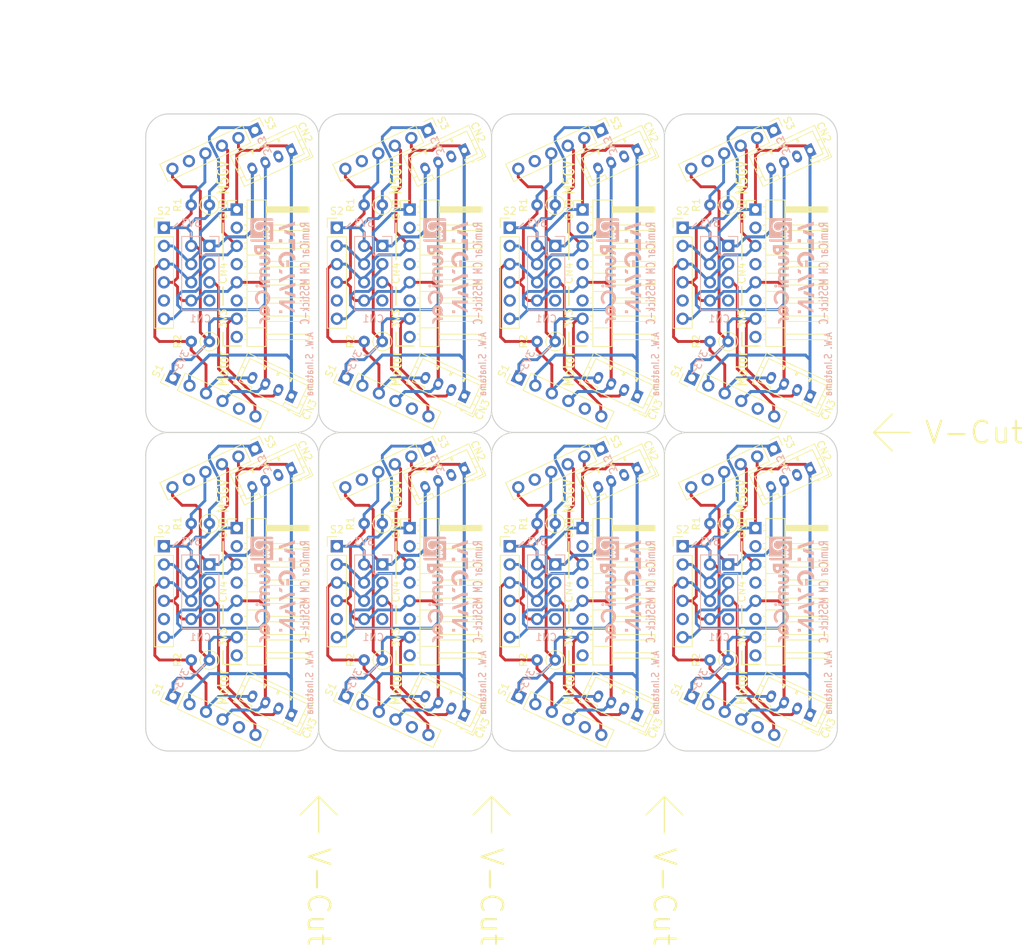
<source format=kicad_pcb>
(kicad_pcb (version 4) (host pcbnew 4.0.7)
  (layers (0 F.Cu signal) (31 B.Cu signal) (34 B.Paste user) (35 F.Paste user) (36 B.SilkS user) (37 F.SilkS user) (38 B.Mask user) (39 F.Mask user) (44 Edge.Cuts user))
  (net 0 "")
  (net 1 SD0)
  (net 2 3V3m)
  (net 3 G32)
  (net 4 GND)
  (net 5 G33)
  (net 6 G00)
  (net 7 G26)
  (module logos:RumiCar2_3p3 (layer B.Cu) (at 150.1775 100.6475 270)
    (fp_text reference G*** hide)
    (fp_text value LOGO hide)
  )
  (module logos:RumiCar2_3p3 (layer B.Cu) (at 126.0475 100.6475 270)
    (fp_text reference G*** hide)
    (fp_text value LOGO hide)
  )
  (module logos:RumiCar2_3p3 (layer B.Cu) (at 101.9175 100.6475 270)
    (fp_text reference G*** hide)
    (fp_text value LOGO hide)
  )
  (module logos:RumiCar2_3p3 (layer B.Cu) (at 77.7875 100.6475 270)
    (fp_text reference G*** hide)
    (fp_text value LOGO hide)
  )
  (module logos:RumiCar2_3p3 (layer B.Cu) (at 150.1775 56.1975 270)
    (fp_text reference G*** hide)
    (fp_text value LOGO hide)
  )
  (module logos:RumiCar2_3p3 (layer B.Cu) (at 126.0475 56.1975 270)
    (fp_text reference G*** hide)
    (fp_text value LOGO hide)
  )
  (module logos:RumiCar2_3p3 (layer B.Cu) (at 101.9175 56.1975 270)
    (fp_text reference G*** hide)
    (fp_text value LOGO hide)
  )
  (module logos:ALGYAN2p5 (layer B.Cu) (at 153.67 98.425 270)
    (fp_text reference G*** hide)
    (fp_text value LOGO hide)
  )
  (module logos:ALGYAN2p5 (layer B.Cu) (at 129.54 98.425 270)
    (fp_text reference G*** hide)
    (fp_text value LOGO hide)
  )
  (module logos:ALGYAN2p5 (layer B.Cu) (at 105.41 98.425 270)
    (fp_text reference G*** hide)
    (fp_text value LOGO hide)
  )
  (module logos:ALGYAN2p5 (layer B.Cu) (at 81.28 98.425 270)
    (fp_text reference G*** hide)
    (fp_text value LOGO hide)
  )
  (module logos:ALGYAN2p5 (layer B.Cu) (at 153.67 53.975 270)
    (fp_text reference G*** hide)
    (fp_text value LOGO hide)
  )
  (module logos:ALGYAN2p5 (layer B.Cu) (at 129.54 53.975 270)
    (fp_text reference G*** hide)
    (fp_text value LOGO hide)
  )
  (module logos:ALGYAN2p5 (layer B.Cu) (at 105.41 53.975 270)
    (fp_text reference G*** hide)
    (fp_text value LOGO hide)
  )
  (module Pin_Headers:Pin_Header_Straight_2x04_Pitch2.54mm (layer B.Cu) (at 142.875 95.25 180)
    (fp_text reference CN1 (at 1.27 -10.16 180) (layer B.SilkS) (effects (justify mirror)))
    (fp_text value Conn_02x04_Odd_Even)
    (pad 1 thru_hole rect (at 0 0 180) (size 1.7 1.7) (drill 1) (layers *.Cu *.Mask) (net 5 G33))
    (pad 2 thru_hole oval (at 2.54 0 180) (size 1.7 1.7) (drill 1) (layers *.Cu *.Mask) (net 2 3V3m))
    (pad 3 thru_hole oval (at 0 -2.54 180) (size 1.7 1.7) (drill 1) (layers *.Cu *.Mask) (net 3 G32))
    (pad 4 thru_hole oval (at 2.54 -2.54 180) (size 1.7 1.7) (drill 1) (layers *.Cu *.Mask) (net 4 GND))
    (pad 5 thru_hole oval (at 0 -5.08 180) (size 1.7 1.7) (drill 1) (layers *.Cu *.Mask) (net 1 SD0))
    (pad 6 thru_hole oval (at 2.54 -5.08 180) (size 1.7 1.7) (drill 1) (layers *.Cu *.Mask) (net 7 G26))
    (pad 7 thru_hole oval (at 0 -7.62 180) (size 1.7 1.7) (drill 1) (layers *.Cu *.Mask))
    (pad 8 thru_hole oval (at 2.54 -7.62 180) (size 1.7 1.7) (drill 1) (layers *.Cu *.Mask) (net 6 G00))
  )
  (module Pin_Headers:Pin_Header_Straight_2x04_Pitch2.54mm (layer B.Cu) (at 118.745 95.25 180)
    (fp_text reference CN1 (at 1.27 -10.16 180) (layer B.SilkS) (effects (justify mirror)))
    (fp_text value Conn_02x04_Odd_Even)
    (pad 1 thru_hole rect (at 0 0 180) (size 1.7 1.7) (drill 1) (layers *.Cu *.Mask) (net 5 G33))
    (pad 2 thru_hole oval (at 2.54 0 180) (size 1.7 1.7) (drill 1) (layers *.Cu *.Mask) (net 2 3V3m))
    (pad 3 thru_hole oval (at 0 -2.54 180) (size 1.7 1.7) (drill 1) (layers *.Cu *.Mask) (net 3 G32))
    (pad 4 thru_hole oval (at 2.54 -2.54 180) (size 1.7 1.7) (drill 1) (layers *.Cu *.Mask) (net 4 GND))
    (pad 5 thru_hole oval (at 0 -5.08 180) (size 1.7 1.7) (drill 1) (layers *.Cu *.Mask) (net 1 SD0))
    (pad 6 thru_hole oval (at 2.54 -5.08 180) (size 1.7 1.7) (drill 1) (layers *.Cu *.Mask) (net 7 G26))
    (pad 7 thru_hole oval (at 0 -7.62 180) (size 1.7 1.7) (drill 1) (layers *.Cu *.Mask))
    (pad 8 thru_hole oval (at 2.54 -7.62 180) (size 1.7 1.7) (drill 1) (layers *.Cu *.Mask) (net 6 G00))
  )
  (module Pin_Headers:Pin_Header_Straight_2x04_Pitch2.54mm (layer B.Cu) (at 94.615 95.25 180)
    (fp_text reference CN1 (at 1.27 -10.16 180) (layer B.SilkS) (effects (justify mirror)))
    (fp_text value Conn_02x04_Odd_Even)
    (pad 1 thru_hole rect (at 0 0 180) (size 1.7 1.7) (drill 1) (layers *.Cu *.Mask) (net 5 G33))
    (pad 2 thru_hole oval (at 2.54 0 180) (size 1.7 1.7) (drill 1) (layers *.Cu *.Mask) (net 2 3V3m))
    (pad 3 thru_hole oval (at 0 -2.54 180) (size 1.7 1.7) (drill 1) (layers *.Cu *.Mask) (net 3 G32))
    (pad 4 thru_hole oval (at 2.54 -2.54 180) (size 1.7 1.7) (drill 1) (layers *.Cu *.Mask) (net 4 GND))
    (pad 5 thru_hole oval (at 0 -5.08 180) (size 1.7 1.7) (drill 1) (layers *.Cu *.Mask) (net 1 SD0))
    (pad 6 thru_hole oval (at 2.54 -5.08 180) (size 1.7 1.7) (drill 1) (layers *.Cu *.Mask) (net 7 G26))
    (pad 7 thru_hole oval (at 0 -7.62 180) (size 1.7 1.7) (drill 1) (layers *.Cu *.Mask))
    (pad 8 thru_hole oval (at 2.54 -7.62 180) (size 1.7 1.7) (drill 1) (layers *.Cu *.Mask) (net 6 G00))
  )
  (module Pin_Headers:Pin_Header_Straight_2x04_Pitch2.54mm (layer B.Cu) (at 70.485 95.25 180)
    (fp_text reference CN1 (at 1.27 -10.16 180) (layer B.SilkS) (effects (justify mirror)))
    (fp_text value Conn_02x04_Odd_Even)
    (pad 1 thru_hole rect (at 0 0 180) (size 1.7 1.7) (drill 1) (layers *.Cu *.Mask) (net 5 G33))
    (pad 2 thru_hole oval (at 2.54 0 180) (size 1.7 1.7) (drill 1) (layers *.Cu *.Mask) (net 2 3V3m))
    (pad 3 thru_hole oval (at 0 -2.54 180) (size 1.7 1.7) (drill 1) (layers *.Cu *.Mask) (net 3 G32))
    (pad 4 thru_hole oval (at 2.54 -2.54 180) (size 1.7 1.7) (drill 1) (layers *.Cu *.Mask) (net 4 GND))
    (pad 5 thru_hole oval (at 0 -5.08 180) (size 1.7 1.7) (drill 1) (layers *.Cu *.Mask) (net 1 SD0))
    (pad 6 thru_hole oval (at 2.54 -5.08 180) (size 1.7 1.7) (drill 1) (layers *.Cu *.Mask) (net 7 G26))
    (pad 7 thru_hole oval (at 0 -7.62 180) (size 1.7 1.7) (drill 1) (layers *.Cu *.Mask))
    (pad 8 thru_hole oval (at 2.54 -7.62 180) (size 1.7 1.7) (drill 1) (layers *.Cu *.Mask) (net 6 G00))
  )
  (module Pin_Headers:Pin_Header_Straight_2x04_Pitch2.54mm (layer B.Cu) (at 142.875 50.8 180)
    (fp_text reference CN1 (at 1.27 -10.16 180) (layer B.SilkS) (effects (justify mirror)))
    (fp_text value Conn_02x04_Odd_Even)
    (pad 1 thru_hole rect (at 0 0 180) (size 1.7 1.7) (drill 1) (layers *.Cu *.Mask) (net 5 G33))
    (pad 2 thru_hole oval (at 2.54 0 180) (size 1.7 1.7) (drill 1) (layers *.Cu *.Mask) (net 2 3V3m))
    (pad 3 thru_hole oval (at 0 -2.54 180) (size 1.7 1.7) (drill 1) (layers *.Cu *.Mask) (net 3 G32))
    (pad 4 thru_hole oval (at 2.54 -2.54 180) (size 1.7 1.7) (drill 1) (layers *.Cu *.Mask) (net 4 GND))
    (pad 5 thru_hole oval (at 0 -5.08 180) (size 1.7 1.7) (drill 1) (layers *.Cu *.Mask) (net 1 SD0))
    (pad 6 thru_hole oval (at 2.54 -5.08 180) (size 1.7 1.7) (drill 1) (layers *.Cu *.Mask) (net 7 G26))
    (pad 7 thru_hole oval (at 0 -7.62 180) (size 1.7 1.7) (drill 1) (layers *.Cu *.Mask))
    (pad 8 thru_hole oval (at 2.54 -7.62 180) (size 1.7 1.7) (drill 1) (layers *.Cu *.Mask) (net 6 G00))
  )
  (module Pin_Headers:Pin_Header_Straight_2x04_Pitch2.54mm (layer B.Cu) (at 118.745 50.8 180)
    (fp_text reference CN1 (at 1.27 -10.16 180) (layer B.SilkS) (effects (justify mirror)))
    (fp_text value Conn_02x04_Odd_Even)
    (pad 1 thru_hole rect (at 0 0 180) (size 1.7 1.7) (drill 1) (layers *.Cu *.Mask) (net 5 G33))
    (pad 2 thru_hole oval (at 2.54 0 180) (size 1.7 1.7) (drill 1) (layers *.Cu *.Mask) (net 2 3V3m))
    (pad 3 thru_hole oval (at 0 -2.54 180) (size 1.7 1.7) (drill 1) (layers *.Cu *.Mask) (net 3 G32))
    (pad 4 thru_hole oval (at 2.54 -2.54 180) (size 1.7 1.7) (drill 1) (layers *.Cu *.Mask) (net 4 GND))
    (pad 5 thru_hole oval (at 0 -5.08 180) (size 1.7 1.7) (drill 1) (layers *.Cu *.Mask) (net 1 SD0))
    (pad 6 thru_hole oval (at 2.54 -5.08 180) (size 1.7 1.7) (drill 1) (layers *.Cu *.Mask) (net 7 G26))
    (pad 7 thru_hole oval (at 0 -7.62 180) (size 1.7 1.7) (drill 1) (layers *.Cu *.Mask))
    (pad 8 thru_hole oval (at 2.54 -7.62 180) (size 1.7 1.7) (drill 1) (layers *.Cu *.Mask) (net 6 G00))
  )
  (module Pin_Headers:Pin_Header_Straight_2x04_Pitch2.54mm (layer B.Cu) (at 94.615 50.8 180)
    (fp_text reference CN1 (at 1.27 -10.16 180) (layer B.SilkS) (effects (justify mirror)))
    (fp_text value Conn_02x04_Odd_Even)
    (pad 1 thru_hole rect (at 0 0 180) (size 1.7 1.7) (drill 1) (layers *.Cu *.Mask) (net 5 G33))
    (pad 2 thru_hole oval (at 2.54 0 180) (size 1.7 1.7) (drill 1) (layers *.Cu *.Mask) (net 2 3V3m))
    (pad 3 thru_hole oval (at 0 -2.54 180) (size 1.7 1.7) (drill 1) (layers *.Cu *.Mask) (net 3 G32))
    (pad 4 thru_hole oval (at 2.54 -2.54 180) (size 1.7 1.7) (drill 1) (layers *.Cu *.Mask) (net 4 GND))
    (pad 5 thru_hole oval (at 0 -5.08 180) (size 1.7 1.7) (drill 1) (layers *.Cu *.Mask) (net 1 SD0))
    (pad 6 thru_hole oval (at 2.54 -5.08 180) (size 1.7 1.7) (drill 1) (layers *.Cu *.Mask) (net 7 G26))
    (pad 7 thru_hole oval (at 0 -7.62 180) (size 1.7 1.7) (drill 1) (layers *.Cu *.Mask))
    (pad 8 thru_hole oval (at 2.54 -7.62 180) (size 1.7 1.7) (drill 1) (layers *.Cu *.Mask) (net 6 G00))
  )
  (module logos:RumiCar1_3p3 (layer B.Cu) (at 150.1775 93.0275 270)
    (fp_text reference G*** hide)
    (fp_text value LOGO hide)
  )
  (module logos:RumiCar1_3p3 (layer B.Cu) (at 126.0475 93.0275 270)
    (fp_text reference G*** hide)
    (fp_text value LOGO hide)
  )
  (module logos:RumiCar1_3p3 (layer B.Cu) (at 101.9175 93.0275 270)
    (fp_text reference G*** hide)
    (fp_text value LOGO hide)
  )
  (module logos:RumiCar1_3p3 (layer B.Cu) (at 77.7875 93.0275 270)
    (fp_text reference G*** hide)
    (fp_text value LOGO hide)
  )
  (module logos:RumiCar1_3p3 (layer B.Cu) (at 150.1775 48.5775 270)
    (fp_text reference G*** hide)
    (fp_text value LOGO hide)
  )
  (module logos:RumiCar1_3p3 (layer B.Cu) (at 126.0475 48.5775 270)
    (fp_text reference G*** hide)
    (fp_text value LOGO hide)
  )
  (module logos:RumiCar1_3p3 (layer B.Cu) (at 101.9175 48.5775 270)
    (fp_text reference G*** hide)
    (fp_text value LOGO hide)
  )
  (module Resistors_THT:R_Axial_DIN0207_L6.3mm_D2.5mm_P2.54mm_Vertical (layer F.Cu) (at 142.875 108.585 180)
    (fp_text reference R2 (at 4.445 0 270) (layer F.SilkS))
    (fp_text value R)
    (pad 1 thru_hole circle (at 0 0 180) (size 1.6 1.6) (drill 0.8) (layers *.Cu *.Mask) (net 2 3V3m))
    (pad 2 thru_hole oval (at 2.54 0 180) (size 1.6 1.6) (drill 0.8) (layers *.Cu *.Mask) (net 7 G26))
  )
  (module Resistors_THT:R_Axial_DIN0207_L6.3mm_D2.5mm_P2.54mm_Vertical (layer F.Cu) (at 118.745 108.585 180)
    (fp_text reference R2 (at 4.445 0 270) (layer F.SilkS))
    (fp_text value R)
    (pad 1 thru_hole circle (at 0 0 180) (size 1.6 1.6) (drill 0.8) (layers *.Cu *.Mask) (net 2 3V3m))
    (pad 2 thru_hole oval (at 2.54 0 180) (size 1.6 1.6) (drill 0.8) (layers *.Cu *.Mask) (net 7 G26))
  )
  (module Resistors_THT:R_Axial_DIN0207_L6.3mm_D2.5mm_P2.54mm_Vertical (layer F.Cu) (at 94.615 108.585 180)
    (fp_text reference R2 (at 4.445 0 270) (layer F.SilkS))
    (fp_text value R)
    (pad 1 thru_hole circle (at 0 0 180) (size 1.6 1.6) (drill 0.8) (layers *.Cu *.Mask) (net 2 3V3m))
    (pad 2 thru_hole oval (at 2.54 0 180) (size 1.6 1.6) (drill 0.8) (layers *.Cu *.Mask) (net 7 G26))
  )
  (module Resistors_THT:R_Axial_DIN0207_L6.3mm_D2.5mm_P2.54mm_Vertical (layer F.Cu) (at 70.485 108.585 180)
    (fp_text reference R2 (at 4.445 0 270) (layer F.SilkS))
    (fp_text value R)
    (pad 1 thru_hole circle (at 0 0 180) (size 1.6 1.6) (drill 0.8) (layers *.Cu *.Mask) (net 2 3V3m))
    (pad 2 thru_hole oval (at 2.54 0 180) (size 1.6 1.6) (drill 0.8) (layers *.Cu *.Mask) (net 7 G26))
  )
  (module Resistors_THT:R_Axial_DIN0207_L6.3mm_D2.5mm_P2.54mm_Vertical (layer F.Cu) (at 142.875 64.135 180)
    (fp_text reference R2 (at 4.445 0 270) (layer F.SilkS))
    (fp_text value R)
    (pad 1 thru_hole circle (at 0 0 180) (size 1.6 1.6) (drill 0.8) (layers *.Cu *.Mask) (net 2 3V3m))
    (pad 2 thru_hole oval (at 2.54 0 180) (size 1.6 1.6) (drill 0.8) (layers *.Cu *.Mask) (net 7 G26))
  )
  (module Resistors_THT:R_Axial_DIN0207_L6.3mm_D2.5mm_P2.54mm_Vertical (layer F.Cu) (at 118.745 64.135 180)
    (fp_text reference R2 (at 4.445 0 270) (layer F.SilkS))
    (fp_text value R)
    (pad 1 thru_hole circle (at 0 0 180) (size 1.6 1.6) (drill 0.8) (layers *.Cu *.Mask) (net 2 3V3m))
    (pad 2 thru_hole oval (at 2.54 0 180) (size 1.6 1.6) (drill 0.8) (layers *.Cu *.Mask) (net 7 G26))
  )
  (module Resistors_THT:R_Axial_DIN0207_L6.3mm_D2.5mm_P2.54mm_Vertical (layer F.Cu) (at 94.615 64.135 180)
    (fp_text reference R2 (at 4.445 0 270) (layer F.SilkS))
    (fp_text value R)
    (pad 1 thru_hole circle (at 0 0 180) (size 1.6 1.6) (drill 0.8) (layers *.Cu *.Mask) (net 2 3V3m))
    (pad 2 thru_hole oval (at 2.54 0 180) (size 1.6 1.6) (drill 0.8) (layers *.Cu *.Mask) (net 7 G26))
  )
  (module Mounting_Holes:MountingHole_3.5mm (layer F.Cu) (at 137.16 118.11)
    (fp_text reference H3 hide)
    (fp_text value MountingHole_3.5mm)
    (pad 1 np_thru_hole circle (at 0 0) (size 3.5 3.5) (drill 3.5) (layers *.Cu *.Mask))
  )
  (module Mounting_Holes:MountingHole_3.5mm (layer F.Cu) (at 113.03 118.11)
    (fp_text reference H3 hide)
    (fp_text value MountingHole_3.5mm)
    (pad 1 np_thru_hole circle (at 0 0) (size 3.5 3.5) (drill 3.5) (layers *.Cu *.Mask))
  )
  (module Mounting_Holes:MountingHole_3.5mm (layer F.Cu) (at 88.9 118.11)
    (fp_text reference H3 hide)
    (fp_text value MountingHole_3.5mm)
    (pad 1 np_thru_hole circle (at 0 0) (size 3.5 3.5) (drill 3.5) (layers *.Cu *.Mask))
  )
  (module Mounting_Holes:MountingHole_3.5mm (layer F.Cu) (at 64.77 118.11)
    (fp_text reference H3 hide)
    (fp_text value MountingHole_3.5mm)
    (pad 1 np_thru_hole circle (at 0 0) (size 3.5 3.5) (drill 3.5) (layers *.Cu *.Mask))
  )
  (module Mounting_Holes:MountingHole_3.5mm (layer F.Cu) (at 137.16 73.66)
    (fp_text reference H3 hide)
    (fp_text value MountingHole_3.5mm)
    (pad 1 np_thru_hole circle (at 0 0) (size 3.5 3.5) (drill 3.5) (layers *.Cu *.Mask))
  )
  (module Mounting_Holes:MountingHole_3.5mm (layer F.Cu) (at 113.03 73.66)
    (fp_text reference H3 hide)
    (fp_text value MountingHole_3.5mm)
    (pad 1 np_thru_hole circle (at 0 0) (size 3.5 3.5) (drill 3.5) (layers *.Cu *.Mask))
  )
  (module Mounting_Holes:MountingHole_3.5mm (layer F.Cu) (at 88.9 73.66)
    (fp_text reference H3 hide)
    (fp_text value MountingHole_3.5mm)
    (pad 1 np_thru_hole circle (at 0 0) (size 3.5 3.5) (drill 3.5) (layers *.Cu *.Mask))
  )
  (module Pin_Headers:Pin_Header_Straight_1x06_Pitch2.54mm (layer F.Cu) (at 137.795 113.665 65)
    (fp_text reference S1 (at 0 -2.33 65) (layer F.SilkS))
    (fp_text value Conn_01x06)
    (pad 1 thru_hole rect (at 0 0 65) (size 1.7 1.7) (drill 1) (layers *.Cu *.Mask) (net 2 3V3m))
    (pad 2 thru_hole oval (at 0 2.54 65) (size 1.7 1.7) (drill 1) (layers *.Cu *.Mask) (net 4 GND))
    (pad 3 thru_hole oval (at 0 5.08 65) (size 1.7 1.7) (drill 1) (layers *.Cu *.Mask) (net 7 G26))
    (pad 4 thru_hole oval (at 0 7.62 65) (size 1.7 1.7) (drill 1) (layers *.Cu *.Mask) (net 6 G00))
    (pad 5 thru_hole oval (at 0 10.16 65) (size 1.7 1.7) (drill 1) (layers *.Cu *.Mask))
    (pad 6 thru_hole oval (at 0 12.7 65) (size 1.7 1.7) (drill 1) (layers *.Cu *.Mask) (net 1 SD0))
  )
  (module Pin_Headers:Pin_Header_Straight_1x06_Pitch2.54mm (layer F.Cu) (at 113.665 113.665 65)
    (fp_text reference S1 (at 0 -2.33 65) (layer F.SilkS))
    (fp_text value Conn_01x06)
    (pad 1 thru_hole rect (at 0 0 65) (size 1.7 1.7) (drill 1) (layers *.Cu *.Mask) (net 2 3V3m))
    (pad 2 thru_hole oval (at 0 2.54 65) (size 1.7 1.7) (drill 1) (layers *.Cu *.Mask) (net 4 GND))
    (pad 3 thru_hole oval (at 0 5.08 65) (size 1.7 1.7) (drill 1) (layers *.Cu *.Mask) (net 7 G26))
    (pad 4 thru_hole oval (at 0 7.62 65) (size 1.7 1.7) (drill 1) (layers *.Cu *.Mask) (net 6 G00))
    (pad 5 thru_hole oval (at 0 10.16 65) (size 1.7 1.7) (drill 1) (layers *.Cu *.Mask))
    (pad 6 thru_hole oval (at 0 12.7 65) (size 1.7 1.7) (drill 1) (layers *.Cu *.Mask) (net 1 SD0))
  )
  (module Pin_Headers:Pin_Header_Straight_1x06_Pitch2.54mm (layer F.Cu) (at 89.535 113.665 65)
    (fp_text reference S1 (at 0 -2.33 65) (layer F.SilkS))
    (fp_text value Conn_01x06)
    (pad 1 thru_hole rect (at 0 0 65) (size 1.7 1.7) (drill 1) (layers *.Cu *.Mask) (net 2 3V3m))
    (pad 2 thru_hole oval (at 0 2.54 65) (size 1.7 1.7) (drill 1) (layers *.Cu *.Mask) (net 4 GND))
    (pad 3 thru_hole oval (at 0 5.08 65) (size 1.7 1.7) (drill 1) (layers *.Cu *.Mask) (net 7 G26))
    (pad 4 thru_hole oval (at 0 7.62 65) (size 1.7 1.7) (drill 1) (layers *.Cu *.Mask) (net 6 G00))
    (pad 5 thru_hole oval (at 0 10.16 65) (size 1.7 1.7) (drill 1) (layers *.Cu *.Mask))
    (pad 6 thru_hole oval (at 0 12.7 65) (size 1.7 1.7) (drill 1) (layers *.Cu *.Mask) (net 1 SD0))
  )
  (module Pin_Headers:Pin_Header_Straight_1x06_Pitch2.54mm (layer F.Cu) (at 65.405 113.665 65)
    (fp_text reference S1 (at 0 -2.33 65) (layer F.SilkS))
    (fp_text value Conn_01x06)
    (pad 1 thru_hole rect (at 0 0 65) (size 1.7 1.7) (drill 1) (layers *.Cu *.Mask) (net 2 3V3m))
    (pad 2 thru_hole oval (at 0 2.54 65) (size 1.7 1.7) (drill 1) (layers *.Cu *.Mask) (net 4 GND))
    (pad 3 thru_hole oval (at 0 5.08 65) (size 1.7 1.7) (drill 1) (layers *.Cu *.Mask) (net 7 G26))
    (pad 4 thru_hole oval (at 0 7.62 65) (size 1.7 1.7) (drill 1) (layers *.Cu *.Mask) (net 6 G00))
    (pad 5 thru_hole oval (at 0 10.16 65) (size 1.7 1.7) (drill 1) (layers *.Cu *.Mask))
    (pad 6 thru_hole oval (at 0 12.7 65) (size 1.7 1.7) (drill 1) (layers *.Cu *.Mask) (net 1 SD0))
  )
  (module Pin_Headers:Pin_Header_Straight_1x06_Pitch2.54mm (layer F.Cu) (at 137.795 69.215 65)
    (fp_text reference S1 (at 0 -2.33 65) (layer F.SilkS))
    (fp_text value Conn_01x06)
    (pad 1 thru_hole rect (at 0 0 65) (size 1.7 1.7) (drill 1) (layers *.Cu *.Mask) (net 2 3V3m))
    (pad 2 thru_hole oval (at 0 2.54 65) (size 1.7 1.7) (drill 1) (layers *.Cu *.Mask) (net 4 GND))
    (pad 3 thru_hole oval (at 0 5.08 65) (size 1.7 1.7) (drill 1) (layers *.Cu *.Mask) (net 7 G26))
    (pad 4 thru_hole oval (at 0 7.62 65) (size 1.7 1.7) (drill 1) (layers *.Cu *.Mask) (net 6 G00))
    (pad 5 thru_hole oval (at 0 10.16 65) (size 1.7 1.7) (drill 1) (layers *.Cu *.Mask))
    (pad 6 thru_hole oval (at 0 12.7 65) (size 1.7 1.7) (drill 1) (layers *.Cu *.Mask) (net 1 SD0))
  )
  (module Pin_Headers:Pin_Header_Straight_1x06_Pitch2.54mm (layer F.Cu) (at 113.665 69.215 65)
    (fp_text reference S1 (at 0 -2.33 65) (layer F.SilkS))
    (fp_text value Conn_01x06)
    (pad 1 thru_hole rect (at 0 0 65) (size 1.7 1.7) (drill 1) (layers *.Cu *.Mask) (net 2 3V3m))
    (pad 2 thru_hole oval (at 0 2.54 65) (size 1.7 1.7) (drill 1) (layers *.Cu *.Mask) (net 4 GND))
    (pad 3 thru_hole oval (at 0 5.08 65) (size 1.7 1.7) (drill 1) (layers *.Cu *.Mask) (net 7 G26))
    (pad 4 thru_hole oval (at 0 7.62 65) (size 1.7 1.7) (drill 1) (layers *.Cu *.Mask) (net 6 G00))
    (pad 5 thru_hole oval (at 0 10.16 65) (size 1.7 1.7) (drill 1) (layers *.Cu *.Mask))
    (pad 6 thru_hole oval (at 0 12.7 65) (size 1.7 1.7) (drill 1) (layers *.Cu *.Mask) (net 1 SD0))
  )
  (module Pin_Headers:Pin_Header_Straight_1x06_Pitch2.54mm (layer F.Cu) (at 89.535 69.215 65)
    (fp_text reference S1 (at 0 -2.33 65) (layer F.SilkS))
    (fp_text value Conn_01x06)
    (pad 1 thru_hole rect (at 0 0 65) (size 1.7 1.7) (drill 1) (layers *.Cu *.Mask) (net 2 3V3m))
    (pad 2 thru_hole oval (at 0 2.54 65) (size 1.7 1.7) (drill 1) (layers *.Cu *.Mask) (net 4 GND))
    (pad 3 thru_hole oval (at 0 5.08 65) (size 1.7 1.7) (drill 1) (layers *.Cu *.Mask) (net 7 G26))
    (pad 4 thru_hole oval (at 0 7.62 65) (size 1.7 1.7) (drill 1) (layers *.Cu *.Mask) (net 6 G00))
    (pad 5 thru_hole oval (at 0 10.16 65) (size 1.7 1.7) (drill 1) (layers *.Cu *.Mask))
    (pad 6 thru_hole oval (at 0 12.7 65) (size 1.7 1.7) (drill 1) (layers *.Cu *.Mask) (net 1 SD0))
  )
  (module Connectors_JST:JST_PH_B4B-PH-K_04x2.00mm_Straight (layer F.Cu) (at 154.305 116.205 155)
    (fp_text reference CN3 (at -3.10711 -0.653066 245) (layer F.SilkS))
    (fp_text value Conn_01x04)
    (pad 1 thru_hole rect (at 0 0 155) (size 1.2 1.7) (drill 0.75) (layers *.Cu *.Mask) (net 4 GND))
    (pad 2 thru_hole oval (at 2 0 155) (size 1.2 1.7) (drill 0.75) (layers *.Cu *.Mask) (net 2 3V3m))
    (pad 3 thru_hole oval (at 4 0 155) (size 1.2 1.7) (drill 0.75) (layers *.Cu *.Mask) (net 6 G00))
    (pad 4 thru_hole oval (at 6 0 155) (size 1.2 1.7) (drill 0.75) (layers *.Cu *.Mask) (net 7 G26))
  )
  (module Connectors_JST:JST_PH_B4B-PH-K_04x2.00mm_Straight (layer F.Cu) (at 130.175 116.205 155)
    (fp_text reference CN3 (at -3.10711 -0.653066 245) (layer F.SilkS))
    (fp_text value Conn_01x04)
    (pad 1 thru_hole rect (at 0 0 155) (size 1.2 1.7) (drill 0.75) (layers *.Cu *.Mask) (net 4 GND))
    (pad 2 thru_hole oval (at 2 0 155) (size 1.2 1.7) (drill 0.75) (layers *.Cu *.Mask) (net 2 3V3m))
    (pad 3 thru_hole oval (at 4 0 155) (size 1.2 1.7) (drill 0.75) (layers *.Cu *.Mask) (net 6 G00))
    (pad 4 thru_hole oval (at 6 0 155) (size 1.2 1.7) (drill 0.75) (layers *.Cu *.Mask) (net 7 G26))
  )
  (module Connectors_JST:JST_PH_B4B-PH-K_04x2.00mm_Straight (layer F.Cu) (at 106.045 116.205 155)
    (fp_text reference CN3 (at -3.10711 -0.653066 245) (layer F.SilkS))
    (fp_text value Conn_01x04)
    (pad 1 thru_hole rect (at 0 0 155) (size 1.2 1.7) (drill 0.75) (layers *.Cu *.Mask) (net 4 GND))
    (pad 2 thru_hole oval (at 2 0 155) (size 1.2 1.7) (drill 0.75) (layers *.Cu *.Mask) (net 2 3V3m))
    (pad 3 thru_hole oval (at 4 0 155) (size 1.2 1.7) (drill 0.75) (layers *.Cu *.Mask) (net 6 G00))
    (pad 4 thru_hole oval (at 6 0 155) (size 1.2 1.7) (drill 0.75) (layers *.Cu *.Mask) (net 7 G26))
  )
  (module Connectors_JST:JST_PH_B4B-PH-K_04x2.00mm_Straight (layer F.Cu) (at 81.915 116.205 155)
    (fp_text reference CN3 (at -3.10711 -0.653066 245) (layer F.SilkS))
    (fp_text value Conn_01x04)
    (pad 1 thru_hole rect (at 0 0 155) (size 1.2 1.7) (drill 0.75) (layers *.Cu *.Mask) (net 4 GND))
    (pad 2 thru_hole oval (at 2 0 155) (size 1.2 1.7) (drill 0.75) (layers *.Cu *.Mask) (net 2 3V3m))
    (pad 3 thru_hole oval (at 4 0 155) (size 1.2 1.7) (drill 0.75) (layers *.Cu *.Mask) (net 6 G00))
    (pad 4 thru_hole oval (at 6 0 155) (size 1.2 1.7) (drill 0.75) (layers *.Cu *.Mask) (net 7 G26))
  )
  (module Connectors_JST:JST_PH_B4B-PH-K_04x2.00mm_Straight (layer F.Cu) (at 154.305 71.755 155)
    (fp_text reference CN3 (at -3.10711 -0.653066 245) (layer F.SilkS))
    (fp_text value Conn_01x04)
    (pad 1 thru_hole rect (at 0 0 155) (size 1.2 1.7) (drill 0.75) (layers *.Cu *.Mask) (net 4 GND))
    (pad 2 thru_hole oval (at 2 0 155) (size 1.2 1.7) (drill 0.75) (layers *.Cu *.Mask) (net 2 3V3m))
    (pad 3 thru_hole oval (at 4 0 155) (size 1.2 1.7) (drill 0.75) (layers *.Cu *.Mask) (net 6 G00))
    (pad 4 thru_hole oval (at 6 0 155) (size 1.2 1.7) (drill 0.75) (layers *.Cu *.Mask) (net 7 G26))
  )
  (module Connectors_JST:JST_PH_B4B-PH-K_04x2.00mm_Straight (layer F.Cu) (at 130.175 71.755 155)
    (fp_text reference CN3 (at -3.10711 -0.653066 245) (layer F.SilkS))
    (fp_text value Conn_01x04)
    (pad 1 thru_hole rect (at 0 0 155) (size 1.2 1.7) (drill 0.75) (layers *.Cu *.Mask) (net 4 GND))
    (pad 2 thru_hole oval (at 2 0 155) (size 1.2 1.7) (drill 0.75) (layers *.Cu *.Mask) (net 2 3V3m))
    (pad 3 thru_hole oval (at 4 0 155) (size 1.2 1.7) (drill 0.75) (layers *.Cu *.Mask) (net 6 G00))
    (pad 4 thru_hole oval (at 6 0 155) (size 1.2 1.7) (drill 0.75) (layers *.Cu *.Mask) (net 7 G26))
  )
  (module Connectors_JST:JST_PH_B4B-PH-K_04x2.00mm_Straight (layer F.Cu) (at 106.045 71.755 155)
    (fp_text reference CN3 (at -3.10711 -0.653066 245) (layer F.SilkS))
    (fp_text value Conn_01x04)
    (pad 1 thru_hole rect (at 0 0 155) (size 1.2 1.7) (drill 0.75) (layers *.Cu *.Mask) (net 4 GND))
    (pad 2 thru_hole oval (at 2 0 155) (size 1.2 1.7) (drill 0.75) (layers *.Cu *.Mask) (net 2 3V3m))
    (pad 3 thru_hole oval (at 4 0 155) (size 1.2 1.7) (drill 0.75) (layers *.Cu *.Mask) (net 6 G00))
    (pad 4 thru_hole oval (at 6 0 155) (size 1.2 1.7) (drill 0.75) (layers *.Cu *.Mask) (net 7 G26))
  )
  (module Pin_Headers:Pin_Header_Angled_1x08_Pitch2.54mm (layer F.Cu) (at 146.685 90.17)
    (fp_text reference CN4 (at -1.905 8.89 90) (layer F.SilkS))
    (fp_text value Conn_01x08)
    (pad 1 thru_hole rect (at 0 0) (size 1.7 1.7) (drill 1) (layers *.Cu *.Mask) (net 4 GND))
    (pad 2 thru_hole oval (at 0 2.54) (size 1.7 1.7) (drill 1) (layers *.Cu *.Mask))
    (pad 3 thru_hole oval (at 0 5.08) (size 1.7 1.7) (drill 1) (layers *.Cu *.Mask) (net 7 G26))
    (pad 4 thru_hole oval (at 0 7.62) (size 1.7 1.7) (drill 1) (layers *.Cu *.Mask))
    (pad 5 thru_hole oval (at 0 10.16) (size 1.7 1.7) (drill 1) (layers *.Cu *.Mask) (net 6 G00))
    (pad 6 thru_hole oval (at 0 12.7) (size 1.7 1.7) (drill 1) (layers *.Cu *.Mask))
    (pad 7 thru_hole oval (at 0 15.24) (size 1.7 1.7) (drill 1) (layers *.Cu *.Mask) (net 2 3V3m))
    (pad 8 thru_hole oval (at 0 17.78) (size 1.7 1.7) (drill 1) (layers *.Cu *.Mask))
  )
  (module Pin_Headers:Pin_Header_Angled_1x08_Pitch2.54mm (layer F.Cu) (at 122.555 90.17)
    (fp_text reference CN4 (at -1.905 8.89 90) (layer F.SilkS))
    (fp_text value Conn_01x08)
    (pad 1 thru_hole rect (at 0 0) (size 1.7 1.7) (drill 1) (layers *.Cu *.Mask) (net 4 GND))
    (pad 2 thru_hole oval (at 0 2.54) (size 1.7 1.7) (drill 1) (layers *.Cu *.Mask))
    (pad 3 thru_hole oval (at 0 5.08) (size 1.7 1.7) (drill 1) (layers *.Cu *.Mask) (net 7 G26))
    (pad 4 thru_hole oval (at 0 7.62) (size 1.7 1.7) (drill 1) (layers *.Cu *.Mask))
    (pad 5 thru_hole oval (at 0 10.16) (size 1.7 1.7) (drill 1) (layers *.Cu *.Mask) (net 6 G00))
    (pad 6 thru_hole oval (at 0 12.7) (size 1.7 1.7) (drill 1) (layers *.Cu *.Mask))
    (pad 7 thru_hole oval (at 0 15.24) (size 1.7 1.7) (drill 1) (layers *.Cu *.Mask) (net 2 3V3m))
    (pad 8 thru_hole oval (at 0 17.78) (size 1.7 1.7) (drill 1) (layers *.Cu *.Mask))
  )
  (module Pin_Headers:Pin_Header_Angled_1x08_Pitch2.54mm (layer F.Cu) (at 98.425 90.17)
    (fp_text reference CN4 (at -1.905 8.89 90) (layer F.SilkS))
    (fp_text value Conn_01x08)
    (pad 1 thru_hole rect (at 0 0) (size 1.7 1.7) (drill 1) (layers *.Cu *.Mask) (net 4 GND))
    (pad 2 thru_hole oval (at 0 2.54) (size 1.7 1.7) (drill 1) (layers *.Cu *.Mask))
    (pad 3 thru_hole oval (at 0 5.08) (size 1.7 1.7) (drill 1) (layers *.Cu *.Mask) (net 7 G26))
    (pad 4 thru_hole oval (at 0 7.62) (size 1.7 1.7) (drill 1) (layers *.Cu *.Mask))
    (pad 5 thru_hole oval (at 0 10.16) (size 1.7 1.7) (drill 1) (layers *.Cu *.Mask) (net 6 G00))
    (pad 6 thru_hole oval (at 0 12.7) (size 1.7 1.7) (drill 1) (layers *.Cu *.Mask))
    (pad 7 thru_hole oval (at 0 15.24) (size 1.7 1.7) (drill 1) (layers *.Cu *.Mask) (net 2 3V3m))
    (pad 8 thru_hole oval (at 0 17.78) (size 1.7 1.7) (drill 1) (layers *.Cu *.Mask))
  )
  (module Pin_Headers:Pin_Header_Angled_1x08_Pitch2.54mm (layer F.Cu) (at 74.295 90.17)
    (fp_text reference CN4 (at -1.905 8.89 90) (layer F.SilkS))
    (fp_text value Conn_01x08)
    (pad 1 thru_hole rect (at 0 0) (size 1.7 1.7) (drill 1) (layers *.Cu *.Mask) (net 4 GND))
    (pad 2 thru_hole oval (at 0 2.54) (size 1.7 1.7) (drill 1) (layers *.Cu *.Mask))
    (pad 3 thru_hole oval (at 0 5.08) (size 1.7 1.7) (drill 1) (layers *.Cu *.Mask) (net 7 G26))
    (pad 4 thru_hole oval (at 0 7.62) (size 1.7 1.7) (drill 1) (layers *.Cu *.Mask))
    (pad 5 thru_hole oval (at 0 10.16) (size 1.7 1.7) (drill 1) (layers *.Cu *.Mask) (net 6 G00))
    (pad 6 thru_hole oval (at 0 12.7) (size 1.7 1.7) (drill 1) (layers *.Cu *.Mask))
    (pad 7 thru_hole oval (at 0 15.24) (size 1.7 1.7) (drill 1) (layers *.Cu *.Mask) (net 2 3V3m))
    (pad 8 thru_hole oval (at 0 17.78) (size 1.7 1.7) (drill 1) (layers *.Cu *.Mask))
  )
  (module Pin_Headers:Pin_Header_Angled_1x08_Pitch2.54mm (layer F.Cu) (at 146.685 45.72)
    (fp_text reference CN4 (at -1.905 8.89 90) (layer F.SilkS))
    (fp_text value Conn_01x08)
    (pad 1 thru_hole rect (at 0 0) (size 1.7 1.7) (drill 1) (layers *.Cu *.Mask) (net 4 GND))
    (pad 2 thru_hole oval (at 0 2.54) (size 1.7 1.7) (drill 1) (layers *.Cu *.Mask))
    (pad 3 thru_hole oval (at 0 5.08) (size 1.7 1.7) (drill 1) (layers *.Cu *.Mask) (net 7 G26))
    (pad 4 thru_hole oval (at 0 7.62) (size 1.7 1.7) (drill 1) (layers *.Cu *.Mask))
    (pad 5 thru_hole oval (at 0 10.16) (size 1.7 1.7) (drill 1) (layers *.Cu *.Mask) (net 6 G00))
    (pad 6 thru_hole oval (at 0 12.7) (size 1.7 1.7) (drill 1) (layers *.Cu *.Mask))
    (pad 7 thru_hole oval (at 0 15.24) (size 1.7 1.7) (drill 1) (layers *.Cu *.Mask) (net 2 3V3m))
    (pad 8 thru_hole oval (at 0 17.78) (size 1.7 1.7) (drill 1) (layers *.Cu *.Mask))
  )
  (module Pin_Headers:Pin_Header_Angled_1x08_Pitch2.54mm (layer F.Cu) (at 122.555 45.72)
    (fp_text reference CN4 (at -1.905 8.89 90) (layer F.SilkS))
    (fp_text value Conn_01x08)
    (pad 1 thru_hole rect (at 0 0) (size 1.7 1.7) (drill 1) (layers *.Cu *.Mask) (net 4 GND))
    (pad 2 thru_hole oval (at 0 2.54) (size 1.7 1.7) (drill 1) (layers *.Cu *.Mask))
    (pad 3 thru_hole oval (at 0 5.08) (size 1.7 1.7) (drill 1) (layers *.Cu *.Mask) (net 7 G26))
    (pad 4 thru_hole oval (at 0 7.62) (size 1.7 1.7) (drill 1) (layers *.Cu *.Mask))
    (pad 5 thru_hole oval (at 0 10.16) (size 1.7 1.7) (drill 1) (layers *.Cu *.Mask) (net 6 G00))
    (pad 6 thru_hole oval (at 0 12.7) (size 1.7 1.7) (drill 1) (layers *.Cu *.Mask))
    (pad 7 thru_hole oval (at 0 15.24) (size 1.7 1.7) (drill 1) (layers *.Cu *.Mask) (net 2 3V3m))
    (pad 8 thru_hole oval (at 0 17.78) (size 1.7 1.7) (drill 1) (layers *.Cu *.Mask))
  )
  (module Pin_Headers:Pin_Header_Angled_1x08_Pitch2.54mm (layer F.Cu) (at 98.425 45.72)
    (fp_text reference CN4 (at -1.905 8.89 90) (layer F.SilkS))
    (fp_text value Conn_01x08)
    (pad 1 thru_hole rect (at 0 0) (size 1.7 1.7) (drill 1) (layers *.Cu *.Mask) (net 4 GND))
    (pad 2 thru_hole oval (at 0 2.54) (size 1.7 1.7) (drill 1) (layers *.Cu *.Mask))
    (pad 3 thru_hole oval (at 0 5.08) (size 1.7 1.7) (drill 1) (layers *.Cu *.Mask) (net 7 G26))
    (pad 4 thru_hole oval (at 0 7.62) (size 1.7 1.7) (drill 1) (layers *.Cu *.Mask))
    (pad 5 thru_hole oval (at 0 10.16) (size 1.7 1.7) (drill 1) (layers *.Cu *.Mask) (net 6 G00))
    (pad 6 thru_hole oval (at 0 12.7) (size 1.7 1.7) (drill 1) (layers *.Cu *.Mask))
    (pad 7 thru_hole oval (at 0 15.24) (size 1.7 1.7) (drill 1) (layers *.Cu *.Mask) (net 2 3V3m))
    (pad 8 thru_hole oval (at 0 17.78) (size 1.7 1.7) (drill 1) (layers *.Cu *.Mask))
  )
  (module Resistors_THT:R_Axial_DIN0207_L6.3mm_D2.5mm_P2.54mm_Vertical (layer F.Cu) (at 142.875 89.535 180)
    (fp_text reference R1 (at 4.445 0 270) (layer F.SilkS))
    (fp_text value R)
    (pad 1 thru_hole circle (at 0 0 180) (size 1.6 1.6) (drill 0.8) (layers *.Cu *.Mask) (net 2 3V3m))
    (pad 2 thru_hole oval (at 2.54 0 180) (size 1.6 1.6) (drill 0.8) (layers *.Cu *.Mask) (net 6 G00))
  )
  (module Resistors_THT:R_Axial_DIN0207_L6.3mm_D2.5mm_P2.54mm_Vertical (layer F.Cu) (at 118.745 89.535 180)
    (fp_text reference R1 (at 4.445 0 270) (layer F.SilkS))
    (fp_text value R)
    (pad 1 thru_hole circle (at 0 0 180) (size 1.6 1.6) (drill 0.8) (layers *.Cu *.Mask) (net 2 3V3m))
    (pad 2 thru_hole oval (at 2.54 0 180) (size 1.6 1.6) (drill 0.8) (layers *.Cu *.Mask) (net 6 G00))
  )
  (module Resistors_THT:R_Axial_DIN0207_L6.3mm_D2.5mm_P2.54mm_Vertical (layer F.Cu) (at 94.615 89.535 180)
    (fp_text reference R1 (at 4.445 0 270) (layer F.SilkS))
    (fp_text value R)
    (pad 1 thru_hole circle (at 0 0 180) (size 1.6 1.6) (drill 0.8) (layers *.Cu *.Mask) (net 2 3V3m))
    (pad 2 thru_hole oval (at 2.54 0 180) (size 1.6 1.6) (drill 0.8) (layers *.Cu *.Mask) (net 6 G00))
  )
  (module Resistors_THT:R_Axial_DIN0207_L6.3mm_D2.5mm_P2.54mm_Vertical (layer F.Cu) (at 70.485 89.535 180)
    (fp_text reference R1 (at 4.445 0 270) (layer F.SilkS))
    (fp_text value R)
    (pad 1 thru_hole circle (at 0 0 180) (size 1.6 1.6) (drill 0.8) (layers *.Cu *.Mask) (net 2 3V3m))
    (pad 2 thru_hole oval (at 2.54 0 180) (size 1.6 1.6) (drill 0.8) (layers *.Cu *.Mask) (net 6 G00))
  )
  (module Resistors_THT:R_Axial_DIN0207_L6.3mm_D2.5mm_P2.54mm_Vertical (layer F.Cu) (at 142.875 45.085 180)
    (fp_text reference R1 (at 4.445 0 270) (layer F.SilkS))
    (fp_text value R)
    (pad 1 thru_hole circle (at 0 0 180) (size 1.6 1.6) (drill 0.8) (layers *.Cu *.Mask) (net 2 3V3m))
    (pad 2 thru_hole oval (at 2.54 0 180) (size 1.6 1.6) (drill 0.8) (layers *.Cu *.Mask) (net 6 G00))
  )
  (module Resistors_THT:R_Axial_DIN0207_L6.3mm_D2.5mm_P2.54mm_Vertical (layer F.Cu) (at 118.745 45.085 180)
    (fp_text reference R1 (at 4.445 0 270) (layer F.SilkS))
    (fp_text value R)
    (pad 1 thru_hole circle (at 0 0 180) (size 1.6 1.6) (drill 0.8) (layers *.Cu *.Mask) (net 2 3V3m))
    (pad 2 thru_hole oval (at 2.54 0 180) (size 1.6 1.6) (drill 0.8) (layers *.Cu *.Mask) (net 6 G00))
  )
  (module Resistors_THT:R_Axial_DIN0207_L6.3mm_D2.5mm_P2.54mm_Vertical (layer F.Cu) (at 94.615 45.085 180)
    (fp_text reference R1 (at 4.445 0 270) (layer F.SilkS))
    (fp_text value R)
    (pad 1 thru_hole circle (at 0 0 180) (size 1.6 1.6) (drill 0.8) (layers *.Cu *.Mask) (net 2 3V3m))
    (pad 2 thru_hole oval (at 2.54 0 180) (size 1.6 1.6) (drill 0.8) (layers *.Cu *.Mask) (net 6 G00))
  )
  (module Pin_Headers:Pin_Header_Straight_1x06_Pitch2.54mm (layer F.Cu) (at 149.225 79.121 295)
    (fp_text reference S3 (at 0 -2.33 295) (layer F.SilkS))
    (fp_text value Conn_01x06)
    (pad 1 thru_hole rect (at 0 0 295) (size 1.7 1.7) (drill 1) (layers *.Cu *.Mask) (net 2 3V3m))
    (pad 2 thru_hole oval (at 0 2.54 295) (size 1.7 1.7) (drill 1) (layers *.Cu *.Mask) (net 4 GND))
    (pad 3 thru_hole oval (at 0 5.08 295) (size 1.7 1.7) (drill 1) (layers *.Cu *.Mask) (net 7 G26))
    (pad 4 thru_hole oval (at 0 7.62 295) (size 1.7 1.7) (drill 1) (layers *.Cu *.Mask) (net 6 G00))
    (pad 5 thru_hole oval (at 0 10.16 295) (size 1.7 1.7) (drill 1) (layers *.Cu *.Mask))
    (pad 6 thru_hole oval (at 0 12.7 295) (size 1.7 1.7) (drill 1) (layers *.Cu *.Mask) (net 5 G33))
  )
  (module Pin_Headers:Pin_Header_Straight_1x06_Pitch2.54mm (layer F.Cu) (at 125.095 79.121 295)
    (fp_text reference S3 (at 0 -2.33 295) (layer F.SilkS))
    (fp_text value Conn_01x06)
    (pad 1 thru_hole rect (at 0 0 295) (size 1.7 1.7) (drill 1) (layers *.Cu *.Mask) (net 2 3V3m))
    (pad 2 thru_hole oval (at 0 2.54 295) (size 1.7 1.7) (drill 1) (layers *.Cu *.Mask) (net 4 GND))
    (pad 3 thru_hole oval (at 0 5.08 295) (size 1.7 1.7) (drill 1) (layers *.Cu *.Mask) (net 7 G26))
    (pad 4 thru_hole oval (at 0 7.62 295) (size 1.7 1.7) (drill 1) (layers *.Cu *.Mask) (net 6 G00))
    (pad 5 thru_hole oval (at 0 10.16 295) (size 1.7 1.7) (drill 1) (layers *.Cu *.Mask))
    (pad 6 thru_hole oval (at 0 12.7 295) (size 1.7 1.7) (drill 1) (layers *.Cu *.Mask) (net 5 G33))
  )
  (module Pin_Headers:Pin_Header_Straight_1x06_Pitch2.54mm (layer F.Cu) (at 100.965 79.121 295)
    (fp_text reference S3 (at 0 -2.33 295) (layer F.SilkS))
    (fp_text value Conn_01x06)
    (pad 1 thru_hole rect (at 0 0 295) (size 1.7 1.7) (drill 1) (layers *.Cu *.Mask) (net 2 3V3m))
    (pad 2 thru_hole oval (at 0 2.54 295) (size 1.7 1.7) (drill 1) (layers *.Cu *.Mask) (net 4 GND))
    (pad 3 thru_hole oval (at 0 5.08 295) (size 1.7 1.7) (drill 1) (layers *.Cu *.Mask) (net 7 G26))
    (pad 4 thru_hole oval (at 0 7.62 295) (size 1.7 1.7) (drill 1) (layers *.Cu *.Mask) (net 6 G00))
    (pad 5 thru_hole oval (at 0 10.16 295) (size 1.7 1.7) (drill 1) (layers *.Cu *.Mask))
    (pad 6 thru_hole oval (at 0 12.7 295) (size 1.7 1.7) (drill 1) (layers *.Cu *.Mask) (net 5 G33))
  )
  (module Pin_Headers:Pin_Header_Straight_1x06_Pitch2.54mm (layer F.Cu) (at 76.835 79.121 295)
    (fp_text reference S3 (at 0 -2.33 295) (layer F.SilkS))
    (fp_text value Conn_01x06)
    (pad 1 thru_hole rect (at 0 0 295) (size 1.7 1.7) (drill 1) (layers *.Cu *.Mask) (net 2 3V3m))
    (pad 2 thru_hole oval (at 0 2.54 295) (size 1.7 1.7) (drill 1) (layers *.Cu *.Mask) (net 4 GND))
    (pad 3 thru_hole oval (at 0 5.08 295) (size 1.7 1.7) (drill 1) (layers *.Cu *.Mask) (net 7 G26))
    (pad 4 thru_hole oval (at 0 7.62 295) (size 1.7 1.7) (drill 1) (layers *.Cu *.Mask) (net 6 G00))
    (pad 5 thru_hole oval (at 0 10.16 295) (size 1.7 1.7) (drill 1) (layers *.Cu *.Mask))
    (pad 6 thru_hole oval (at 0 12.7 295) (size 1.7 1.7) (drill 1) (layers *.Cu *.Mask) (net 5 G33))
  )
  (module Pin_Headers:Pin_Header_Straight_1x06_Pitch2.54mm (layer F.Cu) (at 149.225 34.671 295)
    (fp_text reference S3 (at 0 -2.33 295) (layer F.SilkS))
    (fp_text value Conn_01x06)
    (pad 1 thru_hole rect (at 0 0 295) (size 1.7 1.7) (drill 1) (layers *.Cu *.Mask) (net 2 3V3m))
    (pad 2 thru_hole oval (at 0 2.54 295) (size 1.7 1.7) (drill 1) (layers *.Cu *.Mask) (net 4 GND))
    (pad 3 thru_hole oval (at 0 5.08 295) (size 1.7 1.7) (drill 1) (layers *.Cu *.Mask) (net 7 G26))
    (pad 4 thru_hole oval (at 0 7.62 295) (size 1.7 1.7) (drill 1) (layers *.Cu *.Mask) (net 6 G00))
    (pad 5 thru_hole oval (at 0 10.16 295) (size 1.7 1.7) (drill 1) (layers *.Cu *.Mask))
    (pad 6 thru_hole oval (at 0 12.7 295) (size 1.7 1.7) (drill 1) (layers *.Cu *.Mask) (net 5 G33))
  )
  (module Pin_Headers:Pin_Header_Straight_1x06_Pitch2.54mm (layer F.Cu) (at 125.095 34.671 295)
    (fp_text reference S3 (at 0 -2.33 295) (layer F.SilkS))
    (fp_text value Conn_01x06)
    (pad 1 thru_hole rect (at 0 0 295) (size 1.7 1.7) (drill 1) (layers *.Cu *.Mask) (net 2 3V3m))
    (pad 2 thru_hole oval (at 0 2.54 295) (size 1.7 1.7) (drill 1) (layers *.Cu *.Mask) (net 4 GND))
    (pad 3 thru_hole oval (at 0 5.08 295) (size 1.7 1.7) (drill 1) (layers *.Cu *.Mask) (net 7 G26))
    (pad 4 thru_hole oval (at 0 7.62 295) (size 1.7 1.7) (drill 1) (layers *.Cu *.Mask) (net 6 G00))
    (pad 5 thru_hole oval (at 0 10.16 295) (size 1.7 1.7) (drill 1) (layers *.Cu *.Mask))
    (pad 6 thru_hole oval (at 0 12.7 295) (size 1.7 1.7) (drill 1) (layers *.Cu *.Mask) (net 5 G33))
  )
  (module Pin_Headers:Pin_Header_Straight_1x06_Pitch2.54mm (layer F.Cu) (at 100.965 34.671 295)
    (fp_text reference S3 (at 0 -2.33 295) (layer F.SilkS))
    (fp_text value Conn_01x06)
    (pad 1 thru_hole rect (at 0 0 295) (size 1.7 1.7) (drill 1) (layers *.Cu *.Mask) (net 2 3V3m))
    (pad 2 thru_hole oval (at 0 2.54 295) (size 1.7 1.7) (drill 1) (layers *.Cu *.Mask) (net 4 GND))
    (pad 3 thru_hole oval (at 0 5.08 295) (size 1.7 1.7) (drill 1) (layers *.Cu *.Mask) (net 7 G26))
    (pad 4 thru_hole oval (at 0 7.62 295) (size 1.7 1.7) (drill 1) (layers *.Cu *.Mask) (net 6 G00))
    (pad 5 thru_hole oval (at 0 10.16 295) (size 1.7 1.7) (drill 1) (layers *.Cu *.Mask))
    (pad 6 thru_hole oval (at 0 12.7 295) (size 1.7 1.7) (drill 1) (layers *.Cu *.Mask) (net 5 G33))
  )
  (module Mounting_Holes:MountingHole_3.5mm (layer F.Cu) (at 137.16 80.01)
    (fp_text reference H1 hide)
    (fp_text value MountingHole_3.5mm)
    (pad 1 np_thru_hole circle (at 0 0) (size 3.5 3.5) (drill 3.5) (layers *.Cu *.Mask))
  )
  (module Mounting_Holes:MountingHole_3.5mm (layer F.Cu) (at 113.03 80.01)
    (fp_text reference H1 hide)
    (fp_text value MountingHole_3.5mm)
    (pad 1 np_thru_hole circle (at 0 0) (size 3.5 3.5) (drill 3.5) (layers *.Cu *.Mask))
  )
  (module Mounting_Holes:MountingHole_3.5mm (layer F.Cu) (at 88.9 80.01)
    (fp_text reference H1 hide)
    (fp_text value MountingHole_3.5mm)
    (pad 1 np_thru_hole circle (at 0 0) (size 3.5 3.5) (drill 3.5) (layers *.Cu *.Mask))
  )
  (module Mounting_Holes:MountingHole_3.5mm (layer F.Cu) (at 64.77 80.01)
    (fp_text reference H1 hide)
    (fp_text value MountingHole_3.5mm)
    (pad 1 np_thru_hole circle (at 0 0) (size 3.5 3.5) (drill 3.5) (layers *.Cu *.Mask))
  )
  (module Mounting_Holes:MountingHole_3.5mm (layer F.Cu) (at 137.16 35.56)
    (fp_text reference H1 hide)
    (fp_text value MountingHole_3.5mm)
    (pad 1 np_thru_hole circle (at 0 0) (size 3.5 3.5) (drill 3.5) (layers *.Cu *.Mask))
  )
  (module Mounting_Holes:MountingHole_3.5mm (layer F.Cu) (at 113.03 35.56)
    (fp_text reference H1 hide)
    (fp_text value MountingHole_3.5mm)
    (pad 1 np_thru_hole circle (at 0 0) (size 3.5 3.5) (drill 3.5) (layers *.Cu *.Mask))
  )
  (module Mounting_Holes:MountingHole_3.5mm (layer F.Cu) (at 88.9 35.56)
    (fp_text reference H1 hide)
    (fp_text value MountingHole_3.5mm)
    (pad 1 np_thru_hole circle (at 0 0) (size 3.5 3.5) (drill 3.5) (layers *.Cu *.Mask))
  )
  (module Connectors_JST:JST_PH_B4B-PH-K_04x2.00mm_Straight (layer F.Cu) (at 154.305 81.915 205)
    (fp_text reference CN2 (at -2.799967 1.496934 295) (layer F.SilkS))
    (fp_text value Conn_01x04)
    (pad 1 thru_hole rect (at 0 0 205) (size 1.2 1.7) (drill 0.75) (layers *.Cu *.Mask) (net 4 GND))
    (pad 2 thru_hole oval (at 2 0 205) (size 1.2 1.7) (drill 0.75) (layers *.Cu *.Mask))
    (pad 3 thru_hole oval (at 4 0 205) (size 1.2 1.7) (drill 0.75) (layers *.Cu *.Mask) (net 3 G32))
    (pad 4 thru_hole oval (at 6 0 205) (size 1.2 1.7) (drill 0.75) (layers *.Cu *.Mask) (net 5 G33))
  )
  (module Connectors_JST:JST_PH_B4B-PH-K_04x2.00mm_Straight (layer F.Cu) (at 130.175 81.915 205)
    (fp_text reference CN2 (at -2.799967 1.496934 295) (layer F.SilkS))
    (fp_text value Conn_01x04)
    (pad 1 thru_hole rect (at 0 0 205) (size 1.2 1.7) (drill 0.75) (layers *.Cu *.Mask) (net 4 GND))
    (pad 2 thru_hole oval (at 2 0 205) (size 1.2 1.7) (drill 0.75) (layers *.Cu *.Mask))
    (pad 3 thru_hole oval (at 4 0 205) (size 1.2 1.7) (drill 0.75) (layers *.Cu *.Mask) (net 3 G32))
    (pad 4 thru_hole oval (at 6 0 205) (size 1.2 1.7) (drill 0.75) (layers *.Cu *.Mask) (net 5 G33))
  )
  (module Connectors_JST:JST_PH_B4B-PH-K_04x2.00mm_Straight (layer F.Cu) (at 106.045 81.915 205)
    (fp_text reference CN2 (at -2.799967 1.496934 295) (layer F.SilkS))
    (fp_text value Conn_01x04)
    (pad 1 thru_hole rect (at 0 0 205) (size 1.2 1.7) (drill 0.75) (layers *.Cu *.Mask) (net 4 GND))
    (pad 2 thru_hole oval (at 2 0 205) (size 1.2 1.7) (drill 0.75) (layers *.Cu *.Mask))
    (pad 3 thru_hole oval (at 4 0 205) (size 1.2 1.7) (drill 0.75) (layers *.Cu *.Mask) (net 3 G32))
    (pad 4 thru_hole oval (at 6 0 205) (size 1.2 1.7) (drill 0.75) (layers *.Cu *.Mask) (net 5 G33))
  )
  (module Connectors_JST:JST_PH_B4B-PH-K_04x2.00mm_Straight (layer F.Cu) (at 81.915 81.915 205)
    (fp_text reference CN2 (at -2.799967 1.496934 295) (layer F.SilkS))
    (fp_text value Conn_01x04)
    (pad 1 thru_hole rect (at 0 0 205) (size 1.2 1.7) (drill 0.75) (layers *.Cu *.Mask) (net 4 GND))
    (pad 2 thru_hole oval (at 2 0 205) (size 1.2 1.7) (drill 0.75) (layers *.Cu *.Mask))
    (pad 3 thru_hole oval (at 4 0 205) (size 1.2 1.7) (drill 0.75) (layers *.Cu *.Mask) (net 3 G32))
    (pad 4 thru_hole oval (at 6 0 205) (size 1.2 1.7) (drill 0.75) (layers *.Cu *.Mask) (net 5 G33))
  )
  (module Connectors_JST:JST_PH_B4B-PH-K_04x2.00mm_Straight (layer F.Cu) (at 154.305 37.465 205)
    (fp_text reference CN2 (at -2.799967 1.496934 295) (layer F.SilkS))
    (fp_text value Conn_01x04)
    (pad 1 thru_hole rect (at 0 0 205) (size 1.2 1.7) (drill 0.75) (layers *.Cu *.Mask) (net 4 GND))
    (pad 2 thru_hole oval (at 2 0 205) (size 1.2 1.7) (drill 0.75) (layers *.Cu *.Mask))
    (pad 3 thru_hole oval (at 4 0 205) (size 1.2 1.7) (drill 0.75) (layers *.Cu *.Mask) (net 3 G32))
    (pad 4 thru_hole oval (at 6 0 205) (size 1.2 1.7) (drill 0.75) (layers *.Cu *.Mask) (net 5 G33))
  )
  (module Connectors_JST:JST_PH_B4B-PH-K_04x2.00mm_Straight (layer F.Cu) (at 130.175 37.465 205)
    (fp_text reference CN2 (at -2.799967 1.496934 295) (layer F.SilkS))
    (fp_text value Conn_01x04)
    (pad 1 thru_hole rect (at 0 0 205) (size 1.2 1.7) (drill 0.75) (layers *.Cu *.Mask) (net 4 GND))
    (pad 2 thru_hole oval (at 2 0 205) (size 1.2 1.7) (drill 0.75) (layers *.Cu *.Mask))
    (pad 3 thru_hole oval (at 4 0 205) (size 1.2 1.7) (drill 0.75) (layers *.Cu *.Mask) (net 3 G32))
    (pad 4 thru_hole oval (at 6 0 205) (size 1.2 1.7) (drill 0.75) (layers *.Cu *.Mask) (net 5 G33))
  )
  (module Connectors_JST:JST_PH_B4B-PH-K_04x2.00mm_Straight (layer F.Cu) (at 106.045 37.465 205)
    (fp_text reference CN2 (at -2.799967 1.496934 295) (layer F.SilkS))
    (fp_text value Conn_01x04)
    (pad 1 thru_hole rect (at 0 0 205) (size 1.2 1.7) (drill 0.75) (layers *.Cu *.Mask) (net 4 GND))
    (pad 2 thru_hole oval (at 2 0 205) (size 1.2 1.7) (drill 0.75) (layers *.Cu *.Mask))
    (pad 3 thru_hole oval (at 4 0 205) (size 1.2 1.7) (drill 0.75) (layers *.Cu *.Mask) (net 3 G32))
    (pad 4 thru_hole oval (at 6 0 205) (size 1.2 1.7) (drill 0.75) (layers *.Cu *.Mask) (net 5 G33))
  )
  (module Pin_Headers:Pin_Header_Straight_1x06_Pitch2.54mm (layer F.Cu) (at 136.525 92.71)
    (fp_text reference S2 (at 0 -2.33) (layer F.SilkS))
    (fp_text value Conn_01x06)
    (pad 1 thru_hole rect (at 0 0) (size 1.7 1.7) (drill 1) (layers *.Cu *.Mask) (net 2 3V3m))
    (pad 2 thru_hole oval (at 0 2.54) (size 1.7 1.7) (drill 1) (layers *.Cu *.Mask) (net 4 GND))
    (pad 3 thru_hole oval (at 0 5.08) (size 1.7 1.7) (drill 1) (layers *.Cu *.Mask) (net 7 G26))
    (pad 4 thru_hole oval (at 0 7.62) (size 1.7 1.7) (drill 1) (layers *.Cu *.Mask) (net 6 G00))
    (pad 5 thru_hole oval (at 0 10.16) (size 1.7 1.7) (drill 1) (layers *.Cu *.Mask))
    (pad 6 thru_hole oval (at 0 12.7) (size 1.7 1.7) (drill 1) (layers *.Cu *.Mask) (net 3 G32))
  )
  (module Pin_Headers:Pin_Header_Straight_1x06_Pitch2.54mm (layer F.Cu) (at 112.395 92.71)
    (fp_text reference S2 (at 0 -2.33) (layer F.SilkS))
    (fp_text value Conn_01x06)
    (pad 1 thru_hole rect (at 0 0) (size 1.7 1.7) (drill 1) (layers *.Cu *.Mask) (net 2 3V3m))
    (pad 2 thru_hole oval (at 0 2.54) (size 1.7 1.7) (drill 1) (layers *.Cu *.Mask) (net 4 GND))
    (pad 3 thru_hole oval (at 0 5.08) (size 1.7 1.7) (drill 1) (layers *.Cu *.Mask) (net 7 G26))
    (pad 4 thru_hole oval (at 0 7.62) (size 1.7 1.7) (drill 1) (layers *.Cu *.Mask) (net 6 G00))
    (pad 5 thru_hole oval (at 0 10.16) (size 1.7 1.7) (drill 1) (layers *.Cu *.Mask))
    (pad 6 thru_hole oval (at 0 12.7) (size 1.7 1.7) (drill 1) (layers *.Cu *.Mask) (net 3 G32))
  )
  (module Pin_Headers:Pin_Header_Straight_1x06_Pitch2.54mm (layer F.Cu) (at 88.265 92.71)
    (fp_text reference S2 (at 0 -2.33) (layer F.SilkS))
    (fp_text value Conn_01x06)
    (pad 1 thru_hole rect (at 0 0) (size 1.7 1.7) (drill 1) (layers *.Cu *.Mask) (net 2 3V3m))
    (pad 2 thru_hole oval (at 0 2.54) (size 1.7 1.7) (drill 1) (layers *.Cu *.Mask) (net 4 GND))
    (pad 3 thru_hole oval (at 0 5.08) (size 1.7 1.7) (drill 1) (layers *.Cu *.Mask) (net 7 G26))
    (pad 4 thru_hole oval (at 0 7.62) (size 1.7 1.7) (drill 1) (layers *.Cu *.Mask) (net 6 G00))
    (pad 5 thru_hole oval (at 0 10.16) (size 1.7 1.7) (drill 1) (layers *.Cu *.Mask))
    (pad 6 thru_hole oval (at 0 12.7) (size 1.7 1.7) (drill 1) (layers *.Cu *.Mask) (net 3 G32))
  )
  (module Pin_Headers:Pin_Header_Straight_1x06_Pitch2.54mm (layer F.Cu) (at 64.135 92.71)
    (fp_text reference S2 (at 0 -2.33) (layer F.SilkS))
    (fp_text value Conn_01x06)
    (pad 1 thru_hole rect (at 0 0) (size 1.7 1.7) (drill 1) (layers *.Cu *.Mask) (net 2 3V3m))
    (pad 2 thru_hole oval (at 0 2.54) (size 1.7 1.7) (drill 1) (layers *.Cu *.Mask) (net 4 GND))
    (pad 3 thru_hole oval (at 0 5.08) (size 1.7 1.7) (drill 1) (layers *.Cu *.Mask) (net 7 G26))
    (pad 4 thru_hole oval (at 0 7.62) (size 1.7 1.7) (drill 1) (layers *.Cu *.Mask) (net 6 G00))
    (pad 5 thru_hole oval (at 0 10.16) (size 1.7 1.7) (drill 1) (layers *.Cu *.Mask))
    (pad 6 thru_hole oval (at 0 12.7) (size 1.7 1.7) (drill 1) (layers *.Cu *.Mask) (net 3 G32))
  )
  (module Pin_Headers:Pin_Header_Straight_1x06_Pitch2.54mm (layer F.Cu) (at 136.525 48.26)
    (fp_text reference S2 (at 0 -2.33) (layer F.SilkS))
    (fp_text value Conn_01x06)
    (pad 1 thru_hole rect (at 0 0) (size 1.7 1.7) (drill 1) (layers *.Cu *.Mask) (net 2 3V3m))
    (pad 2 thru_hole oval (at 0 2.54) (size 1.7 1.7) (drill 1) (layers *.Cu *.Mask) (net 4 GND))
    (pad 3 thru_hole oval (at 0 5.08) (size 1.7 1.7) (drill 1) (layers *.Cu *.Mask) (net 7 G26))
    (pad 4 thru_hole oval (at 0 7.62) (size 1.7 1.7) (drill 1) (layers *.Cu *.Mask) (net 6 G00))
    (pad 5 thru_hole oval (at 0 10.16) (size 1.7 1.7) (drill 1) (layers *.Cu *.Mask))
    (pad 6 thru_hole oval (at 0 12.7) (size 1.7 1.7) (drill 1) (layers *.Cu *.Mask) (net 3 G32))
  )
  (module Pin_Headers:Pin_Header_Straight_1x06_Pitch2.54mm (layer F.Cu) (at 112.395 48.26)
    (fp_text reference S2 (at 0 -2.33) (layer F.SilkS))
    (fp_text value Conn_01x06)
    (pad 1 thru_hole rect (at 0 0) (size 1.7 1.7) (drill 1) (layers *.Cu *.Mask) (net 2 3V3m))
    (pad 2 thru_hole oval (at 0 2.54) (size 1.7 1.7) (drill 1) (layers *.Cu *.Mask) (net 4 GND))
    (pad 3 thru_hole oval (at 0 5.08) (size 1.7 1.7) (drill 1) (layers *.Cu *.Mask) (net 7 G26))
    (pad 4 thru_hole oval (at 0 7.62) (size 1.7 1.7) (drill 1) (layers *.Cu *.Mask) (net 6 G00))
    (pad 5 thru_hole oval (at 0 10.16) (size 1.7 1.7) (drill 1) (layers *.Cu *.Mask))
    (pad 6 thru_hole oval (at 0 12.7) (size 1.7 1.7) (drill 1) (layers *.Cu *.Mask) (net 3 G32))
  )
  (module Pin_Headers:Pin_Header_Straight_1x06_Pitch2.54mm (layer F.Cu) (at 88.265 48.26)
    (fp_text reference S2 (at 0 -2.33) (layer F.SilkS))
    (fp_text value Conn_01x06)
    (pad 1 thru_hole rect (at 0 0) (size 1.7 1.7) (drill 1) (layers *.Cu *.Mask) (net 2 3V3m))
    (pad 2 thru_hole oval (at 0 2.54) (size 1.7 1.7) (drill 1) (layers *.Cu *.Mask) (net 4 GND))
    (pad 3 thru_hole oval (at 0 5.08) (size 1.7 1.7) (drill 1) (layers *.Cu *.Mask) (net 7 G26))
    (pad 4 thru_hole oval (at 0 7.62) (size 1.7 1.7) (drill 1) (layers *.Cu *.Mask) (net 6 G00))
    (pad 5 thru_hole oval (at 0 10.16) (size 1.7 1.7) (drill 1) (layers *.Cu *.Mask))
    (pad 6 thru_hole oval (at 0 12.7) (size 1.7 1.7) (drill 1) (layers *.Cu *.Mask) (net 3 G32))
  )
  (module Pin_Headers:Pin_Header_Angled_1x08_Pitch2.54mm (layer F.Cu) (at 74.295 45.72)
    (fp_text reference CN4 (at -1.905 8.89 90) (layer F.SilkS))
    (fp_text value Conn_01x08)
    (pad 1 thru_hole rect (at 0 0) (size 1.7 1.7) (drill 1) (layers *.Cu *.Mask) (net 4 GND))
    (pad 2 thru_hole oval (at 0 2.54) (size 1.7 1.7) (drill 1) (layers *.Cu *.Mask))
    (pad 3 thru_hole oval (at 0 5.08) (size 1.7 1.7) (drill 1) (layers *.Cu *.Mask) (net 7 G26))
    (pad 4 thru_hole oval (at 0 7.62) (size 1.7 1.7) (drill 1) (layers *.Cu *.Mask))
    (pad 5 thru_hole oval (at 0 10.16) (size 1.7 1.7) (drill 1) (layers *.Cu *.Mask) (net 6 G00))
    (pad 6 thru_hole oval (at 0 12.7) (size 1.7 1.7) (drill 1) (layers *.Cu *.Mask))
    (pad 7 thru_hole oval (at 0 15.24) (size 1.7 1.7) (drill 1) (layers *.Cu *.Mask) (net 2 3V3m))
    (pad 8 thru_hole oval (at 0 17.78) (size 1.7 1.7) (drill 1) (layers *.Cu *.Mask))
  )
  (module Pin_Headers:Pin_Header_Straight_2x04_Pitch2.54mm (layer B.Cu) (at 70.485 50.8 180)
    (fp_text reference CN1 (at 1.27 -10.16 180) (layer B.SilkS) (effects (justify mirror)))
    (fp_text value Conn_02x04_Odd_Even)
    (pad 1 thru_hole rect (at 0 0 180) (size 1.7 1.7) (drill 1) (layers *.Cu *.Mask) (net 5 G33))
    (pad 2 thru_hole oval (at 2.54 0 180) (size 1.7 1.7) (drill 1) (layers *.Cu *.Mask) (net 2 3V3m))
    (pad 3 thru_hole oval (at 0 -2.54 180) (size 1.7 1.7) (drill 1) (layers *.Cu *.Mask) (net 3 G32))
    (pad 4 thru_hole oval (at 2.54 -2.54 180) (size 1.7 1.7) (drill 1) (layers *.Cu *.Mask) (net 4 GND))
    (pad 5 thru_hole oval (at 0 -5.08 180) (size 1.7 1.7) (drill 1) (layers *.Cu *.Mask) (net 1 SD0))
    (pad 6 thru_hole oval (at 2.54 -5.08 180) (size 1.7 1.7) (drill 1) (layers *.Cu *.Mask) (net 7 G26))
    (pad 7 thru_hole oval (at 0 -7.62 180) (size 1.7 1.7) (drill 1) (layers *.Cu *.Mask))
    (pad 8 thru_hole oval (at 2.54 -7.62 180) (size 1.7 1.7) (drill 1) (layers *.Cu *.Mask) (net 6 G00))
  )
  (module Connectors_JST:JST_PH_B4B-PH-K_04x2.00mm_Straight (layer F.Cu) (at 81.915 37.465 205)
    (fp_text reference CN2 (at -2.799967 1.496934 295) (layer F.SilkS))
    (fp_text value Conn_01x04)
    (pad 1 thru_hole rect (at 0 0 205) (size 1.2 1.7) (drill 0.75) (layers *.Cu *.Mask) (net 4 GND))
    (pad 2 thru_hole oval (at 2 0 205) (size 1.2 1.7) (drill 0.75) (layers *.Cu *.Mask))
    (pad 3 thru_hole oval (at 4 0 205) (size 1.2 1.7) (drill 0.75) (layers *.Cu *.Mask) (net 3 G32))
    (pad 4 thru_hole oval (at 6 0 205) (size 1.2 1.7) (drill 0.75) (layers *.Cu *.Mask) (net 5 G33))
  )
  (module Connectors_JST:JST_PH_B4B-PH-K_04x2.00mm_Straight (layer F.Cu) (at 81.915 71.755 155)
    (fp_text reference CN3 (at -3.10711 -0.653066 245) (layer F.SilkS))
    (fp_text value Conn_01x04)
    (pad 1 thru_hole rect (at 0 0 155) (size 1.2 1.7) (drill 0.75) (layers *.Cu *.Mask) (net 4 GND))
    (pad 2 thru_hole oval (at 2 0 155) (size 1.2 1.7) (drill 0.75) (layers *.Cu *.Mask) (net 2 3V3m))
    (pad 3 thru_hole oval (at 4 0 155) (size 1.2 1.7) (drill 0.75) (layers *.Cu *.Mask) (net 6 G00))
    (pad 4 thru_hole oval (at 6 0 155) (size 1.2 1.7) (drill 0.75) (layers *.Cu *.Mask) (net 7 G26))
  )
  (module Pin_Headers:Pin_Header_Straight_1x06_Pitch2.54mm (layer F.Cu) (at 65.405 69.215 65)
    (fp_text reference S1 (at 0 -2.33 65) (layer F.SilkS))
    (fp_text value Conn_01x06)
    (pad 1 thru_hole rect (at 0 0 65) (size 1.7 1.7) (drill 1) (layers *.Cu *.Mask) (net 2 3V3m))
    (pad 2 thru_hole oval (at 0 2.54 65) (size 1.7 1.7) (drill 1) (layers *.Cu *.Mask) (net 4 GND))
    (pad 3 thru_hole oval (at 0 5.08 65) (size 1.7 1.7) (drill 1) (layers *.Cu *.Mask) (net 7 G26))
    (pad 4 thru_hole oval (at 0 7.62 65) (size 1.7 1.7) (drill 1) (layers *.Cu *.Mask) (net 6 G00))
    (pad 5 thru_hole oval (at 0 10.16 65) (size 1.7 1.7) (drill 1) (layers *.Cu *.Mask))
    (pad 6 thru_hole oval (at 0 12.7 65) (size 1.7 1.7) (drill 1) (layers *.Cu *.Mask) (net 1 SD0))
  )
  (module Pin_Headers:Pin_Header_Straight_1x06_Pitch2.54mm (layer F.Cu) (at 64.135 48.26)
    (fp_text reference S2 (at 0 -2.33) (layer F.SilkS))
    (fp_text value Conn_01x06)
    (pad 1 thru_hole rect (at 0 0) (size 1.7 1.7) (drill 1) (layers *.Cu *.Mask) (net 2 3V3m))
    (pad 2 thru_hole oval (at 0 2.54) (size 1.7 1.7) (drill 1) (layers *.Cu *.Mask) (net 4 GND))
    (pad 3 thru_hole oval (at 0 5.08) (size 1.7 1.7) (drill 1) (layers *.Cu *.Mask) (net 7 G26))
    (pad 4 thru_hole oval (at 0 7.62) (size 1.7 1.7) (drill 1) (layers *.Cu *.Mask) (net 6 G00))
    (pad 5 thru_hole oval (at 0 10.16) (size 1.7 1.7) (drill 1) (layers *.Cu *.Mask))
    (pad 6 thru_hole oval (at 0 12.7) (size 1.7 1.7) (drill 1) (layers *.Cu *.Mask) (net 3 G32))
  )
  (module Pin_Headers:Pin_Header_Straight_1x06_Pitch2.54mm (layer F.Cu) (at 76.835 34.671 295)
    (fp_text reference S3 (at 0 -2.33 295) (layer F.SilkS))
    (fp_text value Conn_01x06)
    (pad 1 thru_hole rect (at 0 0 295) (size 1.7 1.7) (drill 1) (layers *.Cu *.Mask) (net 2 3V3m))
    (pad 2 thru_hole oval (at 0 2.54 295) (size 1.7 1.7) (drill 1) (layers *.Cu *.Mask) (net 4 GND))
    (pad 3 thru_hole oval (at 0 5.08 295) (size 1.7 1.7) (drill 1) (layers *.Cu *.Mask) (net 7 G26))
    (pad 4 thru_hole oval (at 0 7.62 295) (size 1.7 1.7) (drill 1) (layers *.Cu *.Mask) (net 6 G00))
    (pad 5 thru_hole oval (at 0 10.16 295) (size 1.7 1.7) (drill 1) (layers *.Cu *.Mask))
    (pad 6 thru_hole oval (at 0 12.7 295) (size 1.7 1.7) (drill 1) (layers *.Cu *.Mask) (net 5 G33))
  )
  (module Mounting_Holes:MountingHole_3.5mm (layer F.Cu) (at 64.77 35.56)
    (fp_text reference H1 hide)
    (fp_text value MountingHole_3.5mm)
    (pad 1 np_thru_hole circle (at 0 0) (size 3.5 3.5) (drill 3.5) (layers *.Cu *.Mask))
  )
  (module Mounting_Holes:MountingHole_3.5mm (layer F.Cu) (at 64.77 73.66)
    (fp_text reference H3 hide)
    (fp_text value MountingHole_3.5mm)
    (pad 1 np_thru_hole circle (at 0 0) (size 3.5 3.5) (drill 3.5) (layers *.Cu *.Mask))
  )
  (module Resistors_THT:R_Axial_DIN0207_L6.3mm_D2.5mm_P2.54mm_Vertical (layer F.Cu) (at 70.485 45.085 180)
    (fp_text reference R1 (at 4.445 0 270) (layer F.SilkS))
    (fp_text value R)
    (pad 1 thru_hole circle (at 0 0 180) (size 1.6 1.6) (drill 0.8) (layers *.Cu *.Mask) (net 2 3V3m))
    (pad 2 thru_hole oval (at 2.54 0 180) (size 1.6 1.6) (drill 0.8) (layers *.Cu *.Mask) (net 6 G00))
  )
  (module Resistors_THT:R_Axial_DIN0207_L6.3mm_D2.5mm_P2.54mm_Vertical (layer F.Cu) (at 70.485 64.135 180)
    (fp_text reference R2 (at 4.445 0 270) (layer F.SilkS))
    (fp_text value R)
    (pad 1 thru_hole circle (at 0 0 180) (size 1.6 1.6) (drill 0.8) (layers *.Cu *.Mask) (net 2 3V3m))
    (pad 2 thru_hole oval (at 2.54 0 180) (size 1.6 1.6) (drill 0.8) (layers *.Cu *.Mask) (net 7 G26))
  )
  (module logos:ALGYAN2p5 (layer B.Cu) (at 81.28 53.975 270)
    (fp_text reference G*** hide)
    (fp_text value LOGO hide)
  )
  (module logos:RumiCar1_3p3 (layer B.Cu) (at 77.7875 48.5775 270)
    (fp_text reference G*** hide)
    (fp_text value LOGO hide)
  )
  (module logos:RumiCar2_3p3 (layer B.Cu) (at 77.7875 56.1975 270)
    (fp_text reference G*** hide)
    (fp_text value LOGO hide)
  )
  (gr_line (start 133.985 127.635) (end 136.525 130.175) (angle 90) (layer F.SilkS) (width 0.2))
  (gr_line (start 136.525 130.175) (end 133.985 127.635) (angle 90) (layer F.SilkS) (width 0.2))
  (gr_line (start 133.985 127.635) (end 131.445 130.175) (angle 90) (layer F.SilkS) (width 0.2))
  (gr_line (start 131.445 130.175) (end 133.985 127.635) (angle 90) (layer F.SilkS) (width 0.2))
  (gr_line (start 133.985 127.635) (end 133.985 132.715) (angle 90) (layer F.SilkS) (width 0.2))
  (gr_text V-Cut (at 133.985 141.605 270) (layer F.SilkS) (effects (font (size 3 3) (thickness 0.3))))
  (gr_text V-Cut (at 109.855 141.605 270) (layer F.SilkS) (effects (font (size 3 3) (thickness 0.3))))
  (gr_line (start 109.855 127.635) (end 109.855 132.715) (angle 90) (layer F.SilkS) (width 0.2))
  (gr_line (start 107.315 130.175) (end 109.855 127.635) (angle 90) (layer F.SilkS) (width 0.2))
  (gr_line (start 109.855 127.635) (end 107.315 130.175) (angle 90) (layer F.SilkS) (width 0.2))
  (gr_line (start 112.395 130.175) (end 109.855 127.635) (angle 90) (layer F.SilkS) (width 0.2))
  (gr_line (start 109.855 127.635) (end 112.395 130.175) (angle 90) (layer F.SilkS) (width 0.2))
  (gr_line (start 85.725 127.635) (end 88.265 130.175) (angle 90) (layer F.SilkS) (width 0.2))
  (gr_line (start 88.265 130.175) (end 85.725 127.635) (angle 90) (layer F.SilkS) (width 0.2))
  (gr_line (start 85.725 127.635) (end 83.185 130.175) (angle 90) (layer F.SilkS) (width 0.2))
  (gr_line (start 83.185 130.175) (end 85.725 127.635) (angle 90) (layer F.SilkS) (width 0.2))
  (gr_line (start 85.725 127.635) (end 85.725 132.715) (angle 90) (layer F.SilkS) (width 0.2))
  (gr_text V-Cut (at 85.725 141.605 270) (layer F.SilkS) (effects (font (size 3 3) (thickness 0.3))))
  (gr_text V-Cut (at 177.165 76.835) (layer F.SilkS) (effects (font (size 3 3) (thickness 0.3))))
  (gr_line (start 163.195 76.835) (end 168.275 76.835) (angle 90) (layer F.SilkS) (width 0.2))
  (gr_line (start 165.735 79.375) (end 163.195 76.835) (angle 90) (layer F.SilkS) (width 0.2))
  (gr_line (start 163.195 76.835) (end 165.735 79.375) (angle 90) (layer F.SilkS) (width 0.2))
  (gr_line (start 165.735 74.295) (end 163.195 76.835) (angle 90) (layer F.SilkS) (width 0.2))
  (gr_line (start 163.195 76.835) (end 165.735 74.295) (angle 90) (layer F.SilkS) (width 0.2))
  (gr_text "A.W. S.Inatama" (at 156.845 111.76 90) (layer B.SilkS) (effects (font (size 1 0.8)) (justify mirror)))
  (gr_text "A.W. S.Inatama" (at 132.715 111.76 90) (layer B.SilkS) (effects (font (size 1 0.8)) (justify mirror)))
  (gr_text "A.W. S.Inatama" (at 108.585 111.76 90) (layer B.SilkS) (effects (font (size 1 0.8)) (justify mirror)))
  (gr_text "A.W. S.Inatama" (at 84.455 111.76 90) (layer B.SilkS) (effects (font (size 1 0.8)) (justify mirror)))
  (gr_text "A.W. S.Inatama" (at 156.845 67.31 90) (layer B.SilkS) (effects (font (size 1 0.8)) (justify mirror)))
  (gr_text "A.W. S.Inatama" (at 132.715 67.31 90) (layer B.SilkS) (effects (font (size 1 0.8)) (justify mirror)))
  (gr_text "A.W. S.Inatama" (at 108.585 67.31 90) (layer B.SilkS) (effects (font (size 1 0.8)) (justify mirror)))
  (gr_text "RumiCar CM M5Stick-C" (at 156.21 99.06 90) (layer B.SilkS) (effects (font (size 1.2 0.8)) (justify mirror)))
  (gr_text "RumiCar CM M5Stick-C" (at 132.08 99.06 90) (layer B.SilkS) (effects (font (size 1.2 0.8)) (justify mirror)))
  (gr_text "RumiCar CM M5Stick-C" (at 107.95 99.06 90) (layer B.SilkS) (effects (font (size 1.2 0.8)) (justify mirror)))
  (gr_text "RumiCar CM M5Stick-C" (at 83.82 99.06 90) (layer B.SilkS) (effects (font (size 1.2 0.8)) (justify mirror)))
  (gr_text "RumiCar CM M5Stick-C" (at 156.21 54.61 90) (layer B.SilkS) (effects (font (size 1.2 0.8)) (justify mirror)))
  (gr_text "RumiCar CM M5Stick-C" (at 132.08 54.61 90) (layer B.SilkS) (effects (font (size 1.2 0.8)) (justify mirror)))
  (gr_text "RumiCar CM M5Stick-C" (at 107.95 54.61 90) (layer B.SilkS) (effects (font (size 1.2 0.8)) (justify mirror)))
  (gr_text 3V3 (at 140.335 92.075) (layer B.SilkS) (effects (font (size 1 1)) (justify mirror)))
  (gr_text 3V3 (at 116.205 92.075) (layer B.SilkS) (effects (font (size 1 1)) (justify mirror)))
  (gr_text 3V3 (at 92.075 92.075) (layer B.SilkS) (effects (font (size 1 1)) (justify mirror)))
  (gr_text 3V3 (at 67.945 92.075) (layer B.SilkS) (effects (font (size 1 1)) (justify mirror)))
  (gr_text 3V3 (at 140.335 47.625) (layer B.SilkS) (effects (font (size 1 1)) (justify mirror)))
  (gr_text 3V3 (at 116.205 47.625) (layer B.SilkS) (effects (font (size 1 1)) (justify mirror)))
  (gr_text 3V3 (at 92.075 47.625) (layer B.SilkS) (effects (font (size 1 1)) (justify mirror)))
  (gr_line (start 140.335 93.345) (end 140.335 93.98) (angle 90) (layer B.SilkS) (width 0.2))
  (gr_line (start 116.205 93.345) (end 116.205 93.98) (angle 90) (layer B.SilkS) (width 0.2))
  (gr_line (start 92.075 93.345) (end 92.075 93.98) (angle 90) (layer B.SilkS) (width 0.2))
  (gr_line (start 67.945 93.345) (end 67.945 93.98) (angle 90) (layer B.SilkS) (width 0.2))
  (gr_line (start 140.335 48.895) (end 140.335 49.53) (angle 90) (layer B.SilkS) (width 0.2))
  (gr_line (start 116.205 48.895) (end 116.205 49.53) (angle 90) (layer B.SilkS) (width 0.2))
  (gr_line (start 92.075 48.895) (end 92.075 49.53) (angle 90) (layer B.SilkS) (width 0.2))
  (gr_line (start 138.43 92.075) (end 137.795 92.71) (angle 90) (layer B.SilkS) (width 0.2))
  (gr_line (start 114.3 92.075) (end 113.665 92.71) (angle 90) (layer B.SilkS) (width 0.2))
  (gr_line (start 90.17 92.075) (end 89.535 92.71) (angle 90) (layer B.SilkS) (width 0.2))
  (gr_line (start 66.04 92.075) (end 65.405 92.71) (angle 90) (layer B.SilkS) (width 0.2))
  (gr_line (start 138.43 47.625) (end 137.795 48.26) (angle 90) (layer B.SilkS) (width 0.2))
  (gr_line (start 114.3 47.625) (end 113.665 48.26) (angle 90) (layer B.SilkS) (width 0.2))
  (gr_line (start 90.17 47.625) (end 89.535 48.26) (angle 90) (layer B.SilkS) (width 0.2))
  (gr_text 3V3 (at 150.495 81.28 295) (layer B.SilkS) (effects (font (size 1 1)) (justify mirror)))
  (gr_text 3V3 (at 126.365 81.28 295) (layer B.SilkS) (effects (font (size 1 1)) (justify mirror)))
  (gr_text 3V3 (at 102.235 81.28 295) (layer B.SilkS) (effects (font (size 1 1)) (justify mirror)))
  (gr_text 3V3 (at 78.105 81.28 295) (layer B.SilkS) (effects (font (size 1 1)) (justify mirror)))
  (gr_text 3V3 (at 150.495 36.83 295) (layer B.SilkS) (effects (font (size 1 1)) (justify mirror)))
  (gr_text 3V3 (at 126.365 36.83 295) (layer B.SilkS) (effects (font (size 1 1)) (justify mirror)))
  (gr_text 3V3 (at 102.235 36.83 295) (layer B.SilkS) (effects (font (size 1 1)) (justify mirror)))
  (gr_text 3V3 (at 139.065 111.125 65) (layer B.SilkS) (effects (font (size 1 1)) (justify mirror)))
  (gr_text 3V3 (at 114.935 111.125 65) (layer B.SilkS) (effects (font (size 1 1)) (justify mirror)))
  (gr_text 3V3 (at 90.805 111.125 65) (layer B.SilkS) (effects (font (size 1 1)) (justify mirror)))
  (gr_text 3V3 (at 66.675 111.125 65) (layer B.SilkS) (effects (font (size 1 1)) (justify mirror)))
  (gr_text 3V3 (at 139.065 66.675 65) (layer B.SilkS) (effects (font (size 1 1)) (justify mirror)))
  (gr_text 3V3 (at 114.935 66.675 65) (layer B.SilkS) (effects (font (size 1 1)) (justify mirror)))
  (gr_text 3V3 (at 90.805 66.675 65) (layer B.SilkS) (effects (font (size 1 1)) (justify mirror)))
  (gr_line (start 138.43 112.395) (end 137.795 113.03) (angle 90) (layer B.SilkS) (width 0.2))
  (gr_line (start 114.3 112.395) (end 113.665 113.03) (angle 90) (layer B.SilkS) (width 0.2))
  (gr_line (start 90.17 112.395) (end 89.535 113.03) (angle 90) (layer B.SilkS) (width 0.2))
  (gr_line (start 66.04 112.395) (end 65.405 113.03) (angle 90) (layer B.SilkS) (width 0.2))
  (gr_line (start 138.43 67.945) (end 137.795 68.58) (angle 90) (layer B.SilkS) (width 0.2))
  (gr_line (start 114.3 67.945) (end 113.665 68.58) (angle 90) (layer B.SilkS) (width 0.2))
  (gr_line (start 90.17 67.945) (end 89.535 68.58) (angle 90) (layer B.SilkS) (width 0.2))
  (gr_line (start 140.97 110.49) (end 140.335 110.49) (angle 90) (layer B.SilkS) (width 0.2))
  (gr_line (start 116.84 110.49) (end 116.205 110.49) (angle 90) (layer B.SilkS) (width 0.2))
  (gr_line (start 92.71 110.49) (end 92.075 110.49) (angle 90) (layer B.SilkS) (width 0.2))
  (gr_line (start 68.58 110.49) (end 67.945 110.49) (angle 90) (layer B.SilkS) (width 0.2))
  (gr_line (start 140.97 66.04) (end 140.335 66.04) (angle 90) (layer B.SilkS) (width 0.2))
  (gr_line (start 116.84 66.04) (end 116.205 66.04) (angle 90) (layer B.SilkS) (width 0.2))
  (gr_line (start 92.71 66.04) (end 92.075 66.04) (angle 90) (layer B.SilkS) (width 0.2))
  (gr_line (start 142.24 109.22) (end 141.605 109.855) (angle 90) (layer B.SilkS) (width 0.2))
  (gr_line (start 118.11 109.22) (end 117.475 109.855) (angle 90) (layer B.SilkS) (width 0.2))
  (gr_line (start 93.98 109.22) (end 93.345 109.855) (angle 90) (layer B.SilkS) (width 0.2))
  (gr_line (start 69.85 109.22) (end 69.215 109.855) (angle 90) (layer B.SilkS) (width 0.2))
  (gr_line (start 142.24 64.77) (end 141.605 65.405) (angle 90) (layer B.SilkS) (width 0.2))
  (gr_line (start 118.11 64.77) (end 117.475 65.405) (angle 90) (layer B.SilkS) (width 0.2))
  (gr_line (start 93.98 64.77) (end 93.345 65.405) (angle 90) (layer B.SilkS) (width 0.2))
  (gr_line (start 141.605 109.855) (end 140.97 110.49) (angle 90) (layer B.SilkS) (width 0.2))
  (gr_line (start 117.475 109.855) (end 116.84 110.49) (angle 90) (layer B.SilkS) (width 0.2))
  (gr_line (start 93.345 109.855) (end 92.71 110.49) (angle 90) (layer B.SilkS) (width 0.2))
  (gr_line (start 69.215 109.855) (end 68.58 110.49) (angle 90) (layer B.SilkS) (width 0.2))
  (gr_line (start 141.605 65.405) (end 140.97 66.04) (angle 90) (layer B.SilkS) (width 0.2))
  (gr_line (start 117.475 65.405) (end 116.84 66.04) (angle 90) (layer B.SilkS) (width 0.2))
  (gr_line (start 93.345 65.405) (end 92.71 66.04) (angle 90) (layer B.SilkS) (width 0.2))
  (gr_arc (start 137.16 80.01) (end 133.985 80.01) (angle 90) (layer Edge.Cuts) (width 0.15))
  (gr_arc (start 113.03 80.01) (end 109.855 80.01) (angle 90) (layer Edge.Cuts) (width 0.15))
  (gr_arc (start 88.9 80.01) (end 85.725 80.01) (angle 90) (layer Edge.Cuts) (width 0.15))
  (gr_arc (start 64.77 80.01) (end 61.595 80.01) (angle 90) (layer Edge.Cuts) (width 0.15))
  (gr_arc (start 137.16 35.56) (end 133.985 35.56) (angle 90) (layer Edge.Cuts) (width 0.15))
  (gr_arc (start 113.03 35.56) (end 109.855 35.56) (angle 90) (layer Edge.Cuts) (width 0.15))
  (gr_arc (start 88.9 35.56) (end 85.725 35.56) (angle 90) (layer Edge.Cuts) (width 0.15))
  (gr_arc (start 154.94 118.11) (end 158.115 118.11) (angle 90) (layer Edge.Cuts) (width 0.15))
  (gr_arc (start 130.81 118.11) (end 133.985 118.11) (angle 90) (layer Edge.Cuts) (width 0.15))
  (gr_arc (start 106.68 118.11) (end 109.855 118.11) (angle 90) (layer Edge.Cuts) (width 0.15))
  (gr_arc (start 82.55 118.11) (end 85.725 118.11) (angle 90) (layer Edge.Cuts) (width 0.15))
  (gr_arc (start 154.94 73.66) (end 158.115 73.66) (angle 90) (layer Edge.Cuts) (width 0.15))
  (gr_arc (start 130.81 73.66) (end 133.985 73.66) (angle 90) (layer Edge.Cuts) (width 0.15))
  (gr_arc (start 106.68 73.66) (end 109.855 73.66) (angle 90) (layer Edge.Cuts) (width 0.15))
  (gr_arc (start 154.94 80.01) (end 154.94 76.835) (angle 90) (layer Edge.Cuts) (width 0.15))
  (gr_arc (start 130.81 80.01) (end 130.81 76.835) (angle 90) (layer Edge.Cuts) (width 0.15))
  (gr_arc (start 106.68 80.01) (end 106.68 76.835) (angle 90) (layer Edge.Cuts) (width 0.15))
  (gr_arc (start 82.55 80.01) (end 82.55 76.835) (angle 90) (layer Edge.Cuts) (width 0.15))
  (gr_arc (start 154.94 35.56) (end 154.94 32.385) (angle 90) (layer Edge.Cuts) (width 0.15))
  (gr_arc (start 130.81 35.56) (end 130.81 32.385) (angle 90) (layer Edge.Cuts) (width 0.15))
  (gr_arc (start 106.68 35.56) (end 106.68 32.385) (angle 90) (layer Edge.Cuts) (width 0.15))
  (gr_line (start 137.16 76.835) (end 154.94 76.835) (angle 90) (layer Edge.Cuts) (width 0.15))
  (gr_line (start 113.03 76.835) (end 130.81 76.835) (angle 90) (layer Edge.Cuts) (width 0.15))
  (gr_line (start 88.9 76.835) (end 106.68 76.835) (angle 90) (layer Edge.Cuts) (width 0.15))
  (gr_line (start 64.77 76.835) (end 82.55 76.835) (angle 90) (layer Edge.Cuts) (width 0.15))
  (gr_line (start 137.16 32.385) (end 154.94 32.385) (angle 90) (layer Edge.Cuts) (width 0.15))
  (gr_line (start 113.03 32.385) (end 130.81 32.385) (angle 90) (layer Edge.Cuts) (width 0.15))
  (gr_line (start 88.9 32.385) (end 106.68 32.385) (angle 90) (layer Edge.Cuts) (width 0.15))
  (gr_line (start 158.115 80.01) (end 158.115 118.11) (angle 90) (layer Edge.Cuts) (width 0.15))
  (gr_line (start 133.985 80.01) (end 133.985 118.11) (angle 90) (layer Edge.Cuts) (width 0.15))
  (gr_line (start 109.855 80.01) (end 109.855 118.11) (angle 90) (layer Edge.Cuts) (width 0.15))
  (gr_line (start 85.725 80.01) (end 85.725 118.11) (angle 90) (layer Edge.Cuts) (width 0.15))
  (gr_line (start 158.115 35.56) (end 158.115 73.66) (angle 90) (layer Edge.Cuts) (width 0.15))
  (gr_line (start 133.985 35.56) (end 133.985 73.66) (angle 90) (layer Edge.Cuts) (width 0.15))
  (gr_line (start 109.855 35.56) (end 109.855 73.66) (angle 90) (layer Edge.Cuts) (width 0.15))
  (gr_line (start 154.94 121.285) (end 137.16 121.285) (angle 90) (layer Edge.Cuts) (width 0.15))
  (gr_line (start 130.81 121.285) (end 113.03 121.285) (angle 90) (layer Edge.Cuts) (width 0.15))
  (gr_line (start 106.68 121.285) (end 88.9 121.285) (angle 90) (layer Edge.Cuts) (width 0.15))
  (gr_line (start 82.55 121.285) (end 64.77 121.285) (angle 90) (layer Edge.Cuts) (width 0.15))
  (gr_line (start 154.94 76.835) (end 137.16 76.835) (angle 90) (layer Edge.Cuts) (width 0.15))
  (gr_line (start 130.81 76.835) (end 113.03 76.835) (angle 90) (layer Edge.Cuts) (width 0.15))
  (gr_line (start 106.68 76.835) (end 88.9 76.835) (angle 90) (layer Edge.Cuts) (width 0.15))
  (gr_line (start 133.985 118.11) (end 133.985 80.01) (angle 90) (layer Edge.Cuts) (width 0.15))
  (gr_line (start 109.855 118.11) (end 109.855 80.01) (angle 90) (layer Edge.Cuts) (width 0.15))
  (gr_line (start 85.725 118.11) (end 85.725 80.01) (angle 90) (layer Edge.Cuts) (width 0.15))
  (gr_line (start 61.595 118.11) (end 61.595 80.01) (angle 90) (layer Edge.Cuts) (width 0.15))
  (gr_line (start 133.985 73.66) (end 133.985 35.56) (angle 90) (layer Edge.Cuts) (width 0.15))
  (gr_line (start 109.855 73.66) (end 109.855 35.56) (angle 90) (layer Edge.Cuts) (width 0.15))
  (gr_line (start 85.725 73.66) (end 85.725 35.56) (angle 90) (layer Edge.Cuts) (width 0.15))
  (gr_arc (start 137.16 118.11) (end 137.16 121.285) (angle 90) (layer Edge.Cuts) (width 0.15))
  (gr_arc (start 113.03 118.11) (end 113.03 121.285) (angle 90) (layer Edge.Cuts) (width 0.15))
  (gr_arc (start 88.9 118.11) (end 88.9 121.285) (angle 90) (layer Edge.Cuts) (width 0.15))
  (gr_arc (start 64.77 118.11) (end 64.77 121.285) (angle 90) (layer Edge.Cuts) (width 0.15))
  (gr_arc (start 137.16 73.66) (end 137.16 76.835) (angle 90) (layer Edge.Cuts) (width 0.15))
  (gr_arc (start 113.03 73.66) (end 113.03 76.835) (angle 90) (layer Edge.Cuts) (width 0.15))
  (gr_arc (start 88.9 73.66) (end 88.9 76.835) (angle 90) (layer Edge.Cuts) (width 0.15))
  (gr_line (start 147.32 109.22) (end 144.78 109.22) (angle 90) (layer F.SilkS) (width 0.2))
  (gr_line (start 123.19 109.22) (end 120.65 109.22) (angle 90) (layer F.SilkS) (width 0.2))
  (gr_line (start 99.06 109.22) (end 96.52 109.22) (angle 90) (layer F.SilkS) (width 0.2))
  (gr_line (start 74.93 109.22) (end 72.39 109.22) (angle 90) (layer F.SilkS) (width 0.2))
  (gr_line (start 147.32 64.77) (end 144.78 64.77) (angle 90) (layer F.SilkS) (width 0.2))
  (gr_line (start 123.19 64.77) (end 120.65 64.77) (angle 90) (layer F.SilkS) (width 0.2))
  (gr_line (start 99.06 64.77) (end 96.52 64.77) (angle 90) (layer F.SilkS) (width 0.2))
  (gr_text Motor (at 144.78 112.395 90) (layer F.SilkS) (effects (font (size 1.5 1.2) (thickness 0.2))))
  (gr_text Motor (at 120.65 112.395 90) (layer F.SilkS) (effects (font (size 1.5 1.2) (thickness 0.2))))
  (gr_text Motor (at 96.52 112.395 90) (layer F.SilkS) (effects (font (size 1.5 1.2) (thickness 0.2))))
  (gr_text Motor (at 72.39 112.395 90) (layer F.SilkS) (effects (font (size 1.5 1.2) (thickness 0.2))))
  (gr_text Motor (at 144.78 67.945 90) (layer F.SilkS) (effects (font (size 1.5 1.2) (thickness 0.2))))
  (gr_text Motor (at 120.65 67.945 90) (layer F.SilkS) (effects (font (size 1.5 1.2) (thickness 0.2))))
  (gr_text Motor (at 96.52 67.945 90) (layer F.SilkS) (effects (font (size 1.5 1.2) (thickness 0.2))))
  (gr_text M5GV (at 144.78 85.725 90) (layer F.SilkS) (effects (font (size 1.5 1.2) (thickness 0.2))))
  (gr_text M5GV (at 120.65 85.725 90) (layer F.SilkS) (effects (font (size 1.5 1.2) (thickness 0.2))))
  (gr_text M5GV (at 96.52 85.725 90) (layer F.SilkS) (effects (font (size 1.5 1.2) (thickness 0.2))))
  (gr_text M5GV (at 72.39 85.725 90) (layer F.SilkS) (effects (font (size 1.5 1.2) (thickness 0.2))))
  (gr_text M5GV (at 144.78 41.275 90) (layer F.SilkS) (effects (font (size 1.5 1.2) (thickness 0.2))))
  (gr_text M5GV (at 120.65 41.275 90) (layer F.SilkS) (effects (font (size 1.5 1.2) (thickness 0.2))))
  (gr_text M5GV (at 96.52 41.275 90) (layer F.SilkS) (effects (font (size 1.5 1.2) (thickness 0.2))))
  (gr_line (start 144.78 103.505) (end 144.78 100.965) (angle 90) (layer F.SilkS) (width 0.2))
  (gr_line (start 120.65 103.505) (end 120.65 100.965) (angle 90) (layer F.SilkS) (width 0.2))
  (gr_line (start 96.52 103.505) (end 96.52 100.965) (angle 90) (layer F.SilkS) (width 0.2))
  (gr_line (start 72.39 103.505) (end 72.39 100.965) (angle 90) (layer F.SilkS) (width 0.2))
  (gr_line (start 144.78 59.055) (end 144.78 56.515) (angle 90) (layer F.SilkS) (width 0.2))
  (gr_line (start 120.65 59.055) (end 120.65 56.515) (angle 90) (layer F.SilkS) (width 0.2))
  (gr_line (start 96.52 59.055) (end 96.52 56.515) (angle 90) (layer F.SilkS) (width 0.2))
  (gr_text 3V3 (at 144.78 105.41 90) (layer F.SilkS) (effects (font (size 1 1))))
  (gr_text 3V3 (at 120.65 105.41 90) (layer F.SilkS) (effects (font (size 1 1))))
  (gr_text 3V3 (at 96.52 105.41 90) (layer F.SilkS) (effects (font (size 1 1))))
  (gr_text 3V3 (at 72.39 105.41 90) (layer F.SilkS) (effects (font (size 1 1))))
  (gr_text 3V3 (at 144.78 60.96 90) (layer F.SilkS) (effects (font (size 1 1))))
  (gr_text 3V3 (at 120.65 60.96 90) (layer F.SilkS) (effects (font (size 1 1))))
  (gr_text 3V3 (at 96.52 60.96 90) (layer F.SilkS) (effects (font (size 1 1))))
  (gr_line (start 144.78 109.22) (end 144.78 107.315) (angle 90) (layer F.SilkS) (width 0.2))
  (gr_line (start 120.65 109.22) (end 120.65 107.315) (angle 90) (layer F.SilkS) (width 0.2))
  (gr_line (start 96.52 109.22) (end 96.52 107.315) (angle 90) (layer F.SilkS) (width 0.2))
  (gr_line (start 72.39 109.22) (end 72.39 107.315) (angle 90) (layer F.SilkS) (width 0.2))
  (gr_line (start 144.78 64.77) (end 144.78 62.865) (angle 90) (layer F.SilkS) (width 0.2))
  (gr_line (start 120.65 64.77) (end 120.65 62.865) (angle 90) (layer F.SilkS) (width 0.2))
  (gr_line (start 96.52 64.77) (end 96.52 62.865) (angle 90) (layer F.SilkS) (width 0.2))
  (gr_text GND (at 144.78 90.17 90) (layer F.SilkS) (effects (font (size 1 1))))
  (gr_text GND (at 120.65 90.17 90) (layer F.SilkS) (effects (font (size 1 1))))
  (gr_text GND (at 96.52 90.17 90) (layer F.SilkS) (effects (font (size 1 1))))
  (gr_text GND (at 72.39 90.17 90) (layer F.SilkS) (effects (font (size 1 1))))
  (gr_text GND (at 144.78 45.72 90) (layer F.SilkS) (effects (font (size 1 1))))
  (gr_text GND (at 120.65 45.72 90) (layer F.SilkS) (effects (font (size 1 1))))
  (gr_text GND (at 96.52 45.72 90) (layer F.SilkS) (effects (font (size 1 1))))
  (gr_line (start 144.78 97.155) (end 144.78 92.075) (angle 90) (layer F.SilkS) (width 0.2))
  (gr_line (start 120.65 97.155) (end 120.65 92.075) (angle 90) (layer F.SilkS) (width 0.2))
  (gr_line (start 96.52 97.155) (end 96.52 92.075) (angle 90) (layer F.SilkS) (width 0.2))
  (gr_line (start 72.39 97.155) (end 72.39 92.075) (angle 90) (layer F.SilkS) (width 0.2))
  (gr_line (start 144.78 52.705) (end 144.78 47.625) (angle 90) (layer F.SilkS) (width 0.2))
  (gr_line (start 120.65 52.705) (end 120.65 47.625) (angle 90) (layer F.SilkS) (width 0.2))
  (gr_line (start 96.52 52.705) (end 96.52 47.625) (angle 90) (layer F.SilkS) (width 0.2))
  (gr_text "A.W. S.Inatama" (at 84.455 67.31 90) (layer B.SilkS) (effects (font (size 1 0.8)) (justify mirror)))
  (gr_line (start 66.04 67.945) (end 65.405 68.58) (angle 90) (layer B.SilkS) (width 0.2))
  (gr_line (start 68.58 66.04) (end 67.945 66.04) (angle 90) (layer B.SilkS) (width 0.2))
  (gr_line (start 69.215 65.405) (end 68.58 66.04) (angle 90) (layer B.SilkS) (width 0.2))
  (gr_line (start 69.85 64.77) (end 69.215 65.405) (angle 90) (layer B.SilkS) (width 0.2))
  (gr_text 3V3 (at 66.675 66.675 65) (layer B.SilkS) (effects (font (size 1 1)) (justify mirror)))
  (gr_text 3V3 (at 78.105 36.83 295) (layer B.SilkS) (effects (font (size 1 1)) (justify mirror)))
  (gr_line (start 66.04 47.625) (end 65.405 48.26) (angle 90) (layer B.SilkS) (width 0.2))
  (gr_line (start 67.945 48.895) (end 67.945 49.53) (angle 90) (layer B.SilkS) (width 0.2))
  (gr_text 3V3 (at 67.945 47.625) (layer B.SilkS) (effects (font (size 1 1)) (justify mirror)))
  (gr_line (start 72.39 52.705) (end 72.39 47.625) (angle 90) (layer F.SilkS) (width 0.2))
  (gr_line (start 72.39 59.055) (end 72.39 56.515) (angle 90) (layer F.SilkS) (width 0.2))
  (gr_line (start 72.39 64.77) (end 72.39 62.865) (angle 90) (layer F.SilkS) (width 0.2))
  (gr_line (start 74.93 64.77) (end 72.39 64.77) (angle 90) (layer F.SilkS) (width 0.2))
  (gr_text 3V3 (at 72.39 60.96 90) (layer F.SilkS) (effects (font (size 1 1))))
  (gr_text GND (at 72.39 45.72 90) (layer F.SilkS) (effects (font (size 1 1))))
  (gr_text "RumiCar CM M5Stick-C" (at 83.82 54.61 90) (layer B.SilkS) (effects (font (size 1.2 0.8)) (justify mirror)))
  (gr_text M5GV (at 72.39 41.275 90) (layer F.SilkS) (effects (font (size 1.5 1.2) (thickness 0.2))))
  (gr_text Motor (at 72.39 67.945 90) (layer F.SilkS) (effects (font (size 1.5 1.2) (thickness 0.2))))
  (gr_line (start 61.595 73.66) (end 61.595 35.56) (angle 90) (layer Edge.Cuts) (width 0.15))
  (gr_line (start 82.55 76.835) (end 64.77 76.835) (angle 90) (layer Edge.Cuts) (width 0.15))
  (gr_line (start 85.725 35.56) (end 85.725 73.66) (angle 90) (layer Edge.Cuts) (width 0.15))
  (gr_line (start 64.77 32.385) (end 82.55 32.385) (angle 90) (layer Edge.Cuts) (width 0.15))
  (gr_arc (start 82.55 35.56) (end 82.55 32.385) (angle 90) (layer Edge.Cuts) (width 0.15))
  (gr_arc (start 82.55 73.66) (end 85.725 73.66) (angle 90) (layer Edge.Cuts) (width 0.15))
  (gr_arc (start 64.77 73.66) (end 64.77 76.835) (angle 90) (layer Edge.Cuts) (width 0.15))
  (gr_arc (start 64.77 35.56) (end 61.595 35.56) (angle 90) (layer Edge.Cuts) (width 0.15))
  (segment (start 142.875 100.33) (end 143.51 100.33) (width 0.4) (layer F.Cu) (net 1))
  (segment (start 118.745 100.33) (end 119.38 100.33) (width 0.4) (layer F.Cu) (net 1))
  (segment (start 94.615 100.33) (end 95.25 100.33) (width 0.4) (layer F.Cu) (net 1))
  (segment (start 70.485 100.33) (end 71.12 100.33) (width 0.4) (layer F.Cu) (net 1))
  (segment (start 142.875 55.88) (end 143.51 55.88) (width 0.4) (layer F.Cu) (net 1))
  (segment (start 118.745 55.88) (end 119.38 55.88) (width 0.4) (layer F.Cu) (net 1))
  (segment (start 94.615 55.88) (end 95.25 55.88) (width 0.4) (layer F.Cu) (net 1))
  (segment (start 143.51 100.33) (end 144.145 100.965) (width 0.4) (layer F.Cu) (net 1))
  (segment (start 119.38 100.33) (end 120.015 100.965) (width 0.4) (layer F.Cu) (net 1))
  (segment (start 95.25 100.33) (end 95.885 100.965) (width 0.4) (layer F.Cu) (net 1))
  (segment (start 71.12 100.33) (end 71.755 100.965) (width 0.4) (layer F.Cu) (net 1))
  (segment (start 143.51 55.88) (end 144.145 56.515) (width 0.4) (layer F.Cu) (net 1))
  (segment (start 119.38 55.88) (end 120.015 56.515) (width 0.4) (layer F.Cu) (net 1))
  (segment (start 95.25 55.88) (end 95.885 56.515) (width 0.4) (layer F.Cu) (net 1))
  (segment (start 144.145 112.395) (end 149.225 117.475) (width 0.4) (layer F.Cu) (net 1))
  (segment (start 120.015 112.395) (end 125.095 117.475) (width 0.4) (layer F.Cu) (net 1))
  (segment (start 95.885 112.395) (end 100.965 117.475) (width 0.4) (layer F.Cu) (net 1))
  (segment (start 71.755 112.395) (end 76.835 117.475) (width 0.4) (layer F.Cu) (net 1))
  (segment (start 144.145 67.945) (end 149.225 73.025) (width 0.4) (layer F.Cu) (net 1))
  (segment (start 120.015 67.945) (end 125.095 73.025) (width 0.4) (layer F.Cu) (net 1))
  (segment (start 95.885 67.945) (end 100.965 73.025) (width 0.4) (layer F.Cu) (net 1))
  (segment (start 149.225 117.475) (end 149.225 118.952143) (width 0.4) (layer F.Cu) (net 1))
  (segment (start 125.095 117.475) (end 125.095 118.952143) (width 0.4) (layer F.Cu) (net 1))
  (segment (start 100.965 117.475) (end 100.965 118.952143) (width 0.4) (layer F.Cu) (net 1))
  (segment (start 76.835 117.475) (end 76.835 118.952143) (width 0.4) (layer F.Cu) (net 1))
  (segment (start 149.225 73.025) (end 149.225 74.502143) (width 0.4) (layer F.Cu) (net 1))
  (segment (start 125.095 73.025) (end 125.095 74.502143) (width 0.4) (layer F.Cu) (net 1))
  (segment (start 100.965 73.025) (end 100.965 74.502143) (width 0.4) (layer F.Cu) (net 1))
  (segment (start 144.145 100.965) (end 144.145 112.395) (width 0.4) (layer F.Cu) (net 1))
  (segment (start 120.015 100.965) (end 120.015 112.395) (width 0.4) (layer F.Cu) (net 1))
  (segment (start 95.885 100.965) (end 95.885 112.395) (width 0.4) (layer F.Cu) (net 1))
  (segment (start 71.755 100.965) (end 71.755 112.395) (width 0.4) (layer F.Cu) (net 1))
  (segment (start 144.145 56.515) (end 144.145 67.945) (width 0.4) (layer F.Cu) (net 1))
  (segment (start 120.015 56.515) (end 120.015 67.945) (width 0.4) (layer F.Cu) (net 1))
  (segment (start 95.885 56.515) (end 95.885 67.945) (width 0.4) (layer F.Cu) (net 1))
  (segment (start 70.485 55.88) (end 71.12 55.88) (width 0.4) (layer F.Cu) (net 1))
  (segment (start 71.12 55.88) (end 71.755 56.515) (width 0.4) (layer F.Cu) (net 1))
  (segment (start 76.835 73.025) (end 76.835 74.502143) (width 0.4) (layer F.Cu) (net 1))
  (segment (start 71.755 67.945) (end 76.835 73.025) (width 0.4) (layer F.Cu) (net 1))
  (segment (start 71.755 56.515) (end 71.755 67.945) (width 0.4) (layer F.Cu) (net 1))
  (segment (start 140.335 93.345) (end 140.335 95.25) (width 0.4) (layer B.Cu) (net 2))
  (segment (start 116.205 93.345) (end 116.205 95.25) (width 0.4) (layer B.Cu) (net 2))
  (segment (start 92.075 93.345) (end 92.075 95.25) (width 0.4) (layer B.Cu) (net 2))
  (segment (start 67.945 93.345) (end 67.945 95.25) (width 0.4) (layer B.Cu) (net 2))
  (segment (start 140.335 48.895) (end 140.335 50.8) (width 0.4) (layer B.Cu) (net 2))
  (segment (start 116.205 48.895) (end 116.205 50.8) (width 0.4) (layer B.Cu) (net 2))
  (segment (start 92.075 48.895) (end 92.075 50.8) (width 0.4) (layer B.Cu) (net 2))
  (segment (start 136.525 92.71) (end 139.7 92.71) (width 0.4) (layer B.Cu) (net 2))
  (segment (start 112.395 92.71) (end 115.57 92.71) (width 0.4) (layer B.Cu) (net 2))
  (segment (start 88.265 92.71) (end 91.44 92.71) (width 0.4) (layer B.Cu) (net 2))
  (segment (start 64.135 92.71) (end 67.31 92.71) (width 0.4) (layer B.Cu) (net 2))
  (segment (start 136.525 48.26) (end 139.7 48.26) (width 0.4) (layer B.Cu) (net 2))
  (segment (start 112.395 48.26) (end 115.57 48.26) (width 0.4) (layer B.Cu) (net 2))
  (segment (start 88.265 48.26) (end 91.44 48.26) (width 0.4) (layer B.Cu) (net 2))
  (segment (start 139.7 92.71) (end 140.335 93.345) (width 0.4) (layer B.Cu) (net 2))
  (segment (start 115.57 92.71) (end 116.205 93.345) (width 0.4) (layer B.Cu) (net 2))
  (segment (start 91.44 92.71) (end 92.075 93.345) (width 0.4) (layer B.Cu) (net 2))
  (segment (start 67.31 92.71) (end 67.945 93.345) (width 0.4) (layer B.Cu) (net 2))
  (segment (start 139.7 48.26) (end 140.335 48.895) (width 0.4) (layer B.Cu) (net 2))
  (segment (start 115.57 48.26) (end 116.205 48.895) (width 0.4) (layer B.Cu) (net 2))
  (segment (start 91.44 48.26) (end 92.075 48.895) (width 0.4) (layer B.Cu) (net 2))
  (segment (start 142.875 106.045) (end 143.51 105.41) (width 0.4) (layer B.Cu) (net 2))
  (segment (start 118.745 106.045) (end 119.38 105.41) (width 0.4) (layer B.Cu) (net 2))
  (segment (start 94.615 106.045) (end 95.25 105.41) (width 0.4) (layer B.Cu) (net 2))
  (segment (start 70.485 106.045) (end 71.12 105.41) (width 0.4) (layer B.Cu) (net 2))
  (segment (start 142.875 61.595) (end 143.51 60.96) (width 0.4) (layer B.Cu) (net 2))
  (segment (start 118.745 61.595) (end 119.38 60.96) (width 0.4) (layer B.Cu) (net 2))
  (segment (start 94.615 61.595) (end 95.25 60.96) (width 0.4) (layer B.Cu) (net 2))
  (segment (start 143.51 105.41) (end 146.685 105.41) (width 0.4) (layer B.Cu) (net 2))
  (segment (start 119.38 105.41) (end 122.555 105.41) (width 0.4) (layer B.Cu) (net 2))
  (segment (start 95.25 105.41) (end 98.425 105.41) (width 0.4) (layer B.Cu) (net 2))
  (segment (start 71.12 105.41) (end 74.295 105.41) (width 0.4) (layer B.Cu) (net 2))
  (segment (start 143.51 60.96) (end 146.685 60.96) (width 0.4) (layer B.Cu) (net 2))
  (segment (start 119.38 60.96) (end 122.555 60.96) (width 0.4) (layer B.Cu) (net 2))
  (segment (start 95.25 60.96) (end 98.425 60.96) (width 0.4) (layer B.Cu) (net 2))
  (segment (start 140.335 111.125) (end 138.43 111.125) (width 0.4) (layer B.Cu) (net 2))
  (segment (start 116.205 111.125) (end 114.3 111.125) (width 0.4) (layer B.Cu) (net 2))
  (segment (start 92.075 111.125) (end 90.17 111.125) (width 0.4) (layer B.Cu) (net 2))
  (segment (start 67.945 111.125) (end 66.04 111.125) (width 0.4) (layer B.Cu) (net 2))
  (segment (start 140.335 66.675) (end 138.43 66.675) (width 0.4) (layer B.Cu) (net 2))
  (segment (start 116.205 66.675) (end 114.3 66.675) (width 0.4) (layer B.Cu) (net 2))
  (segment (start 92.075 66.675) (end 90.17 66.675) (width 0.4) (layer B.Cu) (net 2))
  (segment (start 142.875 108.585) (end 142.875 106.045) (width 0.4) (layer B.Cu) (net 2))
  (segment (start 118.745 108.585) (end 118.745 106.045) (width 0.4) (layer B.Cu) (net 2))
  (segment (start 94.615 108.585) (end 94.615 106.045) (width 0.4) (layer B.Cu) (net 2))
  (segment (start 70.485 108.585) (end 70.485 106.045) (width 0.4) (layer B.Cu) (net 2))
  (segment (start 142.875 64.135) (end 142.875 61.595) (width 0.4) (layer B.Cu) (net 2))
  (segment (start 118.745 64.135) (end 118.745 61.595) (width 0.4) (layer B.Cu) (net 2))
  (segment (start 94.615 64.135) (end 94.615 61.595) (width 0.4) (layer B.Cu) (net 2))
  (segment (start 138.43 111.125) (end 137.795 111.76) (width 0.4) (layer B.Cu) (net 2))
  (segment (start 114.3 111.125) (end 113.665 111.76) (width 0.4) (layer B.Cu) (net 2))
  (segment (start 90.17 111.125) (end 89.535 111.76) (width 0.4) (layer B.Cu) (net 2))
  (segment (start 66.04 111.125) (end 65.405 111.76) (width 0.4) (layer B.Cu) (net 2))
  (segment (start 138.43 66.675) (end 137.795 67.31) (width 0.4) (layer B.Cu) (net 2))
  (segment (start 114.3 66.675) (end 113.665 67.31) (width 0.4) (layer B.Cu) (net 2))
  (segment (start 90.17 66.675) (end 89.535 67.31) (width 0.4) (layer B.Cu) (net 2))
  (segment (start 137.795 111.76) (end 137.795 113.665) (width 0.4) (layer B.Cu) (net 2))
  (segment (start 113.665 111.76) (end 113.665 113.665) (width 0.4) (layer B.Cu) (net 2))
  (segment (start 89.535 111.76) (end 89.535 113.665) (width 0.4) (layer B.Cu) (net 2))
  (segment (start 65.405 111.76) (end 65.405 113.665) (width 0.4) (layer B.Cu) (net 2))
  (segment (start 137.795 67.31) (end 137.795 69.215) (width 0.4) (layer B.Cu) (net 2))
  (segment (start 113.665 67.31) (end 113.665 69.215) (width 0.4) (layer B.Cu) (net 2))
  (segment (start 89.535 67.31) (end 89.535 69.215) (width 0.4) (layer B.Cu) (net 2))
  (segment (start 142.875 108.585) (end 140.335 111.125) (width 0.4) (layer B.Cu) (net 2))
  (segment (start 118.745 108.585) (end 116.205 111.125) (width 0.4) (layer B.Cu) (net 2))
  (segment (start 94.615 108.585) (end 92.075 111.125) (width 0.4) (layer B.Cu) (net 2))
  (segment (start 70.485 108.585) (end 67.945 111.125) (width 0.4) (layer B.Cu) (net 2))
  (segment (start 142.875 64.135) (end 140.335 66.675) (width 0.4) (layer B.Cu) (net 2))
  (segment (start 118.745 64.135) (end 116.205 66.675) (width 0.4) (layer B.Cu) (net 2))
  (segment (start 94.615 64.135) (end 92.075 66.675) (width 0.4) (layer B.Cu) (net 2))
  (segment (start 139.7 92.71) (end 140.97 91.44) (width 0.4) (layer B.Cu) (net 2))
  (segment (start 115.57 92.71) (end 116.84 91.44) (width 0.4) (layer B.Cu) (net 2))
  (segment (start 91.44 92.71) (end 92.71 91.44) (width 0.4) (layer B.Cu) (net 2))
  (segment (start 67.31 92.71) (end 68.58 91.44) (width 0.4) (layer B.Cu) (net 2))
  (segment (start 139.7 48.26) (end 140.97 46.99) (width 0.4) (layer B.Cu) (net 2))
  (segment (start 115.57 48.26) (end 116.84 46.99) (width 0.4) (layer B.Cu) (net 2))
  (segment (start 91.44 48.26) (end 92.71 46.99) (width 0.4) (layer B.Cu) (net 2))
  (segment (start 140.97 91.44) (end 142.24 91.44) (width 0.4) (layer B.Cu) (net 2))
  (segment (start 116.84 91.44) (end 118.11 91.44) (width 0.4) (layer B.Cu) (net 2))
  (segment (start 92.71 91.44) (end 93.98 91.44) (width 0.4) (layer B.Cu) (net 2))
  (segment (start 68.58 91.44) (end 69.85 91.44) (width 0.4) (layer B.Cu) (net 2))
  (segment (start 140.97 46.99) (end 142.24 46.99) (width 0.4) (layer B.Cu) (net 2))
  (segment (start 116.84 46.99) (end 118.11 46.99) (width 0.4) (layer B.Cu) (net 2))
  (segment (start 92.71 46.99) (end 93.98 46.99) (width 0.4) (layer B.Cu) (net 2))
  (segment (start 142.24 91.44) (end 142.875 90.805) (width 0.4) (layer B.Cu) (net 2))
  (segment (start 118.11 91.44) (end 118.745 90.805) (width 0.4) (layer B.Cu) (net 2))
  (segment (start 93.98 91.44) (end 94.615 90.805) (width 0.4) (layer B.Cu) (net 2))
  (segment (start 69.85 91.44) (end 70.485 90.805) (width 0.4) (layer B.Cu) (net 2))
  (segment (start 142.24 46.99) (end 142.875 46.355) (width 0.4) (layer B.Cu) (net 2))
  (segment (start 118.11 46.99) (end 118.745 46.355) (width 0.4) (layer B.Cu) (net 2))
  (segment (start 93.98 46.99) (end 94.615 46.355) (width 0.4) (layer B.Cu) (net 2))
  (segment (start 142.875 90.805) (end 142.875 89.535) (width 0.4) (layer B.Cu) (net 2))
  (segment (start 118.745 90.805) (end 118.745 89.535) (width 0.4) (layer B.Cu) (net 2))
  (segment (start 94.615 90.805) (end 94.615 89.535) (width 0.4) (layer B.Cu) (net 2))
  (segment (start 70.485 90.805) (end 70.485 89.535) (width 0.4) (layer B.Cu) (net 2))
  (segment (start 142.875 46.355) (end 142.875 45.085) (width 0.4) (layer B.Cu) (net 2))
  (segment (start 118.745 46.355) (end 118.745 45.085) (width 0.4) (layer B.Cu) (net 2))
  (segment (start 94.615 46.355) (end 94.615 45.085) (width 0.4) (layer B.Cu) (net 2))
  (segment (start 142.875 89.535) (end 142.875 87.63) (width 0.4) (layer B.Cu) (net 2))
  (segment (start 118.745 89.535) (end 118.745 87.63) (width 0.4) (layer B.Cu) (net 2))
  (segment (start 94.615 89.535) (end 94.615 87.63) (width 0.4) (layer B.Cu) (net 2))
  (segment (start 70.485 89.535) (end 70.485 87.63) (width 0.4) (layer B.Cu) (net 2))
  (segment (start 142.875 45.085) (end 142.875 43.18) (width 0.4) (layer B.Cu) (net 2))
  (segment (start 118.745 45.085) (end 118.745 43.18) (width 0.4) (layer B.Cu) (net 2))
  (segment (start 94.615 45.085) (end 94.615 43.18) (width 0.4) (layer B.Cu) (net 2))
  (segment (start 142.875 87.63) (end 144.145 86.36) (width 0.4) (layer B.Cu) (net 2))
  (segment (start 118.745 87.63) (end 120.015 86.36) (width 0.4) (layer B.Cu) (net 2))
  (segment (start 94.615 87.63) (end 95.885 86.36) (width 0.4) (layer B.Cu) (net 2))
  (segment (start 70.485 87.63) (end 71.755 86.36) (width 0.4) (layer B.Cu) (net 2))
  (segment (start 142.875 43.18) (end 144.145 41.91) (width 0.4) (layer B.Cu) (net 2))
  (segment (start 118.745 43.18) (end 120.015 41.91) (width 0.4) (layer B.Cu) (net 2))
  (segment (start 94.615 43.18) (end 95.885 41.91) (width 0.4) (layer B.Cu) (net 2))
  (segment (start 144.145 86.36) (end 144.145 83.185) (width 0.4) (layer B.Cu) (net 2))
  (segment (start 120.015 86.36) (end 120.015 83.185) (width 0.4) (layer B.Cu) (net 2))
  (segment (start 95.885 86.36) (end 95.885 83.185) (width 0.4) (layer B.Cu) (net 2))
  (segment (start 71.755 86.36) (end 71.755 83.185) (width 0.4) (layer B.Cu) (net 2))
  (segment (start 144.145 41.91) (end 144.145 38.735) (width 0.4) (layer B.Cu) (net 2))
  (segment (start 120.015 41.91) (end 120.015 38.735) (width 0.4) (layer B.Cu) (net 2))
  (segment (start 95.885 41.91) (end 95.885 38.735) (width 0.4) (layer B.Cu) (net 2))
  (segment (start 148.844 78.74) (end 149.225 79.121) (width 0.4) (layer B.Cu) (net 2))
  (segment (start 124.714 78.74) (end 125.095 79.121) (width 0.4) (layer B.Cu) (net 2))
  (segment (start 100.584 78.74) (end 100.965 79.121) (width 0.4) (layer B.Cu) (net 2))
  (segment (start 76.454 78.74) (end 76.835 79.121) (width 0.4) (layer B.Cu) (net 2))
  (segment (start 148.844 34.29) (end 149.225 34.671) (width 0.4) (layer B.Cu) (net 2))
  (segment (start 124.714 34.29) (end 125.095 34.671) (width 0.4) (layer B.Cu) (net 2))
  (segment (start 100.584 34.29) (end 100.965 34.671) (width 0.4) (layer B.Cu) (net 2))
  (segment (start 144.145 78.74) (end 148.844 78.74) (width 0.4) (layer B.Cu) (net 2))
  (segment (start 120.015 78.74) (end 124.714 78.74) (width 0.4) (layer B.Cu) (net 2))
  (segment (start 95.885 78.74) (end 100.584 78.74) (width 0.4) (layer B.Cu) (net 2))
  (segment (start 71.755 78.74) (end 76.454 78.74) (width 0.4) (layer B.Cu) (net 2))
  (segment (start 144.145 34.29) (end 148.844 34.29) (width 0.4) (layer B.Cu) (net 2))
  (segment (start 120.015 34.29) (end 124.714 34.29) (width 0.4) (layer B.Cu) (net 2))
  (segment (start 95.885 34.29) (end 100.584 34.29) (width 0.4) (layer B.Cu) (net 2))
  (segment (start 144.145 83.185) (end 142.875 80.645) (width 0.4) (layer B.Cu) (net 2))
  (segment (start 120.015 83.185) (end 118.745 80.645) (width 0.4) (layer B.Cu) (net 2))
  (segment (start 95.885 83.185) (end 94.615 80.645) (width 0.4) (layer B.Cu) (net 2))
  (segment (start 71.755 83.185) (end 70.485 80.645) (width 0.4) (layer B.Cu) (net 2))
  (segment (start 144.145 38.735) (end 142.875 36.195) (width 0.4) (layer B.Cu) (net 2))
  (segment (start 120.015 38.735) (end 118.745 36.195) (width 0.4) (layer B.Cu) (net 2))
  (segment (start 95.885 38.735) (end 94.615 36.195) (width 0.4) (layer B.Cu) (net 2))
  (segment (start 142.875 80.645) (end 142.875 80.01) (width 0.4) (layer B.Cu) (net 2))
  (segment (start 118.745 80.645) (end 118.745 80.01) (width 0.4) (layer B.Cu) (net 2))
  (segment (start 94.615 80.645) (end 94.615 80.01) (width 0.4) (layer B.Cu) (net 2))
  (segment (start 70.485 80.645) (end 70.485 80.01) (width 0.4) (layer B.Cu) (net 2))
  (segment (start 142.875 36.195) (end 142.875 35.56) (width 0.4) (layer B.Cu) (net 2))
  (segment (start 118.745 36.195) (end 118.745 35.56) (width 0.4) (layer B.Cu) (net 2))
  (segment (start 94.615 36.195) (end 94.615 35.56) (width 0.4) (layer B.Cu) (net 2))
  (segment (start 142.875 80.01) (end 144.145 78.74) (width 0.4) (layer B.Cu) (net 2))
  (segment (start 118.745 80.01) (end 120.015 78.74) (width 0.4) (layer B.Cu) (net 2))
  (segment (start 94.615 80.01) (end 95.885 78.74) (width 0.4) (layer B.Cu) (net 2))
  (segment (start 70.485 80.01) (end 71.755 78.74) (width 0.4) (layer B.Cu) (net 2))
  (segment (start 142.875 35.56) (end 144.145 34.29) (width 0.4) (layer B.Cu) (net 2))
  (segment (start 118.745 35.56) (end 120.015 34.29) (width 0.4) (layer B.Cu) (net 2))
  (segment (start 94.615 35.56) (end 95.885 34.29) (width 0.4) (layer B.Cu) (net 2))
  (segment (start 140.97 95.25) (end 141.605 95.885) (width 0.4) (layer F.Cu) (net 2))
  (segment (start 116.84 95.25) (end 117.475 95.885) (width 0.4) (layer F.Cu) (net 2))
  (segment (start 92.71 95.25) (end 93.345 95.885) (width 0.4) (layer F.Cu) (net 2))
  (segment (start 68.58 95.25) (end 69.215 95.885) (width 0.4) (layer F.Cu) (net 2))
  (segment (start 140.97 50.8) (end 141.605 51.435) (width 0.4) (layer F.Cu) (net 2))
  (segment (start 116.84 50.8) (end 117.475 51.435) (width 0.4) (layer F.Cu) (net 2))
  (segment (start 92.71 50.8) (end 93.345 51.435) (width 0.4) (layer F.Cu) (net 2))
  (segment (start 148.9343 78.8303) (end 149.225 79.121) (width 0.4) (layer F.Cu) (net 2))
  (segment (start 124.8043 78.8303) (end 125.095 79.121) (width 0.4) (layer F.Cu) (net 2))
  (segment (start 100.6743 78.8303) (end 100.965 79.121) (width 0.4) (layer F.Cu) (net 2))
  (segment (start 76.5443 78.8303) (end 76.835 79.121) (width 0.4) (layer F.Cu) (net 2))
  (segment (start 148.9343 34.3803) (end 149.225 34.671) (width 0.4) (layer F.Cu) (net 2))
  (segment (start 124.8043 34.3803) (end 125.095 34.671) (width 0.4) (layer F.Cu) (net 2))
  (segment (start 100.6743 34.3803) (end 100.965 34.671) (width 0.4) (layer F.Cu) (net 2))
  (segment (start 148.844 78.74) (end 149.225 79.121) (width 0.4) (layer F.Cu) (net 2))
  (segment (start 124.714 78.74) (end 125.095 79.121) (width 0.4) (layer F.Cu) (net 2))
  (segment (start 100.584 78.74) (end 100.965 79.121) (width 0.4) (layer F.Cu) (net 2))
  (segment (start 76.454 78.74) (end 76.835 79.121) (width 0.4) (layer F.Cu) (net 2))
  (segment (start 148.844 34.29) (end 149.225 34.671) (width 0.4) (layer F.Cu) (net 2))
  (segment (start 124.714 34.29) (end 125.095 34.671) (width 0.4) (layer F.Cu) (net 2))
  (segment (start 100.584 34.29) (end 100.965 34.671) (width 0.4) (layer F.Cu) (net 2))
  (segment (start 140.335 95.25) (end 140.97 95.25) (width 0.4) (layer F.Cu) (net 2))
  (segment (start 116.205 95.25) (end 116.84 95.25) (width 0.4) (layer F.Cu) (net 2))
  (segment (start 92.075 95.25) (end 92.71 95.25) (width 0.4) (layer F.Cu) (net 2))
  (segment (start 67.945 95.25) (end 68.58 95.25) (width 0.4) (layer F.Cu) (net 2))
  (segment (start 140.335 50.8) (end 140.97 50.8) (width 0.4) (layer F.Cu) (net 2))
  (segment (start 116.205 50.8) (end 116.84 50.8) (width 0.4) (layer F.Cu) (net 2))
  (segment (start 92.075 50.8) (end 92.71 50.8) (width 0.4) (layer F.Cu) (net 2))
  (segment (start 141.605 107.315) (end 142.875 108.585) (width 0.4) (layer F.Cu) (net 2))
  (segment (start 117.475 107.315) (end 118.745 108.585) (width 0.4) (layer F.Cu) (net 2))
  (segment (start 93.345 107.315) (end 94.615 108.585) (width 0.4) (layer F.Cu) (net 2))
  (segment (start 69.215 107.315) (end 70.485 108.585) (width 0.4) (layer F.Cu) (net 2))
  (segment (start 141.605 62.865) (end 142.875 64.135) (width 0.4) (layer F.Cu) (net 2))
  (segment (start 117.475 62.865) (end 118.745 64.135) (width 0.4) (layer F.Cu) (net 2))
  (segment (start 93.345 62.865) (end 94.615 64.135) (width 0.4) (layer F.Cu) (net 2))
  (segment (start 141.605 95.885) (end 141.605 107.315) (width 0.4) (layer F.Cu) (net 2))
  (segment (start 117.475 95.885) (end 117.475 107.315) (width 0.4) (layer F.Cu) (net 2))
  (segment (start 93.345 95.885) (end 93.345 107.315) (width 0.4) (layer F.Cu) (net 2))
  (segment (start 69.215 95.885) (end 69.215 107.315) (width 0.4) (layer F.Cu) (net 2))
  (segment (start 141.605 51.435) (end 141.605 62.865) (width 0.4) (layer F.Cu) (net 2))
  (segment (start 117.475 51.435) (end 117.475 62.865) (width 0.4) (layer F.Cu) (net 2))
  (segment (start 93.345 51.435) (end 93.345 62.865) (width 0.4) (layer F.Cu) (net 2))
  (segment (start 152.492384 115.477616) (end 152.492384 115.359763) (width 0.4) (layer F.Cu) (net 2))
  (segment (start 128.362384 115.477616) (end 128.362384 115.359763) (width 0.4) (layer F.Cu) (net 2))
  (segment (start 104.232384 115.477616) (end 104.232384 115.359763) (width 0.4) (layer F.Cu) (net 2))
  (segment (start 80.102384 115.477616) (end 80.102384 115.359763) (width 0.4) (layer F.Cu) (net 2))
  (segment (start 152.492384 71.027616) (end 152.492384 70.909763) (width 0.4) (layer F.Cu) (net 2))
  (segment (start 128.362384 71.027616) (end 128.362384 70.909763) (width 0.4) (layer F.Cu) (net 2))
  (segment (start 104.232384 71.027616) (end 104.232384 70.909763) (width 0.4) (layer F.Cu) (net 2))
  (segment (start 145.415 112.395) (end 149.225 116.205) (width 0.4) (layer F.Cu) (net 2))
  (segment (start 121.285 112.395) (end 125.095 116.205) (width 0.4) (layer F.Cu) (net 2))
  (segment (start 97.155 112.395) (end 100.965 116.205) (width 0.4) (layer F.Cu) (net 2))
  (segment (start 73.025 112.395) (end 76.835 116.205) (width 0.4) (layer F.Cu) (net 2))
  (segment (start 145.415 67.945) (end 149.225 71.755) (width 0.4) (layer F.Cu) (net 2))
  (segment (start 121.285 67.945) (end 125.095 71.755) (width 0.4) (layer F.Cu) (net 2))
  (segment (start 97.155 67.945) (end 100.965 71.755) (width 0.4) (layer F.Cu) (net 2))
  (segment (start 151.765 116.205) (end 152.492384 115.477616) (width 0.4) (layer F.Cu) (net 2))
  (segment (start 127.635 116.205) (end 128.362384 115.477616) (width 0.4) (layer F.Cu) (net 2))
  (segment (start 103.505 116.205) (end 104.232384 115.477616) (width 0.4) (layer F.Cu) (net 2))
  (segment (start 79.375 116.205) (end 80.102384 115.477616) (width 0.4) (layer F.Cu) (net 2))
  (segment (start 151.765 71.755) (end 152.492384 71.027616) (width 0.4) (layer F.Cu) (net 2))
  (segment (start 127.635 71.755) (end 128.362384 71.027616) (width 0.4) (layer F.Cu) (net 2))
  (segment (start 103.505 71.755) (end 104.232384 71.027616) (width 0.4) (layer F.Cu) (net 2))
  (segment (start 149.225 116.205) (end 151.765 116.205) (width 0.4) (layer F.Cu) (net 2))
  (segment (start 125.095 116.205) (end 127.635 116.205) (width 0.4) (layer F.Cu) (net 2))
  (segment (start 100.965 116.205) (end 103.505 116.205) (width 0.4) (layer F.Cu) (net 2))
  (segment (start 76.835 116.205) (end 79.375 116.205) (width 0.4) (layer F.Cu) (net 2))
  (segment (start 149.225 71.755) (end 151.765 71.755) (width 0.4) (layer F.Cu) (net 2))
  (segment (start 125.095 71.755) (end 127.635 71.755) (width 0.4) (layer F.Cu) (net 2))
  (segment (start 100.965 71.755) (end 103.505 71.755) (width 0.4) (layer F.Cu) (net 2))
  (segment (start 146.05 105.41) (end 145.415 106.045) (width 0.4) (layer F.Cu) (net 2))
  (segment (start 121.92 105.41) (end 121.285 106.045) (width 0.4) (layer F.Cu) (net 2))
  (segment (start 97.79 105.41) (end 97.155 106.045) (width 0.4) (layer F.Cu) (net 2))
  (segment (start 73.66 105.41) (end 73.025 106.045) (width 0.4) (layer F.Cu) (net 2))
  (segment (start 146.05 60.96) (end 145.415 61.595) (width 0.4) (layer F.Cu) (net 2))
  (segment (start 121.92 60.96) (end 121.285 61.595) (width 0.4) (layer F.Cu) (net 2))
  (segment (start 97.79 60.96) (end 97.155 61.595) (width 0.4) (layer F.Cu) (net 2))
  (segment (start 146.685 105.41) (end 146.05 105.41) (width 0.4) (layer F.Cu) (net 2))
  (segment (start 122.555 105.41) (end 121.92 105.41) (width 0.4) (layer F.Cu) (net 2))
  (segment (start 98.425 105.41) (end 97.79 105.41) (width 0.4) (layer F.Cu) (net 2))
  (segment (start 74.295 105.41) (end 73.66 105.41) (width 0.4) (layer F.Cu) (net 2))
  (segment (start 146.685 60.96) (end 146.05 60.96) (width 0.4) (layer F.Cu) (net 2))
  (segment (start 122.555 60.96) (end 121.92 60.96) (width 0.4) (layer F.Cu) (net 2))
  (segment (start 98.425 60.96) (end 97.79 60.96) (width 0.4) (layer F.Cu) (net 2))
  (segment (start 145.415 106.045) (end 145.415 112.395) (width 0.4) (layer F.Cu) (net 2))
  (segment (start 121.285 106.045) (end 121.285 112.395) (width 0.4) (layer F.Cu) (net 2))
  (segment (start 97.155 106.045) (end 97.155 112.395) (width 0.4) (layer F.Cu) (net 2))
  (segment (start 73.025 106.045) (end 73.025 112.395) (width 0.4) (layer F.Cu) (net 2))
  (segment (start 145.415 61.595) (end 145.415 67.945) (width 0.4) (layer F.Cu) (net 2))
  (segment (start 121.285 61.595) (end 121.285 67.945) (width 0.4) (layer F.Cu) (net 2))
  (segment (start 97.155 61.595) (end 97.155 67.945) (width 0.4) (layer F.Cu) (net 2))
  (segment (start 73.025 61.595) (end 73.025 67.945) (width 0.4) (layer F.Cu) (net 2))
  (segment (start 73.66 60.96) (end 73.025 61.595) (width 0.4) (layer F.Cu) (net 2))
  (segment (start 79.375 71.755) (end 80.102384 71.027616) (width 0.4) (layer F.Cu) (net 2))
  (segment (start 73.025 67.945) (end 76.835 71.755) (width 0.4) (layer F.Cu) (net 2))
  (segment (start 76.835 71.755) (end 79.375 71.755) (width 0.4) (layer F.Cu) (net 2))
  (segment (start 80.102384 71.027616) (end 80.102384 70.909763) (width 0.4) (layer F.Cu) (net 2))
  (segment (start 70.485 36.195) (end 70.485 35.56) (width 0.4) (layer B.Cu) (net 2))
  (segment (start 70.485 43.18) (end 71.755 41.91) (width 0.4) (layer B.Cu) (net 2))
  (segment (start 71.755 41.91) (end 71.755 38.735) (width 0.4) (layer B.Cu) (net 2))
  (segment (start 71.755 38.735) (end 70.485 36.195) (width 0.4) (layer B.Cu) (net 2))
  (segment (start 70.485 45.085) (end 70.485 43.18) (width 0.4) (layer B.Cu) (net 2))
  (segment (start 71.755 34.29) (end 76.454 34.29) (width 0.4) (layer B.Cu) (net 2))
  (segment (start 70.485 35.56) (end 71.755 34.29) (width 0.4) (layer B.Cu) (net 2))
  (segment (start 76.454 34.29) (end 76.835 34.671) (width 0.4) (layer B.Cu) (net 2))
  (segment (start 74.295 60.96) (end 73.66 60.96) (width 0.4) (layer F.Cu) (net 2))
  (segment (start 70.485 64.135) (end 67.945 66.675) (width 0.4) (layer B.Cu) (net 2))
  (segment (start 65.405 67.31) (end 65.405 69.215) (width 0.4) (layer B.Cu) (net 2))
  (segment (start 66.04 66.675) (end 65.405 67.31) (width 0.4) (layer B.Cu) (net 2))
  (segment (start 67.945 66.675) (end 66.04 66.675) (width 0.4) (layer B.Cu) (net 2))
  (segment (start 67.945 50.8) (end 68.58 50.8) (width 0.4) (layer F.Cu) (net 2))
  (segment (start 68.58 50.8) (end 69.215 51.435) (width 0.4) (layer F.Cu) (net 2))
  (segment (start 69.215 51.435) (end 69.215 62.865) (width 0.4) (layer F.Cu) (net 2))
  (segment (start 69.215 62.865) (end 70.485 64.135) (width 0.4) (layer F.Cu) (net 2))
  (segment (start 67.31 48.26) (end 68.58 46.99) (width 0.4) (layer B.Cu) (net 2))
  (segment (start 70.485 46.355) (end 70.485 45.085) (width 0.4) (layer B.Cu) (net 2))
  (segment (start 69.85 46.99) (end 70.485 46.355) (width 0.4) (layer B.Cu) (net 2))
  (segment (start 68.58 46.99) (end 69.85 46.99) (width 0.4) (layer B.Cu) (net 2))
  (segment (start 64.135 48.26) (end 67.31 48.26) (width 0.4) (layer B.Cu) (net 2))
  (segment (start 67.945 48.895) (end 67.945 50.8) (width 0.4) (layer B.Cu) (net 2))
  (segment (start 67.31 48.26) (end 67.945 48.895) (width 0.4) (layer B.Cu) (net 2))
  (segment (start 70.485 61.595) (end 71.12 60.96) (width 0.4) (layer B.Cu) (net 2))
  (segment (start 71.12 60.96) (end 74.295 60.96) (width 0.4) (layer B.Cu) (net 2))
  (segment (start 70.485 64.135) (end 70.485 61.595) (width 0.4) (layer B.Cu) (net 2))
  (segment (start 76.454 34.29) (end 76.835 34.671) (width 0.4) (layer F.Cu) (net 2))
  (segment (start 76.5443 34.3803) (end 76.835 34.671) (width 0.4) (layer F.Cu) (net 2))
  (segment (start 140.97 101.6) (end 139.065 101.6) (width 0.4) (layer B.Cu) (net 3))
  (segment (start 116.84 101.6) (end 114.935 101.6) (width 0.4) (layer B.Cu) (net 3))
  (segment (start 92.71 101.6) (end 90.805 101.6) (width 0.4) (layer B.Cu) (net 3))
  (segment (start 68.58 101.6) (end 66.675 101.6) (width 0.4) (layer B.Cu) (net 3))
  (segment (start 140.97 57.15) (end 139.065 57.15) (width 0.4) (layer B.Cu) (net 3))
  (segment (start 116.84 57.15) (end 114.935 57.15) (width 0.4) (layer B.Cu) (net 3))
  (segment (start 92.71 57.15) (end 90.805 57.15) (width 0.4) (layer B.Cu) (net 3))
  (segment (start 141.605 99.695) (end 141.605 100.965) (width 0.4) (layer B.Cu) (net 3))
  (segment (start 117.475 99.695) (end 117.475 100.965) (width 0.4) (layer B.Cu) (net 3))
  (segment (start 93.345 99.695) (end 93.345 100.965) (width 0.4) (layer B.Cu) (net 3))
  (segment (start 69.215 99.695) (end 69.215 100.965) (width 0.4) (layer B.Cu) (net 3))
  (segment (start 141.605 55.245) (end 141.605 56.515) (width 0.4) (layer B.Cu) (net 3))
  (segment (start 117.475 55.245) (end 117.475 56.515) (width 0.4) (layer B.Cu) (net 3))
  (segment (start 93.345 55.245) (end 93.345 56.515) (width 0.4) (layer B.Cu) (net 3))
  (segment (start 149.86 104.14) (end 139.065 104.14) (width 0.4) (layer B.Cu) (net 3))
  (segment (start 125.73 104.14) (end 114.935 104.14) (width 0.4) (layer B.Cu) (net 3))
  (segment (start 101.6 104.14) (end 90.805 104.14) (width 0.4) (layer B.Cu) (net 3))
  (segment (start 77.47 104.14) (end 66.675 104.14) (width 0.4) (layer B.Cu) (net 3))
  (segment (start 149.86 59.69) (end 139.065 59.69) (width 0.4) (layer B.Cu) (net 3))
  (segment (start 125.73 59.69) (end 114.935 59.69) (width 0.4) (layer B.Cu) (net 3))
  (segment (start 101.6 59.69) (end 90.805 59.69) (width 0.4) (layer B.Cu) (net 3))
  (segment (start 141.605 100.965) (end 140.97 101.6) (width 0.4) (layer B.Cu) (net 3))
  (segment (start 117.475 100.965) (end 116.84 101.6) (width 0.4) (layer B.Cu) (net 3))
  (segment (start 93.345 100.965) (end 92.71 101.6) (width 0.4) (layer B.Cu) (net 3))
  (segment (start 69.215 100.965) (end 68.58 101.6) (width 0.4) (layer B.Cu) (net 3))
  (segment (start 141.605 56.515) (end 140.97 57.15) (width 0.4) (layer B.Cu) (net 3))
  (segment (start 117.475 56.515) (end 116.84 57.15) (width 0.4) (layer B.Cu) (net 3))
  (segment (start 93.345 56.515) (end 92.71 57.15) (width 0.4) (layer B.Cu) (net 3))
  (segment (start 137.795 105.41) (end 139.065 104.14) (width 0.4) (layer B.Cu) (net 3))
  (segment (start 113.665 105.41) (end 114.935 104.14) (width 0.4) (layer B.Cu) (net 3))
  (segment (start 89.535 105.41) (end 90.805 104.14) (width 0.4) (layer B.Cu) (net 3))
  (segment (start 65.405 105.41) (end 66.675 104.14) (width 0.4) (layer B.Cu) (net 3))
  (segment (start 137.795 60.96) (end 139.065 59.69) (width 0.4) (layer B.Cu) (net 3))
  (segment (start 113.665 60.96) (end 114.935 59.69) (width 0.4) (layer B.Cu) (net 3))
  (segment (start 89.535 60.96) (end 90.805 59.69) (width 0.4) (layer B.Cu) (net 3))
  (segment (start 139.065 104.14) (end 138.43 103.505) (width 0.4) (layer B.Cu) (net 3))
  (segment (start 114.935 104.14) (end 114.3 103.505) (width 0.4) (layer B.Cu) (net 3))
  (segment (start 90.805 104.14) (end 90.17 103.505) (width 0.4) (layer B.Cu) (net 3))
  (segment (start 66.675 104.14) (end 66.04 103.505) (width 0.4) (layer B.Cu) (net 3))
  (segment (start 139.065 59.69) (end 138.43 59.055) (width 0.4) (layer B.Cu) (net 3))
  (segment (start 114.935 59.69) (end 114.3 59.055) (width 0.4) (layer B.Cu) (net 3))
  (segment (start 90.805 59.69) (end 90.17 59.055) (width 0.4) (layer B.Cu) (net 3))
  (segment (start 138.43 103.505) (end 138.43 102.235) (width 0.4) (layer B.Cu) (net 3))
  (segment (start 114.3 103.505) (end 114.3 102.235) (width 0.4) (layer B.Cu) (net 3))
  (segment (start 90.17 103.505) (end 90.17 102.235) (width 0.4) (layer B.Cu) (net 3))
  (segment (start 66.04 103.505) (end 66.04 102.235) (width 0.4) (layer B.Cu) (net 3))
  (segment (start 138.43 59.055) (end 138.43 57.785) (width 0.4) (layer B.Cu) (net 3))
  (segment (start 114.3 59.055) (end 114.3 57.785) (width 0.4) (layer B.Cu) (net 3))
  (segment (start 90.17 59.055) (end 90.17 57.785) (width 0.4) (layer B.Cu) (net 3))
  (segment (start 138.43 102.235) (end 139.065 101.6) (width 0.4) (layer B.Cu) (net 3))
  (segment (start 114.3 102.235) (end 114.935 101.6) (width 0.4) (layer B.Cu) (net 3))
  (segment (start 90.17 102.235) (end 90.805 101.6) (width 0.4) (layer B.Cu) (net 3))
  (segment (start 66.04 102.235) (end 66.675 101.6) (width 0.4) (layer B.Cu) (net 3))
  (segment (start 138.43 57.785) (end 139.065 57.15) (width 0.4) (layer B.Cu) (net 3))
  (segment (start 114.3 57.785) (end 114.935 57.15) (width 0.4) (layer B.Cu) (net 3))
  (segment (start 90.17 57.785) (end 90.805 57.15) (width 0.4) (layer B.Cu) (net 3))
  (segment (start 136.525 105.41) (end 137.795 105.41) (width 0.4) (layer B.Cu) (net 3))
  (segment (start 112.395 105.41) (end 113.665 105.41) (width 0.4) (layer B.Cu) (net 3))
  (segment (start 88.265 105.41) (end 89.535 105.41) (width 0.4) (layer B.Cu) (net 3))
  (segment (start 64.135 105.41) (end 65.405 105.41) (width 0.4) (layer B.Cu) (net 3))
  (segment (start 136.525 60.96) (end 137.795 60.96) (width 0.4) (layer B.Cu) (net 3))
  (segment (start 112.395 60.96) (end 113.665 60.96) (width 0.4) (layer B.Cu) (net 3))
  (segment (start 88.265 60.96) (end 89.535 60.96) (width 0.4) (layer B.Cu) (net 3))
  (segment (start 142.875 97.79) (end 142.875 98.425) (width 0.4) (layer B.Cu) (net 3))
  (segment (start 118.745 97.79) (end 118.745 98.425) (width 0.4) (layer B.Cu) (net 3))
  (segment (start 94.615 97.79) (end 94.615 98.425) (width 0.4) (layer B.Cu) (net 3))
  (segment (start 70.485 97.79) (end 70.485 98.425) (width 0.4) (layer B.Cu) (net 3))
  (segment (start 142.875 53.34) (end 142.875 53.975) (width 0.4) (layer B.Cu) (net 3))
  (segment (start 118.745 53.34) (end 118.745 53.975) (width 0.4) (layer B.Cu) (net 3))
  (segment (start 94.615 53.34) (end 94.615 53.975) (width 0.4) (layer B.Cu) (net 3))
  (segment (start 142.875 98.425) (end 141.605 99.695) (width 0.4) (layer B.Cu) (net 3))
  (segment (start 118.745 98.425) (end 117.475 99.695) (width 0.4) (layer B.Cu) (net 3))
  (segment (start 94.615 98.425) (end 93.345 99.695) (width 0.4) (layer B.Cu) (net 3))
  (segment (start 70.485 98.425) (end 69.215 99.695) (width 0.4) (layer B.Cu) (net 3))
  (segment (start 142.875 53.975) (end 141.605 55.245) (width 0.4) (layer B.Cu) (net 3))
  (segment (start 118.745 53.975) (end 117.475 55.245) (width 0.4) (layer B.Cu) (net 3))
  (segment (start 94.615 53.975) (end 93.345 55.245) (width 0.4) (layer B.Cu) (net 3))
  (segment (start 150.679769 103.320231) (end 149.86 104.14) (width 0.4) (layer B.Cu) (net 3))
  (segment (start 126.549769 103.320231) (end 125.73 104.14) (width 0.4) (layer B.Cu) (net 3))
  (segment (start 102.419769 103.320231) (end 101.6 104.14) (width 0.4) (layer B.Cu) (net 3))
  (segment (start 78.289769 103.320231) (end 77.47 104.14) (width 0.4) (layer B.Cu) (net 3))
  (segment (start 150.679769 58.870231) (end 149.86 59.69) (width 0.4) (layer B.Cu) (net 3))
  (segment (start 126.549769 58.870231) (end 125.73 59.69) (width 0.4) (layer B.Cu) (net 3))
  (segment (start 102.419769 58.870231) (end 101.6 59.69) (width 0.4) (layer B.Cu) (net 3))
  (segment (start 150.679769 84.240473) (end 150.679769 103.320231) (width 0.4) (layer B.Cu) (net 3))
  (segment (start 126.549769 84.240473) (end 126.549769 103.320231) (width 0.4) (layer B.Cu) (net 3))
  (segment (start 102.419769 84.240473) (end 102.419769 103.320231) (width 0.4) (layer B.Cu) (net 3))
  (segment (start 78.289769 84.240473) (end 78.289769 103.320231) (width 0.4) (layer B.Cu) (net 3))
  (segment (start 150.679769 39.790473) (end 150.679769 58.870231) (width 0.4) (layer B.Cu) (net 3))
  (segment (start 126.549769 39.790473) (end 126.549769 58.870231) (width 0.4) (layer B.Cu) (net 3))
  (segment (start 102.419769 39.790473) (end 102.419769 58.870231) (width 0.4) (layer B.Cu) (net 3))
  (segment (start 78.289769 39.790473) (end 78.289769 58.870231) (width 0.4) (layer B.Cu) (net 3))
  (segment (start 77.47 59.69) (end 66.675 59.69) (width 0.4) (layer B.Cu) (net 3))
  (segment (start 78.289769 58.870231) (end 77.47 59.69) (width 0.4) (layer B.Cu) (net 3))
  (segment (start 66.675 59.69) (end 66.04 59.055) (width 0.4) (layer B.Cu) (net 3))
  (segment (start 66.04 57.785) (end 66.675 57.15) (width 0.4) (layer B.Cu) (net 3))
  (segment (start 66.04 59.055) (end 66.04 57.785) (width 0.4) (layer B.Cu) (net 3))
  (segment (start 70.485 53.34) (end 70.485 53.975) (width 0.4) (layer B.Cu) (net 3))
  (segment (start 70.485 53.975) (end 69.215 55.245) (width 0.4) (layer B.Cu) (net 3))
  (segment (start 68.58 57.15) (end 66.675 57.15) (width 0.4) (layer B.Cu) (net 3))
  (segment (start 69.215 56.515) (end 68.58 57.15) (width 0.4) (layer B.Cu) (net 3))
  (segment (start 69.215 55.245) (end 69.215 56.515) (width 0.4) (layer B.Cu) (net 3))
  (segment (start 64.135 60.96) (end 65.405 60.96) (width 0.4) (layer B.Cu) (net 3))
  (segment (start 65.405 60.96) (end 66.675 59.69) (width 0.4) (layer B.Cu) (net 3))
  (segment (start 140.097022 114.73845) (end 140.097022 113.267978) (width 0.4) (layer B.Cu) (net 4))
  (segment (start 115.967022 114.73845) (end 115.967022 113.267978) (width 0.4) (layer B.Cu) (net 4))
  (segment (start 91.837022 114.73845) (end 91.837022 113.267978) (width 0.4) (layer B.Cu) (net 4))
  (segment (start 67.707022 114.73845) (end 67.707022 113.267978) (width 0.4) (layer B.Cu) (net 4))
  (segment (start 140.097022 70.28845) (end 140.097022 68.817978) (width 0.4) (layer B.Cu) (net 4))
  (segment (start 115.967022 70.28845) (end 115.967022 68.817978) (width 0.4) (layer B.Cu) (net 4))
  (segment (start 91.837022 70.28845) (end 91.837022 68.817978) (width 0.4) (layer B.Cu) (net 4))
  (segment (start 154.305 82.55) (end 154.305 115.951) (width 0.4) (layer B.Cu) (net 4))
  (segment (start 130.175 82.55) (end 130.175 115.951) (width 0.4) (layer B.Cu) (net 4))
  (segment (start 106.045 82.55) (end 106.045 115.951) (width 0.4) (layer B.Cu) (net 4))
  (segment (start 81.915 82.55) (end 81.915 115.951) (width 0.4) (layer B.Cu) (net 4))
  (segment (start 154.305 38.1) (end 154.305 71.501) (width 0.4) (layer B.Cu) (net 4))
  (segment (start 130.175 38.1) (end 130.175 71.501) (width 0.4) (layer B.Cu) (net 4))
  (segment (start 106.045 38.1) (end 106.045 71.501) (width 0.4) (layer B.Cu) (net 4))
  (segment (start 154.305 81.915) (end 154.305 115.951) (width 0.4) (layer B.Cu) (net 4))
  (segment (start 130.175 81.915) (end 130.175 115.951) (width 0.4) (layer B.Cu) (net 4))
  (segment (start 106.045 81.915) (end 106.045 115.951) (width 0.4) (layer B.Cu) (net 4))
  (segment (start 81.915 81.915) (end 81.915 115.951) (width 0.4) (layer B.Cu) (net 4))
  (segment (start 154.305 37.465) (end 154.305 71.501) (width 0.4) (layer B.Cu) (net 4))
  (segment (start 130.175 37.465) (end 130.175 71.501) (width 0.4) (layer B.Cu) (net 4))
  (segment (start 106.045 37.465) (end 106.045 71.501) (width 0.4) (layer B.Cu) (net 4))
  (segment (start 154.305 111.125) (end 154.305 115.951) (width 0.4) (layer B.Cu) (net 4))
  (segment (start 130.175 111.125) (end 130.175 115.951) (width 0.4) (layer B.Cu) (net 4))
  (segment (start 106.045 111.125) (end 106.045 115.951) (width 0.4) (layer B.Cu) (net 4))
  (segment (start 81.915 111.125) (end 81.915 115.951) (width 0.4) (layer B.Cu) (net 4))
  (segment (start 154.305 66.675) (end 154.305 71.501) (width 0.4) (layer B.Cu) (net 4))
  (segment (start 130.175 66.675) (end 130.175 71.501) (width 0.4) (layer B.Cu) (net 4))
  (segment (start 106.045 66.675) (end 106.045 71.501) (width 0.4) (layer B.Cu) (net 4))
  (segment (start 141.6246 95.8654) (end 141.6246 93.3254) (width 0.4) (layer B.Cu) (net 4))
  (segment (start 117.4946 95.8654) (end 117.4946 93.3254) (width 0.4) (layer B.Cu) (net 4))
  (segment (start 93.3646 95.8654) (end 93.3646 93.3254) (width 0.4) (layer B.Cu) (net 4))
  (segment (start 69.2346 95.8654) (end 69.2346 93.3254) (width 0.4) (layer B.Cu) (net 4))
  (segment (start 141.6246 51.4154) (end 141.6246 48.8754) (width 0.4) (layer B.Cu) (net 4))
  (segment (start 117.4946 51.4154) (end 117.4946 48.8754) (width 0.4) (layer B.Cu) (net 4))
  (segment (start 93.3646 51.4154) (end 93.3646 48.8754) (width 0.4) (layer B.Cu) (net 4))
  (segment (start 140.335 97.155) (end 141.6246 95.8654) (width 0.4) (layer B.Cu) (net 4))
  (segment (start 116.205 97.155) (end 117.4946 95.8654) (width 0.4) (layer B.Cu) (net 4))
  (segment (start 92.075 97.155) (end 93.3646 95.8654) (width 0.4) (layer B.Cu) (net 4))
  (segment (start 67.945 97.155) (end 69.2346 95.8654) (width 0.4) (layer B.Cu) (net 4))
  (segment (start 140.335 52.705) (end 141.6246 51.4154) (width 0.4) (layer B.Cu) (net 4))
  (segment (start 116.205 52.705) (end 117.4946 51.4154) (width 0.4) (layer B.Cu) (net 4))
  (segment (start 92.075 52.705) (end 93.3646 51.4154) (width 0.4) (layer B.Cu) (net 4))
  (segment (start 140.335 97.79) (end 140.335 97.155) (width 0.4) (layer B.Cu) (net 4))
  (segment (start 116.205 97.79) (end 116.205 97.155) (width 0.4) (layer B.Cu) (net 4))
  (segment (start 92.075 97.79) (end 92.075 97.155) (width 0.4) (layer B.Cu) (net 4))
  (segment (start 67.945 97.79) (end 67.945 97.155) (width 0.4) (layer B.Cu) (net 4))
  (segment (start 140.335 53.34) (end 140.335 52.705) (width 0.4) (layer B.Cu) (net 4))
  (segment (start 116.205 53.34) (end 116.205 52.705) (width 0.4) (layer B.Cu) (net 4))
  (segment (start 92.075 53.34) (end 92.075 52.705) (width 0.4) (layer B.Cu) (net 4))
  (segment (start 140.3153 97.79) (end 140.335 97.79) (width 0.4) (layer B.Cu) (net 4))
  (segment (start 116.1853 97.79) (end 116.205 97.79) (width 0.4) (layer B.Cu) (net 4))
  (segment (start 92.0553 97.79) (end 92.075 97.79) (width 0.4) (layer B.Cu) (net 4))
  (segment (start 67.9253 97.79) (end 67.945 97.79) (width 0.4) (layer B.Cu) (net 4))
  (segment (start 140.3153 53.34) (end 140.335 53.34) (width 0.4) (layer B.Cu) (net 4))
  (segment (start 116.1853 53.34) (end 116.205 53.34) (width 0.4) (layer B.Cu) (net 4))
  (segment (start 92.0553 53.34) (end 92.075 53.34) (width 0.4) (layer B.Cu) (net 4))
  (segment (start 137.7753 95.25) (end 140.3153 97.79) (width 0.4) (layer B.Cu) (net 4))
  (segment (start 113.6453 95.25) (end 116.1853 97.79) (width 0.4) (layer B.Cu) (net 4))
  (segment (start 89.5153 95.25) (end 92.0553 97.79) (width 0.4) (layer B.Cu) (net 4))
  (segment (start 65.3853 95.25) (end 67.9253 97.79) (width 0.4) (layer B.Cu) (net 4))
  (segment (start 137.7753 50.8) (end 140.3153 53.34) (width 0.4) (layer B.Cu) (net 4))
  (segment (start 113.6453 50.8) (end 116.1853 53.34) (width 0.4) (layer B.Cu) (net 4))
  (segment (start 89.5153 50.8) (end 92.0553 53.34) (width 0.4) (layer B.Cu) (net 4))
  (segment (start 136.525 95.25) (end 137.7753 95.25) (width 0.4) (layer B.Cu) (net 4))
  (segment (start 112.395 95.25) (end 113.6453 95.25) (width 0.4) (layer B.Cu) (net 4))
  (segment (start 88.265 95.25) (end 89.5153 95.25) (width 0.4) (layer B.Cu) (net 4))
  (segment (start 64.135 95.25) (end 65.3853 95.25) (width 0.4) (layer B.Cu) (net 4))
  (segment (start 136.525 50.8) (end 137.7753 50.8) (width 0.4) (layer B.Cu) (net 4))
  (segment (start 112.395 50.8) (end 113.6453 50.8) (width 0.4) (layer B.Cu) (net 4))
  (segment (start 88.265 50.8) (end 89.5153 50.8) (width 0.4) (layer B.Cu) (net 4))
  (segment (start 153.67 110.49) (end 154.305 111.125) (width 0.4) (layer B.Cu) (net 4))
  (segment (start 129.54 110.49) (end 130.175 111.125) (width 0.4) (layer B.Cu) (net 4))
  (segment (start 105.41 110.49) (end 106.045 111.125) (width 0.4) (layer B.Cu) (net 4))
  (segment (start 81.28 110.49) (end 81.915 111.125) (width 0.4) (layer B.Cu) (net 4))
  (segment (start 153.67 66.04) (end 154.305 66.675) (width 0.4) (layer B.Cu) (net 4))
  (segment (start 129.54 66.04) (end 130.175 66.675) (width 0.4) (layer B.Cu) (net 4))
  (segment (start 105.41 66.04) (end 106.045 66.675) (width 0.4) (layer B.Cu) (net 4))
  (segment (start 142.875 110.49) (end 153.67 110.49) (width 0.4) (layer B.Cu) (net 4))
  (segment (start 118.745 110.49) (end 129.54 110.49) (width 0.4) (layer B.Cu) (net 4))
  (segment (start 94.615 110.49) (end 105.41 110.49) (width 0.4) (layer B.Cu) (net 4))
  (segment (start 70.485 110.49) (end 81.28 110.49) (width 0.4) (layer B.Cu) (net 4))
  (segment (start 142.875 66.04) (end 153.67 66.04) (width 0.4) (layer B.Cu) (net 4))
  (segment (start 118.745 66.04) (end 129.54 66.04) (width 0.4) (layer B.Cu) (net 4))
  (segment (start 94.615 66.04) (end 105.41 66.04) (width 0.4) (layer B.Cu) (net 4))
  (segment (start 153.67 110.49) (end 154.305 111.125) (width 0.4) (layer B.Cu) (net 4))
  (segment (start 129.54 110.49) (end 130.175 111.125) (width 0.4) (layer B.Cu) (net 4))
  (segment (start 105.41 110.49) (end 106.045 111.125) (width 0.4) (layer B.Cu) (net 4))
  (segment (start 81.28 110.49) (end 81.915 111.125) (width 0.4) (layer B.Cu) (net 4))
  (segment (start 153.67 66.04) (end 154.305 66.675) (width 0.4) (layer B.Cu) (net 4))
  (segment (start 129.54 66.04) (end 130.175 66.675) (width 0.4) (layer B.Cu) (net 4))
  (segment (start 105.41 66.04) (end 106.045 66.675) (width 0.4) (layer B.Cu) (net 4))
  (segment (start 142.875 110.49) (end 153.67 110.49) (width 0.4) (layer B.Cu) (net 4))
  (segment (start 118.745 110.49) (end 129.54 110.49) (width 0.4) (layer B.Cu) (net 4))
  (segment (start 94.615 110.49) (end 105.41 110.49) (width 0.4) (layer B.Cu) (net 4))
  (segment (start 70.485 110.49) (end 81.28 110.49) (width 0.4) (layer B.Cu) (net 4))
  (segment (start 142.875 66.04) (end 153.67 66.04) (width 0.4) (layer B.Cu) (net 4))
  (segment (start 118.745 66.04) (end 129.54 66.04) (width 0.4) (layer B.Cu) (net 4))
  (segment (start 94.615 66.04) (end 105.41 66.04) (width 0.4) (layer B.Cu) (net 4))
  (segment (start 140.097022 113.267978) (end 142.875 110.49) (width 0.4) (layer B.Cu) (net 4))
  (segment (start 115.967022 113.267978) (end 118.745 110.49) (width 0.4) (layer B.Cu) (net 4))
  (segment (start 91.837022 113.267978) (end 94.615 110.49) (width 0.4) (layer B.Cu) (net 4))
  (segment (start 67.707022 113.267978) (end 70.485 110.49) (width 0.4) (layer B.Cu) (net 4))
  (segment (start 140.097022 68.817978) (end 142.875 66.04) (width 0.4) (layer B.Cu) (net 4))
  (segment (start 115.967022 68.817978) (end 118.745 66.04) (width 0.4) (layer B.Cu) (net 4))
  (segment (start 91.837022 68.817978) (end 94.615 66.04) (width 0.4) (layer B.Cu) (net 4))
  (segment (start 140.097022 113.267978) (end 142.875 110.49) (width 0.4) (layer B.Cu) (net 4))
  (segment (start 115.967022 113.267978) (end 118.745 110.49) (width 0.4) (layer B.Cu) (net 4))
  (segment (start 91.837022 113.267978) (end 94.615 110.49) (width 0.4) (layer B.Cu) (net 4))
  (segment (start 67.707022 113.267978) (end 70.485 110.49) (width 0.4) (layer B.Cu) (net 4))
  (segment (start 140.097022 68.817978) (end 142.875 66.04) (width 0.4) (layer B.Cu) (net 4))
  (segment (start 115.967022 68.817978) (end 118.745 66.04) (width 0.4) (layer B.Cu) (net 4))
  (segment (start 91.837022 68.817978) (end 94.615 66.04) (width 0.4) (layer B.Cu) (net 4))
  (segment (start 146.685 90.17) (end 144.78 90.17) (width 0.4) (layer B.Cu) (net 4))
  (segment (start 122.555 90.17) (end 120.65 90.17) (width 0.4) (layer B.Cu) (net 4))
  (segment (start 98.425 90.17) (end 96.52 90.17) (width 0.4) (layer B.Cu) (net 4))
  (segment (start 74.295 90.17) (end 72.39 90.17) (width 0.4) (layer B.Cu) (net 4))
  (segment (start 146.685 45.72) (end 144.78 45.72) (width 0.4) (layer B.Cu) (net 4))
  (segment (start 122.555 45.72) (end 120.65 45.72) (width 0.4) (layer B.Cu) (net 4))
  (segment (start 98.425 45.72) (end 96.52 45.72) (width 0.4) (layer B.Cu) (net 4))
  (segment (start 144.78 90.17) (end 141.6246 93.3254) (width 0.4) (layer B.Cu) (net 4))
  (segment (start 120.65 90.17) (end 117.4946 93.3254) (width 0.4) (layer B.Cu) (net 4))
  (segment (start 96.52 90.17) (end 93.3646 93.3254) (width 0.4) (layer B.Cu) (net 4))
  (segment (start 72.39 90.17) (end 69.2346 93.3254) (width 0.4) (layer B.Cu) (net 4))
  (segment (start 144.78 45.72) (end 141.6246 48.8754) (width 0.4) (layer B.Cu) (net 4))
  (segment (start 120.65 45.72) (end 117.4946 48.8754) (width 0.4) (layer B.Cu) (net 4))
  (segment (start 96.52 45.72) (end 93.3646 48.8754) (width 0.4) (layer B.Cu) (net 4))
  (segment (start 146.685 82.55) (end 147.32 81.915) (width 0.4) (layer F.Cu) (net 4))
  (segment (start 122.555 82.55) (end 123.19 81.915) (width 0.4) (layer F.Cu) (net 4))
  (segment (start 98.425 82.55) (end 99.06 81.915) (width 0.4) (layer F.Cu) (net 4))
  (segment (start 74.295 82.55) (end 74.93 81.915) (width 0.4) (layer F.Cu) (net 4))
  (segment (start 146.685 38.1) (end 147.32 37.465) (width 0.4) (layer F.Cu) (net 4))
  (segment (start 122.555 38.1) (end 123.19 37.465) (width 0.4) (layer F.Cu) (net 4))
  (segment (start 98.425 38.1) (end 99.06 37.465) (width 0.4) (layer F.Cu) (net 4))
  (segment (start 146.685 90.17) (end 146.685 82.55) (width 0.4) (layer F.Cu) (net 4))
  (segment (start 122.555 90.17) (end 122.555 82.55) (width 0.4) (layer F.Cu) (net 4))
  (segment (start 98.425 90.17) (end 98.425 82.55) (width 0.4) (layer F.Cu) (net 4))
  (segment (start 74.295 90.17) (end 74.295 82.55) (width 0.4) (layer F.Cu) (net 4))
  (segment (start 146.685 45.72) (end 146.685 38.1) (width 0.4) (layer F.Cu) (net 4))
  (segment (start 122.555 45.72) (end 122.555 38.1) (width 0.4) (layer F.Cu) (net 4))
  (segment (start 98.425 45.72) (end 98.425 38.1) (width 0.4) (layer F.Cu) (net 4))
  (segment (start 146.922978 81.517978) (end 147.32 81.915) (width 0.4) (layer F.Cu) (net 4))
  (segment (start 122.792978 81.517978) (end 123.19 81.915) (width 0.4) (layer F.Cu) (net 4))
  (segment (start 98.662978 81.517978) (end 99.06 81.915) (width 0.4) (layer F.Cu) (net 4))
  (segment (start 74.532978 81.517978) (end 74.93 81.915) (width 0.4) (layer F.Cu) (net 4))
  (segment (start 146.922978 37.067978) (end 147.32 37.465) (width 0.4) (layer F.Cu) (net 4))
  (segment (start 122.792978 37.067978) (end 123.19 37.465) (width 0.4) (layer F.Cu) (net 4))
  (segment (start 98.662978 37.067978) (end 99.06 37.465) (width 0.4) (layer F.Cu) (net 4))
  (segment (start 146.922978 80.19445) (end 146.922978 81.517978) (width 0.4) (layer F.Cu) (net 4))
  (segment (start 122.792978 80.19445) (end 122.792978 81.517978) (width 0.4) (layer F.Cu) (net 4))
  (segment (start 98.662978 80.19445) (end 98.662978 81.517978) (width 0.4) (layer F.Cu) (net 4))
  (segment (start 74.532978 80.19445) (end 74.532978 81.517978) (width 0.4) (layer F.Cu) (net 4))
  (segment (start 146.922978 35.74445) (end 146.922978 37.067978) (width 0.4) (layer F.Cu) (net 4))
  (segment (start 122.792978 35.74445) (end 122.792978 37.067978) (width 0.4) (layer F.Cu) (net 4))
  (segment (start 98.662978 35.74445) (end 98.662978 37.067978) (width 0.4) (layer F.Cu) (net 4))
  (segment (start 153.67 81.28) (end 154.305 81.915) (width 0.4) (layer F.Cu) (net 4))
  (segment (start 129.54 81.28) (end 130.175 81.915) (width 0.4) (layer F.Cu) (net 4))
  (segment (start 105.41 81.28) (end 106.045 81.915) (width 0.4) (layer F.Cu) (net 4))
  (segment (start 81.28 81.28) (end 81.915 81.915) (width 0.4) (layer F.Cu) (net 4))
  (segment (start 153.67 36.83) (end 154.305 37.465) (width 0.4) (layer F.Cu) (net 4))
  (segment (start 129.54 36.83) (end 130.175 37.465) (width 0.4) (layer F.Cu) (net 4))
  (segment (start 105.41 36.83) (end 106.045 37.465) (width 0.4) (layer F.Cu) (net 4))
  (segment (start 150.495 81.28) (end 153.67 81.28) (width 0.4) (layer F.Cu) (net 4))
  (segment (start 126.365 81.28) (end 129.54 81.28) (width 0.4) (layer F.Cu) (net 4))
  (segment (start 102.235 81.28) (end 105.41 81.28) (width 0.4) (layer F.Cu) (net 4))
  (segment (start 78.105 81.28) (end 81.28 81.28) (width 0.4) (layer F.Cu) (net 4))
  (segment (start 150.495 36.83) (end 153.67 36.83) (width 0.4) (layer F.Cu) (net 4))
  (segment (start 126.365 36.83) (end 129.54 36.83) (width 0.4) (layer F.Cu) (net 4))
  (segment (start 102.235 36.83) (end 105.41 36.83) (width 0.4) (layer F.Cu) (net 4))
  (segment (start 147.32 81.915) (end 149.86 81.915) (width 0.4) (layer F.Cu) (net 4))
  (segment (start 123.19 81.915) (end 125.73 81.915) (width 0.4) (layer F.Cu) (net 4))
  (segment (start 99.06 81.915) (end 101.6 81.915) (width 0.4) (layer F.Cu) (net 4))
  (segment (start 74.93 81.915) (end 77.47 81.915) (width 0.4) (layer F.Cu) (net 4))
  (segment (start 147.32 37.465) (end 149.86 37.465) (width 0.4) (layer F.Cu) (net 4))
  (segment (start 123.19 37.465) (end 125.73 37.465) (width 0.4) (layer F.Cu) (net 4))
  (segment (start 99.06 37.465) (end 101.6 37.465) (width 0.4) (layer F.Cu) (net 4))
  (segment (start 149.86 81.915) (end 150.495 81.28) (width 0.4) (layer F.Cu) (net 4))
  (segment (start 125.73 81.915) (end 126.365 81.28) (width 0.4) (layer F.Cu) (net 4))
  (segment (start 101.6 81.915) (end 102.235 81.28) (width 0.4) (layer F.Cu) (net 4))
  (segment (start 77.47 81.915) (end 78.105 81.28) (width 0.4) (layer F.Cu) (net 4))
  (segment (start 149.86 37.465) (end 150.495 36.83) (width 0.4) (layer F.Cu) (net 4))
  (segment (start 125.73 37.465) (end 126.365 36.83) (width 0.4) (layer F.Cu) (net 4))
  (segment (start 101.6 37.465) (end 102.235 36.83) (width 0.4) (layer F.Cu) (net 4))
  (segment (start 81.915 37.465) (end 81.915 71.501) (width 0.4) (layer B.Cu) (net 4))
  (segment (start 74.93 37.465) (end 77.47 37.465) (width 0.4) (layer F.Cu) (net 4))
  (segment (start 78.105 36.83) (end 81.28 36.83) (width 0.4) (layer F.Cu) (net 4))
  (segment (start 77.47 37.465) (end 78.105 36.83) (width 0.4) (layer F.Cu) (net 4))
  (segment (start 81.28 36.83) (end 81.915 37.465) (width 0.4) (layer F.Cu) (net 4))
  (segment (start 67.707022 70.28845) (end 67.707022 68.817978) (width 0.4) (layer B.Cu) (net 4))
  (segment (start 67.707022 68.817978) (end 70.485 66.04) (width 0.4) (layer B.Cu) (net 4))
  (segment (start 70.485 66.04) (end 81.28 66.04) (width 0.4) (layer B.Cu) (net 4))
  (segment (start 81.28 66.04) (end 81.915 66.675) (width 0.4) (layer B.Cu) (net 4))
  (segment (start 81.915 66.675) (end 81.915 71.501) (width 0.4) (layer B.Cu) (net 4))
  (segment (start 81.915 38.1) (end 81.915 71.501) (width 0.4) (layer B.Cu) (net 4))
  (segment (start 74.295 45.72) (end 74.295 38.1) (width 0.4) (layer F.Cu) (net 4))
  (segment (start 74.295 38.1) (end 74.93 37.465) (width 0.4) (layer F.Cu) (net 4))
  (segment (start 74.532978 35.74445) (end 74.532978 37.067978) (width 0.4) (layer F.Cu) (net 4))
  (segment (start 74.532978 37.067978) (end 74.93 37.465) (width 0.4) (layer F.Cu) (net 4))
  (segment (start 67.945 53.34) (end 67.945 52.705) (width 0.4) (layer B.Cu) (net 4))
  (segment (start 67.945 52.705) (end 69.2346 51.4154) (width 0.4) (layer B.Cu) (net 4))
  (segment (start 69.2346 51.4154) (end 69.2346 48.8754) (width 0.4) (layer B.Cu) (net 4))
  (segment (start 74.295 45.72) (end 72.39 45.72) (width 0.4) (layer B.Cu) (net 4))
  (segment (start 72.39 45.72) (end 69.2346 48.8754) (width 0.4) (layer B.Cu) (net 4))
  (segment (start 64.135 50.8) (end 65.3853 50.8) (width 0.4) (layer B.Cu) (net 4))
  (segment (start 65.3853 50.8) (end 67.9253 53.34) (width 0.4) (layer B.Cu) (net 4))
  (segment (start 67.9253 53.34) (end 67.945 53.34) (width 0.4) (layer B.Cu) (net 4))
  (segment (start 67.707022 68.817978) (end 70.485 66.04) (width 0.4) (layer B.Cu) (net 4))
  (segment (start 70.485 66.04) (end 81.28 66.04) (width 0.4) (layer B.Cu) (net 4))
  (segment (start 81.28 66.04) (end 81.915 66.675) (width 0.4) (layer B.Cu) (net 4))
  (segment (start 148.867153 93.067847) (end 147.955 93.98) (width 0.4) (layer B.Cu) (net 5))
  (segment (start 124.737153 93.067847) (end 123.825 93.98) (width 0.4) (layer B.Cu) (net 5))
  (segment (start 100.607153 93.067847) (end 99.695 93.98) (width 0.4) (layer B.Cu) (net 5))
  (segment (start 76.477153 93.067847) (end 75.565 93.98) (width 0.4) (layer B.Cu) (net 5))
  (segment (start 148.867153 48.617847) (end 147.955 49.53) (width 0.4) (layer B.Cu) (net 5))
  (segment (start 124.737153 48.617847) (end 123.825 49.53) (width 0.4) (layer B.Cu) (net 5))
  (segment (start 100.607153 48.617847) (end 99.695 49.53) (width 0.4) (layer B.Cu) (net 5))
  (segment (start 148.867153 85.08571) (end 148.867153 93.067847) (width 0.4) (layer B.Cu) (net 5))
  (segment (start 124.737153 85.08571) (end 124.737153 93.067847) (width 0.4) (layer B.Cu) (net 5))
  (segment (start 100.607153 85.08571) (end 100.607153 93.067847) (width 0.4) (layer B.Cu) (net 5))
  (segment (start 76.477153 85.08571) (end 76.477153 93.067847) (width 0.4) (layer B.Cu) (net 5))
  (segment (start 148.867153 40.63571) (end 148.867153 48.617847) (width 0.4) (layer B.Cu) (net 5))
  (segment (start 124.737153 40.63571) (end 124.737153 48.617847) (width 0.4) (layer B.Cu) (net 5))
  (segment (start 100.607153 40.63571) (end 100.607153 48.617847) (width 0.4) (layer B.Cu) (net 5))
  (segment (start 148.867153 93.067847) (end 147.955 93.98) (width 0.4) (layer B.Cu) (net 5))
  (segment (start 124.737153 93.067847) (end 123.825 93.98) (width 0.4) (layer B.Cu) (net 5))
  (segment (start 100.607153 93.067847) (end 99.695 93.98) (width 0.4) (layer B.Cu) (net 5))
  (segment (start 76.477153 93.067847) (end 75.565 93.98) (width 0.4) (layer B.Cu) (net 5))
  (segment (start 148.867153 48.617847) (end 147.955 49.53) (width 0.4) (layer B.Cu) (net 5))
  (segment (start 124.737153 48.617847) (end 123.825 49.53) (width 0.4) (layer B.Cu) (net 5))
  (segment (start 100.607153 48.617847) (end 99.695 49.53) (width 0.4) (layer B.Cu) (net 5))
  (segment (start 148.867153 84.45071) (end 148.867153 93.067847) (width 0.4) (layer B.Cu) (net 5))
  (segment (start 124.737153 84.45071) (end 124.737153 93.067847) (width 0.4) (layer B.Cu) (net 5))
  (segment (start 100.607153 84.45071) (end 100.607153 93.067847) (width 0.4) (layer B.Cu) (net 5))
  (segment (start 76.477153 84.45071) (end 76.477153 93.067847) (width 0.4) (layer B.Cu) (net 5))
  (segment (start 148.867153 40.00071) (end 148.867153 48.617847) (width 0.4) (layer B.Cu) (net 5))
  (segment (start 124.737153 40.00071) (end 124.737153 48.617847) (width 0.4) (layer B.Cu) (net 5))
  (segment (start 100.607153 40.00071) (end 100.607153 48.617847) (width 0.4) (layer B.Cu) (net 5))
  (segment (start 147.955 93.98) (end 145.415 93.98) (width 0.4) (layer B.Cu) (net 5))
  (segment (start 123.825 93.98) (end 121.285 93.98) (width 0.4) (layer B.Cu) (net 5))
  (segment (start 99.695 93.98) (end 97.155 93.98) (width 0.4) (layer B.Cu) (net 5))
  (segment (start 75.565 93.98) (end 73.025 93.98) (width 0.4) (layer B.Cu) (net 5))
  (segment (start 147.955 49.53) (end 145.415 49.53) (width 0.4) (layer B.Cu) (net 5))
  (segment (start 123.825 49.53) (end 121.285 49.53) (width 0.4) (layer B.Cu) (net 5))
  (segment (start 99.695 49.53) (end 97.155 49.53) (width 0.4) (layer B.Cu) (net 5))
  (segment (start 144.145 95.25) (end 145.415 93.98) (width 0.4) (layer B.Cu) (net 5))
  (segment (start 120.015 95.25) (end 121.285 93.98) (width 0.4) (layer B.Cu) (net 5))
  (segment (start 95.885 95.25) (end 97.155 93.98) (width 0.4) (layer B.Cu) (net 5))
  (segment (start 71.755 95.25) (end 73.025 93.98) (width 0.4) (layer B.Cu) (net 5))
  (segment (start 144.145 50.8) (end 145.415 49.53) (width 0.4) (layer B.Cu) (net 5))
  (segment (start 120.015 50.8) (end 121.285 49.53) (width 0.4) (layer B.Cu) (net 5))
  (segment (start 95.885 50.8) (end 97.155 49.53) (width 0.4) (layer B.Cu) (net 5))
  (segment (start 145.415 93.98) (end 147.955 93.98) (width 0.4) (layer B.Cu) (net 5))
  (segment (start 121.285 93.98) (end 123.825 93.98) (width 0.4) (layer B.Cu) (net 5))
  (segment (start 97.155 93.98) (end 99.695 93.98) (width 0.4) (layer B.Cu) (net 5))
  (segment (start 73.025 93.98) (end 75.565 93.98) (width 0.4) (layer B.Cu) (net 5))
  (segment (start 145.415 49.53) (end 147.955 49.53) (width 0.4) (layer B.Cu) (net 5))
  (segment (start 121.285 49.53) (end 123.825 49.53) (width 0.4) (layer B.Cu) (net 5))
  (segment (start 97.155 49.53) (end 99.695 49.53) (width 0.4) (layer B.Cu) (net 5))
  (segment (start 144.145 95.25) (end 142.875 95.25) (width 0.4) (layer B.Cu) (net 5))
  (segment (start 120.015 95.25) (end 118.745 95.25) (width 0.4) (layer B.Cu) (net 5))
  (segment (start 95.885 95.25) (end 94.615 95.25) (width 0.4) (layer B.Cu) (net 5))
  (segment (start 71.755 95.25) (end 70.485 95.25) (width 0.4) (layer B.Cu) (net 5))
  (segment (start 144.145 50.8) (end 142.875 50.8) (width 0.4) (layer B.Cu) (net 5))
  (segment (start 120.015 50.8) (end 118.745 50.8) (width 0.4) (layer B.Cu) (net 5))
  (segment (start 95.885 50.8) (end 94.615 50.8) (width 0.4) (layer B.Cu) (net 5))
  (segment (start 145.415 93.98) (end 144.145 95.25) (width 0.4) (layer B.Cu) (net 5))
  (segment (start 121.285 93.98) (end 120.015 95.25) (width 0.4) (layer B.Cu) (net 5))
  (segment (start 97.155 93.98) (end 95.885 95.25) (width 0.4) (layer B.Cu) (net 5))
  (segment (start 73.025 93.98) (end 71.755 95.25) (width 0.4) (layer B.Cu) (net 5))
  (segment (start 145.415 49.53) (end 144.145 50.8) (width 0.4) (layer B.Cu) (net 5))
  (segment (start 121.285 49.53) (end 120.015 50.8) (width 0.4) (layer B.Cu) (net 5))
  (segment (start 97.155 49.53) (end 95.885 50.8) (width 0.4) (layer B.Cu) (net 5))
  (segment (start 140.97 86.995) (end 141.605 87.63) (width 0.4) (layer F.Cu) (net 5))
  (segment (start 116.84 86.995) (end 117.475 87.63) (width 0.4) (layer F.Cu) (net 5))
  (segment (start 92.71 86.995) (end 93.345 87.63) (width 0.4) (layer F.Cu) (net 5))
  (segment (start 68.58 86.995) (end 69.215 87.63) (width 0.4) (layer F.Cu) (net 5))
  (segment (start 140.97 42.545) (end 141.605 43.18) (width 0.4) (layer F.Cu) (net 5))
  (segment (start 116.84 42.545) (end 117.475 43.18) (width 0.4) (layer F.Cu) (net 5))
  (segment (start 92.71 42.545) (end 93.345 43.18) (width 0.4) (layer F.Cu) (net 5))
  (segment (start 137.714891 84.488252) (end 137.714891 85.644891) (width 0.4) (layer F.Cu) (net 5))
  (segment (start 113.584891 84.488252) (end 113.584891 85.644891) (width 0.4) (layer F.Cu) (net 5))
  (segment (start 89.454891 84.488252) (end 89.454891 85.644891) (width 0.4) (layer F.Cu) (net 5))
  (segment (start 65.324891 84.488252) (end 65.324891 85.644891) (width 0.4) (layer F.Cu) (net 5))
  (segment (start 137.714891 40.038252) (end 137.714891 41.194891) (width 0.4) (layer F.Cu) (net 5))
  (segment (start 113.584891 40.038252) (end 113.584891 41.194891) (width 0.4) (layer F.Cu) (net 5))
  (segment (start 89.454891 40.038252) (end 89.454891 41.194891) (width 0.4) (layer F.Cu) (net 5))
  (segment (start 139.065 86.995) (end 140.97 86.995) (width 0.4) (layer F.Cu) (net 5))
  (segment (start 114.935 86.995) (end 116.84 86.995) (width 0.4) (layer F.Cu) (net 5))
  (segment (start 90.805 86.995) (end 92.71 86.995) (width 0.4) (layer F.Cu) (net 5))
  (segment (start 66.675 86.995) (end 68.58 86.995) (width 0.4) (layer F.Cu) (net 5))
  (segment (start 139.065 42.545) (end 140.97 42.545) (width 0.4) (layer F.Cu) (net 5))
  (segment (start 114.935 42.545) (end 116.84 42.545) (width 0.4) (layer F.Cu) (net 5))
  (segment (start 90.805 42.545) (end 92.71 42.545) (width 0.4) (layer F.Cu) (net 5))
  (segment (start 137.714891 85.644891) (end 139.065 86.995) (width 0.4) (layer F.Cu) (net 5))
  (segment (start 113.584891 85.644891) (end 114.935 86.995) (width 0.4) (layer F.Cu) (net 5))
  (segment (start 89.454891 85.644891) (end 90.805 86.995) (width 0.4) (layer F.Cu) (net 5))
  (segment (start 65.324891 85.644891) (end 66.675 86.995) (width 0.4) (layer F.Cu) (net 5))
  (segment (start 137.714891 41.194891) (end 139.065 42.545) (width 0.4) (layer F.Cu) (net 5))
  (segment (start 113.584891 41.194891) (end 114.935 42.545) (width 0.4) (layer F.Cu) (net 5))
  (segment (start 89.454891 41.194891) (end 90.805 42.545) (width 0.4) (layer F.Cu) (net 5))
  (segment (start 141.605 87.63) (end 141.605 93.98) (width 0.4) (layer F.Cu) (net 5))
  (segment (start 117.475 87.63) (end 117.475 93.98) (width 0.4) (layer F.Cu) (net 5))
  (segment (start 93.345 87.63) (end 93.345 93.98) (width 0.4) (layer F.Cu) (net 5))
  (segment (start 69.215 87.63) (end 69.215 93.98) (width 0.4) (layer F.Cu) (net 5))
  (segment (start 141.605 43.18) (end 141.605 49.53) (width 0.4) (layer F.Cu) (net 5))
  (segment (start 117.475 43.18) (end 117.475 49.53) (width 0.4) (layer F.Cu) (net 5))
  (segment (start 93.345 43.18) (end 93.345 49.53) (width 0.4) (layer F.Cu) (net 5))
  (segment (start 141.605 93.98) (end 142.875 95.25) (width 0.4) (layer F.Cu) (net 5))
  (segment (start 117.475 93.98) (end 118.745 95.25) (width 0.4) (layer F.Cu) (net 5))
  (segment (start 93.345 93.98) (end 94.615 95.25) (width 0.4) (layer F.Cu) (net 5))
  (segment (start 69.215 93.98) (end 70.485 95.25) (width 0.4) (layer F.Cu) (net 5))
  (segment (start 141.605 49.53) (end 142.875 50.8) (width 0.4) (layer F.Cu) (net 5))
  (segment (start 117.475 49.53) (end 118.745 50.8) (width 0.4) (layer F.Cu) (net 5))
  (segment (start 93.345 49.53) (end 94.615 50.8) (width 0.4) (layer F.Cu) (net 5))
  (segment (start 76.477153 40.00071) (end 76.477153 48.617847) (width 0.4) (layer B.Cu) (net 5))
  (segment (start 76.477153 48.617847) (end 75.565 49.53) (width 0.4) (layer B.Cu) (net 5))
  (segment (start 75.565 49.53) (end 73.025 49.53) (width 0.4) (layer B.Cu) (net 5))
  (segment (start 73.025 49.53) (end 71.755 50.8) (width 0.4) (layer B.Cu) (net 5))
  (segment (start 71.755 50.8) (end 70.485 50.8) (width 0.4) (layer B.Cu) (net 5))
  (segment (start 76.477153 40.63571) (end 76.477153 48.617847) (width 0.4) (layer B.Cu) (net 5))
  (segment (start 76.477153 48.617847) (end 75.565 49.53) (width 0.4) (layer B.Cu) (net 5))
  (segment (start 73.025 49.53) (end 75.565 49.53) (width 0.4) (layer B.Cu) (net 5))
  (segment (start 71.755 50.8) (end 73.025 49.53) (width 0.4) (layer B.Cu) (net 5))
  (segment (start 65.324891 40.038252) (end 65.324891 41.194891) (width 0.4) (layer F.Cu) (net 5))
  (segment (start 69.215 49.53) (end 70.485 50.8) (width 0.4) (layer F.Cu) (net 5))
  (segment (start 69.215 43.18) (end 69.215 49.53) (width 0.4) (layer F.Cu) (net 5))
  (segment (start 68.58 42.545) (end 69.215 43.18) (width 0.4) (layer F.Cu) (net 5))
  (segment (start 66.675 42.545) (end 68.58 42.545) (width 0.4) (layer F.Cu) (net 5))
  (segment (start 65.324891 41.194891) (end 66.675 42.545) (width 0.4) (layer F.Cu) (net 5))
  (segment (start 145.415 101.6) (end 146.685 100.33) (width 0.4) (layer B.Cu) (net 6))
  (segment (start 121.285 101.6) (end 122.555 100.33) (width 0.4) (layer B.Cu) (net 6))
  (segment (start 97.155 101.6) (end 98.425 100.33) (width 0.4) (layer B.Cu) (net 6))
  (segment (start 73.025 101.6) (end 74.295 100.33) (width 0.4) (layer B.Cu) (net 6))
  (segment (start 145.415 57.15) (end 146.685 55.88) (width 0.4) (layer B.Cu) (net 6))
  (segment (start 121.285 57.15) (end 122.555 55.88) (width 0.4) (layer B.Cu) (net 6))
  (segment (start 97.155 57.15) (end 98.425 55.88) (width 0.4) (layer B.Cu) (net 6))
  (segment (start 142.24 101.6) (end 145.415 101.6) (width 0.4) (layer B.Cu) (net 6))
  (segment (start 118.11 101.6) (end 121.285 101.6) (width 0.4) (layer B.Cu) (net 6))
  (segment (start 93.98 101.6) (end 97.155 101.6) (width 0.4) (layer B.Cu) (net 6))
  (segment (start 69.85 101.6) (end 73.025 101.6) (width 0.4) (layer B.Cu) (net 6))
  (segment (start 142.24 57.15) (end 145.415 57.15) (width 0.4) (layer B.Cu) (net 6))
  (segment (start 118.11 57.15) (end 121.285 57.15) (width 0.4) (layer B.Cu) (net 6))
  (segment (start 93.98 57.15) (end 97.155 57.15) (width 0.4) (layer B.Cu) (net 6))
  (segment (start 140.97 102.87) (end 142.24 101.6) (width 0.4) (layer B.Cu) (net 6))
  (segment (start 116.84 102.87) (end 118.11 101.6) (width 0.4) (layer B.Cu) (net 6))
  (segment (start 92.71 102.87) (end 93.98 101.6) (width 0.4) (layer B.Cu) (net 6))
  (segment (start 68.58 102.87) (end 69.85 101.6) (width 0.4) (layer B.Cu) (net 6))
  (segment (start 140.97 58.42) (end 142.24 57.15) (width 0.4) (layer B.Cu) (net 6))
  (segment (start 116.84 58.42) (end 118.11 57.15) (width 0.4) (layer B.Cu) (net 6))
  (segment (start 92.71 58.42) (end 93.98 57.15) (width 0.4) (layer B.Cu) (net 6))
  (segment (start 140.335 102.87) (end 140.97 102.87) (width 0.4) (layer B.Cu) (net 6))
  (segment (start 116.205 102.87) (end 116.84 102.87) (width 0.4) (layer B.Cu) (net 6))
  (segment (start 92.075 102.87) (end 92.71 102.87) (width 0.4) (layer B.Cu) (net 6))
  (segment (start 67.945 102.87) (end 68.58 102.87) (width 0.4) (layer B.Cu) (net 6))
  (segment (start 140.335 58.42) (end 140.97 58.42) (width 0.4) (layer B.Cu) (net 6))
  (segment (start 116.205 58.42) (end 116.84 58.42) (width 0.4) (layer B.Cu) (net 6))
  (segment (start 92.075 58.42) (end 92.71 58.42) (width 0.4) (layer B.Cu) (net 6))
  (segment (start 149.624296 115.57) (end 150.679769 114.514527) (width 0.4) (layer B.Cu) (net 6))
  (segment (start 125.494296 115.57) (end 126.549769 114.514527) (width 0.4) (layer B.Cu) (net 6))
  (segment (start 101.364296 115.57) (end 102.419769 114.514527) (width 0.4) (layer B.Cu) (net 6))
  (segment (start 77.234296 115.57) (end 78.289769 114.514527) (width 0.4) (layer B.Cu) (net 6))
  (segment (start 149.624296 71.12) (end 150.679769 70.064527) (width 0.4) (layer B.Cu) (net 6))
  (segment (start 125.494296 71.12) (end 126.549769 70.064527) (width 0.4) (layer B.Cu) (net 6))
  (segment (start 101.364296 71.12) (end 102.419769 70.064527) (width 0.4) (layer B.Cu) (net 6))
  (segment (start 146.05 115.57) (end 149.624296 115.57) (width 0.4) (layer B.Cu) (net 6))
  (segment (start 121.92 115.57) (end 125.494296 115.57) (width 0.4) (layer B.Cu) (net 6))
  (segment (start 97.79 115.57) (end 101.364296 115.57) (width 0.4) (layer B.Cu) (net 6))
  (segment (start 73.66 115.57) (end 77.234296 115.57) (width 0.4) (layer B.Cu) (net 6))
  (segment (start 146.05 71.12) (end 149.624296 71.12) (width 0.4) (layer B.Cu) (net 6))
  (segment (start 121.92 71.12) (end 125.494296 71.12) (width 0.4) (layer B.Cu) (net 6))
  (segment (start 97.79 71.12) (end 101.364296 71.12) (width 0.4) (layer B.Cu) (net 6))
  (segment (start 146.05 115.57) (end 149.624296 115.57) (width 0.4) (layer B.Cu) (net 6))
  (segment (start 121.92 115.57) (end 125.494296 115.57) (width 0.4) (layer B.Cu) (net 6))
  (segment (start 97.79 115.57) (end 101.364296 115.57) (width 0.4) (layer B.Cu) (net 6))
  (segment (start 73.66 115.57) (end 77.234296 115.57) (width 0.4) (layer B.Cu) (net 6))
  (segment (start 146.05 71.12) (end 149.624296 71.12) (width 0.4) (layer B.Cu) (net 6))
  (segment (start 121.92 71.12) (end 125.494296 71.12) (width 0.4) (layer B.Cu) (net 6))
  (segment (start 97.79 71.12) (end 101.364296 71.12) (width 0.4) (layer B.Cu) (net 6))
  (segment (start 144.734649 116.885351) (end 146.05 115.57) (width 0.4) (layer B.Cu) (net 6))
  (segment (start 120.604649 116.885351) (end 121.92 115.57) (width 0.4) (layer B.Cu) (net 6))
  (segment (start 96.474649 116.885351) (end 97.79 115.57) (width 0.4) (layer B.Cu) (net 6))
  (segment (start 72.344649 116.885351) (end 73.66 115.57) (width 0.4) (layer B.Cu) (net 6))
  (segment (start 144.734649 72.435351) (end 146.05 71.12) (width 0.4) (layer B.Cu) (net 6))
  (segment (start 120.604649 72.435351) (end 121.92 71.12) (width 0.4) (layer B.Cu) (net 6))
  (segment (start 96.474649 72.435351) (end 97.79 71.12) (width 0.4) (layer B.Cu) (net 6))
  (segment (start 144.734649 116.885351) (end 146.05 115.57) (width 0.4) (layer B.Cu) (net 6))
  (segment (start 120.604649 116.885351) (end 121.92 115.57) (width 0.4) (layer B.Cu) (net 6))
  (segment (start 96.474649 116.885351) (end 97.79 115.57) (width 0.4) (layer B.Cu) (net 6))
  (segment (start 72.344649 116.885351) (end 73.66 115.57) (width 0.4) (layer B.Cu) (net 6))
  (segment (start 144.734649 72.435351) (end 146.05 71.12) (width 0.4) (layer B.Cu) (net 6))
  (segment (start 120.604649 72.435351) (end 121.92 71.12) (width 0.4) (layer B.Cu) (net 6))
  (segment (start 96.474649 72.435351) (end 97.79 71.12) (width 0.4) (layer B.Cu) (net 6))
  (segment (start 144.734649 116.885351) (end 146.05 115.57) (width 0.4) (layer B.Cu) (net 6))
  (segment (start 120.604649 116.885351) (end 121.92 115.57) (width 0.4) (layer B.Cu) (net 6))
  (segment (start 96.474649 116.885351) (end 97.79 115.57) (width 0.4) (layer B.Cu) (net 6))
  (segment (start 72.344649 116.885351) (end 73.66 115.57) (width 0.4) (layer B.Cu) (net 6))
  (segment (start 144.734649 72.435351) (end 146.05 71.12) (width 0.4) (layer B.Cu) (net 6))
  (segment (start 120.604649 72.435351) (end 121.92 71.12) (width 0.4) (layer B.Cu) (net 6))
  (segment (start 96.474649 72.435351) (end 97.79 71.12) (width 0.4) (layer B.Cu) (net 6))
  (segment (start 144.701065 116.885351) (end 144.734649 116.885351) (width 0.4) (layer B.Cu) (net 6))
  (segment (start 120.571065 116.885351) (end 120.604649 116.885351) (width 0.4) (layer B.Cu) (net 6))
  (segment (start 96.441065 116.885351) (end 96.474649 116.885351) (width 0.4) (layer B.Cu) (net 6))
  (segment (start 72.311065 116.885351) (end 72.344649 116.885351) (width 0.4) (layer B.Cu) (net 6))
  (segment (start 144.701065 72.435351) (end 144.734649 72.435351) (width 0.4) (layer B.Cu) (net 6))
  (segment (start 120.571065 72.435351) (end 120.604649 72.435351) (width 0.4) (layer B.Cu) (net 6))
  (segment (start 96.441065 72.435351) (end 96.474649 72.435351) (width 0.4) (layer B.Cu) (net 6))
  (segment (start 144.734649 116.885351) (end 146.05 115.57) (width 0.4) (layer B.Cu) (net 6))
  (segment (start 120.604649 116.885351) (end 121.92 115.57) (width 0.4) (layer B.Cu) (net 6))
  (segment (start 96.474649 116.885351) (end 97.79 115.57) (width 0.4) (layer B.Cu) (net 6))
  (segment (start 72.344649 116.885351) (end 73.66 115.57) (width 0.4) (layer B.Cu) (net 6))
  (segment (start 144.734649 72.435351) (end 146.05 71.12) (width 0.4) (layer B.Cu) (net 6))
  (segment (start 120.604649 72.435351) (end 121.92 71.12) (width 0.4) (layer B.Cu) (net 6))
  (segment (start 96.474649 72.435351) (end 97.79 71.12) (width 0.4) (layer B.Cu) (net 6))
  (segment (start 140.335 89.535) (end 140.335 88.265) (width 0.4) (layer B.Cu) (net 6))
  (segment (start 116.205 89.535) (end 116.205 88.265) (width 0.4) (layer B.Cu) (net 6))
  (segment (start 92.075 89.535) (end 92.075 88.265) (width 0.4) (layer B.Cu) (net 6))
  (segment (start 67.945 89.535) (end 67.945 88.265) (width 0.4) (layer B.Cu) (net 6))
  (segment (start 140.335 45.085) (end 140.335 43.815) (width 0.4) (layer B.Cu) (net 6))
  (segment (start 116.205 45.085) (end 116.205 43.815) (width 0.4) (layer B.Cu) (net 6))
  (segment (start 92.075 45.085) (end 92.075 43.815) (width 0.4) (layer B.Cu) (net 6))
  (segment (start 140.335 88.265) (end 142.24 86.36) (width 0.4) (layer B.Cu) (net 6))
  (segment (start 116.205 88.265) (end 118.11 86.36) (width 0.4) (layer B.Cu) (net 6))
  (segment (start 92.075 88.265) (end 93.98 86.36) (width 0.4) (layer B.Cu) (net 6))
  (segment (start 67.945 88.265) (end 69.85 86.36) (width 0.4) (layer B.Cu) (net 6))
  (segment (start 140.335 43.815) (end 142.24 41.91) (width 0.4) (layer B.Cu) (net 6))
  (segment (start 116.205 43.815) (end 118.11 41.91) (width 0.4) (layer B.Cu) (net 6))
  (segment (start 92.075 43.815) (end 93.98 41.91) (width 0.4) (layer B.Cu) (net 6))
  (segment (start 142.24 82.420286) (end 142.318935 82.341351) (width 0.4) (layer B.Cu) (net 6))
  (segment (start 118.11 82.420286) (end 118.188935 82.341351) (width 0.4) (layer B.Cu) (net 6))
  (segment (start 93.98 82.420286) (end 94.058935 82.341351) (width 0.4) (layer B.Cu) (net 6))
  (segment (start 69.85 82.420286) (end 69.928935 82.341351) (width 0.4) (layer B.Cu) (net 6))
  (segment (start 142.24 37.970286) (end 142.318935 37.891351) (width 0.4) (layer B.Cu) (net 6))
  (segment (start 118.11 37.970286) (end 118.188935 37.891351) (width 0.4) (layer B.Cu) (net 6))
  (segment (start 93.98 37.970286) (end 94.058935 37.891351) (width 0.4) (layer B.Cu) (net 6))
  (segment (start 142.24 86.36) (end 142.24 82.420286) (width 0.4) (layer B.Cu) (net 6))
  (segment (start 118.11 86.36) (end 118.11 82.420286) (width 0.4) (layer B.Cu) (net 6))
  (segment (start 93.98 86.36) (end 93.98 82.420286) (width 0.4) (layer B.Cu) (net 6))
  (segment (start 69.85 86.36) (end 69.85 82.420286) (width 0.4) (layer B.Cu) (net 6))
  (segment (start 142.24 41.91) (end 142.24 37.970286) (width 0.4) (layer B.Cu) (net 6))
  (segment (start 118.11 41.91) (end 118.11 37.970286) (width 0.4) (layer B.Cu) (net 6))
  (segment (start 93.98 41.91) (end 93.98 37.970286) (width 0.4) (layer B.Cu) (net 6))
  (segment (start 137.795 100.33) (end 138.43 100.965) (width 0.4) (layer F.Cu) (net 6))
  (segment (start 113.665 100.33) (end 114.3 100.965) (width 0.4) (layer F.Cu) (net 6))
  (segment (start 89.535 100.33) (end 90.17 100.965) (width 0.4) (layer F.Cu) (net 6))
  (segment (start 65.405 100.33) (end 66.04 100.965) (width 0.4) (layer F.Cu) (net 6))
  (segment (start 137.795 55.88) (end 138.43 56.515) (width 0.4) (layer F.Cu) (net 6))
  (segment (start 113.665 55.88) (end 114.3 56.515) (width 0.4) (layer F.Cu) (net 6))
  (segment (start 89.535 55.88) (end 90.17 56.515) (width 0.4) (layer F.Cu) (net 6))
  (segment (start 138.43 99.695) (end 138.43 92.6403) (width 0.4) (layer F.Cu) (net 6))
  (segment (start 114.3 99.695) (end 114.3 92.6403) (width 0.4) (layer F.Cu) (net 6))
  (segment (start 90.17 99.695) (end 90.17 92.6403) (width 0.4) (layer F.Cu) (net 6))
  (segment (start 66.04 99.695) (end 66.04 92.6403) (width 0.4) (layer F.Cu) (net 6))
  (segment (start 138.43 55.245) (end 138.43 48.1903) (width 0.4) (layer F.Cu) (net 6))
  (segment (start 114.3 55.245) (end 114.3 48.1903) (width 0.4) (layer F.Cu) (net 6))
  (segment (start 90.17 55.245) (end 90.17 48.1903) (width 0.4) (layer F.Cu) (net 6))
  (segment (start 137.795 100.33) (end 138.43 99.695) (width 0.4) (layer F.Cu) (net 6))
  (segment (start 113.665 100.33) (end 114.3 99.695) (width 0.4) (layer F.Cu) (net 6))
  (segment (start 89.535 100.33) (end 90.17 99.695) (width 0.4) (layer F.Cu) (net 6))
  (segment (start 65.405 100.33) (end 66.04 99.695) (width 0.4) (layer F.Cu) (net 6))
  (segment (start 137.795 55.88) (end 138.43 55.245) (width 0.4) (layer F.Cu) (net 6))
  (segment (start 113.665 55.88) (end 114.3 55.245) (width 0.4) (layer F.Cu) (net 6))
  (segment (start 89.535 55.88) (end 90.17 55.245) (width 0.4) (layer F.Cu) (net 6))
  (segment (start 140.335 90.1351) (end 140.335 89.535) (width 0.4) (layer F.Cu) (net 6))
  (segment (start 116.205 90.1351) (end 116.205 89.535) (width 0.4) (layer F.Cu) (net 6))
  (segment (start 92.075 90.1351) (end 92.075 89.535) (width 0.4) (layer F.Cu) (net 6))
  (segment (start 67.945 90.1351) (end 67.945 89.535) (width 0.4) (layer F.Cu) (net 6))
  (segment (start 140.335 45.6851) (end 140.335 45.085) (width 0.4) (layer F.Cu) (net 6))
  (segment (start 116.205 45.6851) (end 116.205 45.085) (width 0.4) (layer F.Cu) (net 6))
  (segment (start 92.075 45.6851) (end 92.075 45.085) (width 0.4) (layer F.Cu) (net 6))
  (segment (start 140.335 90.1351) (end 140.335 90.7353) (width 0.4) (layer F.Cu) (net 6))
  (segment (start 116.205 90.1351) (end 116.205 90.7353) (width 0.4) (layer F.Cu) (net 6))
  (segment (start 92.075 90.1351) (end 92.075 90.7353) (width 0.4) (layer F.Cu) (net 6))
  (segment (start 67.945 90.1351) (end 67.945 90.7353) (width 0.4) (layer F.Cu) (net 6))
  (segment (start 140.335 45.6851) (end 140.335 46.2853) (width 0.4) (layer F.Cu) (net 6))
  (segment (start 116.205 45.6851) (end 116.205 46.2853) (width 0.4) (layer F.Cu) (net 6))
  (segment (start 92.075 45.6851) (end 92.075 46.2853) (width 0.4) (layer F.Cu) (net 6))
  (segment (start 140.335 90.7353) (end 138.43 92.6403) (width 0.4) (layer F.Cu) (net 6))
  (segment (start 116.205 90.7353) (end 114.3 92.6403) (width 0.4) (layer F.Cu) (net 6))
  (segment (start 92.075 90.7353) (end 90.17 92.6403) (width 0.4) (layer F.Cu) (net 6))
  (segment (start 67.945 90.7353) (end 66.04 92.6403) (width 0.4) (layer F.Cu) (net 6))
  (segment (start 140.335 46.2853) (end 138.43 48.1903) (width 0.4) (layer F.Cu) (net 6))
  (segment (start 116.205 46.2853) (end 114.3 48.1903) (width 0.4) (layer F.Cu) (net 6))
  (segment (start 92.075 46.2853) (end 90.17 48.1903) (width 0.4) (layer F.Cu) (net 6))
  (segment (start 150.679769 101.149769) (end 149.86 100.33) (width 0.4) (layer F.Cu) (net 6))
  (segment (start 126.549769 101.149769) (end 125.73 100.33) (width 0.4) (layer F.Cu) (net 6))
  (segment (start 102.419769 101.149769) (end 101.6 100.33) (width 0.4) (layer F.Cu) (net 6))
  (segment (start 78.289769 101.149769) (end 77.47 100.33) (width 0.4) (layer F.Cu) (net 6))
  (segment (start 150.679769 56.699769) (end 149.86 55.88) (width 0.4) (layer F.Cu) (net 6))
  (segment (start 126.549769 56.699769) (end 125.73 55.88) (width 0.4) (layer F.Cu) (net 6))
  (segment (start 102.419769 56.699769) (end 101.6 55.88) (width 0.4) (layer F.Cu) (net 6))
  (segment (start 150.679769 101.149769) (end 149.86 100.33) (width 0.4) (layer F.Cu) (net 6))
  (segment (start 126.549769 101.149769) (end 125.73 100.33) (width 0.4) (layer F.Cu) (net 6))
  (segment (start 102.419769 101.149769) (end 101.6 100.33) (width 0.4) (layer F.Cu) (net 6))
  (segment (start 78.289769 101.149769) (end 77.47 100.33) (width 0.4) (layer F.Cu) (net 6))
  (segment (start 150.679769 56.699769) (end 149.86 55.88) (width 0.4) (layer F.Cu) (net 6))
  (segment (start 126.549769 56.699769) (end 125.73 55.88) (width 0.4) (layer F.Cu) (net 6))
  (segment (start 102.419769 56.699769) (end 101.6 55.88) (width 0.4) (layer F.Cu) (net 6))
  (segment (start 149.86 100.33) (end 146.685 100.33) (width 0.4) (layer F.Cu) (net 6))
  (segment (start 125.73 100.33) (end 122.555 100.33) (width 0.4) (layer F.Cu) (net 6))
  (segment (start 101.6 100.33) (end 98.425 100.33) (width 0.4) (layer F.Cu) (net 6))
  (segment (start 77.47 100.33) (end 74.295 100.33) (width 0.4) (layer F.Cu) (net 6))
  (segment (start 149.86 55.88) (end 146.685 55.88) (width 0.4) (layer F.Cu) (net 6))
  (segment (start 125.73 55.88) (end 122.555 55.88) (width 0.4) (layer F.Cu) (net 6))
  (segment (start 101.6 55.88) (end 98.425 55.88) (width 0.4) (layer F.Cu) (net 6))
  (segment (start 140.335 102.87) (end 139.0847 102.87) (width 0.4) (layer F.Cu) (net 6))
  (segment (start 116.205 102.87) (end 114.9547 102.87) (width 0.4) (layer F.Cu) (net 6))
  (segment (start 92.075 102.87) (end 90.8247 102.87) (width 0.4) (layer F.Cu) (net 6))
  (segment (start 67.945 102.87) (end 66.6947 102.87) (width 0.4) (layer F.Cu) (net 6))
  (segment (start 140.335 58.42) (end 139.0847 58.42) (width 0.4) (layer F.Cu) (net 6))
  (segment (start 116.205 58.42) (end 114.9547 58.42) (width 0.4) (layer F.Cu) (net 6))
  (segment (start 92.075 58.42) (end 90.8247 58.42) (width 0.4) (layer F.Cu) (net 6))
  (segment (start 139.0847 102.87) (end 138.43 102.2153) (width 0.4) (layer F.Cu) (net 6))
  (segment (start 114.9547 102.87) (end 114.3 102.2153) (width 0.4) (layer F.Cu) (net 6))
  (segment (start 90.8247 102.87) (end 90.17 102.2153) (width 0.4) (layer F.Cu) (net 6))
  (segment (start 66.6947 102.87) (end 66.04 102.2153) (width 0.4) (layer F.Cu) (net 6))
  (segment (start 139.0847 58.42) (end 138.43 57.7653) (width 0.4) (layer F.Cu) (net 6))
  (segment (start 114.9547 58.42) (end 114.3 57.7653) (width 0.4) (layer F.Cu) (net 6))
  (segment (start 90.8247 58.42) (end 90.17 57.7653) (width 0.4) (layer F.Cu) (net 6))
  (segment (start 138.43 100.965) (end 138.43 102.2153) (width 0.4) (layer F.Cu) (net 6))
  (segment (start 114.3 100.965) (end 114.3 102.2153) (width 0.4) (layer F.Cu) (net 6))
  (segment (start 90.17 100.965) (end 90.17 102.2153) (width 0.4) (layer F.Cu) (net 6))
  (segment (start 66.04 100.965) (end 66.04 102.2153) (width 0.4) (layer F.Cu) (net 6))
  (segment (start 138.43 56.515) (end 138.43 57.7653) (width 0.4) (layer F.Cu) (net 6))
  (segment (start 114.3 56.515) (end 114.3 57.7653) (width 0.4) (layer F.Cu) (net 6))
  (segment (start 90.17 56.515) (end 90.17 57.7653) (width 0.4) (layer F.Cu) (net 6))
  (segment (start 136.525 100.33) (end 137.795 100.33) (width 0.4) (layer F.Cu) (net 6))
  (segment (start 112.395 100.33) (end 113.665 100.33) (width 0.4) (layer F.Cu) (net 6))
  (segment (start 88.265 100.33) (end 89.535 100.33) (width 0.4) (layer F.Cu) (net 6))
  (segment (start 64.135 100.33) (end 65.405 100.33) (width 0.4) (layer F.Cu) (net 6))
  (segment (start 136.525 55.88) (end 137.795 55.88) (width 0.4) (layer F.Cu) (net 6))
  (segment (start 112.395 55.88) (end 113.665 55.88) (width 0.4) (layer F.Cu) (net 6))
  (segment (start 88.265 55.88) (end 89.535 55.88) (width 0.4) (layer F.Cu) (net 6))
  (segment (start 136.5447 100.33) (end 136.525 100.33) (width 0.4) (layer F.Cu) (net 6))
  (segment (start 112.4147 100.33) (end 112.395 100.33) (width 0.4) (layer F.Cu) (net 6))
  (segment (start 88.2847 100.33) (end 88.265 100.33) (width 0.4) (layer F.Cu) (net 6))
  (segment (start 64.1547 100.33) (end 64.135 100.33) (width 0.4) (layer F.Cu) (net 6))
  (segment (start 136.5447 55.88) (end 136.525 55.88) (width 0.4) (layer F.Cu) (net 6))
  (segment (start 112.4147 55.88) (end 112.395 55.88) (width 0.4) (layer F.Cu) (net 6))
  (segment (start 88.2847 55.88) (end 88.265 55.88) (width 0.4) (layer F.Cu) (net 6))
  (segment (start 150.679769 114.260527) (end 150.679769 101.149769) (width 0.4) (layer F.Cu) (net 6))
  (segment (start 126.549769 114.260527) (end 126.549769 101.149769) (width 0.4) (layer F.Cu) (net 6))
  (segment (start 102.419769 114.260527) (end 102.419769 101.149769) (width 0.4) (layer F.Cu) (net 6))
  (segment (start 78.289769 114.260527) (end 78.289769 101.149769) (width 0.4) (layer F.Cu) (net 6))
  (segment (start 150.679769 69.810527) (end 150.679769 56.699769) (width 0.4) (layer F.Cu) (net 6))
  (segment (start 126.549769 69.810527) (end 126.549769 56.699769) (width 0.4) (layer F.Cu) (net 6))
  (segment (start 102.419769 69.810527) (end 102.419769 56.699769) (width 0.4) (layer F.Cu) (net 6))
  (segment (start 150.679769 114.514527) (end 150.679769 101.149769) (width 0.4) (layer F.Cu) (net 6))
  (segment (start 126.549769 114.514527) (end 126.549769 101.149769) (width 0.4) (layer F.Cu) (net 6))
  (segment (start 102.419769 114.514527) (end 102.419769 101.149769) (width 0.4) (layer F.Cu) (net 6))
  (segment (start 78.289769 114.514527) (end 78.289769 101.149769) (width 0.4) (layer F.Cu) (net 6))
  (segment (start 150.679769 70.064527) (end 150.679769 56.699769) (width 0.4) (layer F.Cu) (net 6))
  (segment (start 126.549769 70.064527) (end 126.549769 56.699769) (width 0.4) (layer F.Cu) (net 6))
  (segment (start 102.419769 70.064527) (end 102.419769 56.699769) (width 0.4) (layer F.Cu) (net 6))
  (segment (start 72.311065 72.435351) (end 72.344649 72.435351) (width 0.4) (layer B.Cu) (net 6))
  (segment (start 72.344649 72.435351) (end 73.66 71.12) (width 0.4) (layer B.Cu) (net 6))
  (segment (start 73.66 71.12) (end 77.234296 71.12) (width 0.4) (layer B.Cu) (net 6))
  (segment (start 77.234296 71.12) (end 78.289769 70.064527) (width 0.4) (layer B.Cu) (net 6))
  (segment (start 78.289769 70.064527) (end 78.289769 56.699769) (width 0.4) (layer F.Cu) (net 6))
  (segment (start 78.289769 56.699769) (end 77.47 55.88) (width 0.4) (layer F.Cu) (net 6))
  (segment (start 77.47 55.88) (end 74.295 55.88) (width 0.4) (layer F.Cu) (net 6))
  (segment (start 72.344649 72.435351) (end 73.66 71.12) (width 0.4) (layer B.Cu) (net 6))
  (segment (start 73.66 71.12) (end 77.234296 71.12) (width 0.4) (layer B.Cu) (net 6))
  (segment (start 78.289769 69.810527) (end 78.289769 56.699769) (width 0.4) (layer F.Cu) (net 6))
  (segment (start 78.289769 56.699769) (end 77.47 55.88) (width 0.4) (layer F.Cu) (net 6))
  (segment (start 72.344649 72.435351) (end 73.66 71.12) (width 0.4) (layer B.Cu) (net 6))
  (segment (start 67.945 45.085) (end 67.945 43.815) (width 0.4) (layer B.Cu) (net 6))
  (segment (start 69.85 41.91) (end 69.85 37.970286) (width 0.4) (layer B.Cu) (net 6))
  (segment (start 67.945 43.815) (end 69.85 41.91) (width 0.4) (layer B.Cu) (net 6))
  (segment (start 69.85 37.970286) (end 69.928935 37.891351) (width 0.4) (layer B.Cu) (net 6))
  (segment (start 65.405 55.88) (end 66.04 55.245) (width 0.4) (layer F.Cu) (net 6))
  (segment (start 66.04 55.245) (end 66.04 48.1903) (width 0.4) (layer F.Cu) (net 6))
  (segment (start 64.135 55.88) (end 65.405 55.88) (width 0.4) (layer F.Cu) (net 6))
  (segment (start 66.04 56.515) (end 66.04 57.7653) (width 0.4) (layer F.Cu) (net 6))
  (segment (start 65.405 55.88) (end 66.04 56.515) (width 0.4) (layer F.Cu) (net 6))
  (segment (start 67.945 58.42) (end 68.58 58.42) (width 0.4) (layer B.Cu) (net 6))
  (segment (start 68.58 58.42) (end 69.85 57.15) (width 0.4) (layer B.Cu) (net 6))
  (segment (start 69.85 57.15) (end 73.025 57.15) (width 0.4) (layer B.Cu) (net 6))
  (segment (start 73.025 57.15) (end 74.295 55.88) (width 0.4) (layer B.Cu) (net 6))
  (segment (start 72.344649 72.435351) (end 73.66 71.12) (width 0.4) (layer B.Cu) (net 6))
  (segment (start 67.945 58.42) (end 66.6947 58.42) (width 0.4) (layer F.Cu) (net 6))
  (segment (start 66.6947 58.42) (end 66.04 57.7653) (width 0.4) (layer F.Cu) (net 6))
  (segment (start 67.945 46.2853) (end 66.04 48.1903) (width 0.4) (layer F.Cu) (net 6))
  (segment (start 67.945 45.6851) (end 67.945 46.2853) (width 0.4) (layer F.Cu) (net 6))
  (segment (start 64.1547 55.88) (end 64.135 55.88) (width 0.4) (layer F.Cu) (net 6))
  (segment (start 67.945 45.6851) (end 67.945 45.085) (width 0.4) (layer F.Cu) (net 6))
  (segment (start 141.6246 98.4422) (end 141.6246 97.2562) (width 0.4) (layer B.Cu) (net 7))
  (segment (start 117.4946 98.4422) (end 117.4946 97.2562) (width 0.4) (layer B.Cu) (net 7))
  (segment (start 93.3646 98.4422) (end 93.3646 97.2562) (width 0.4) (layer B.Cu) (net 7))
  (segment (start 69.2346 98.4422) (end 69.2346 97.2562) (width 0.4) (layer B.Cu) (net 7))
  (segment (start 141.6246 53.9922) (end 141.6246 52.8062) (width 0.4) (layer B.Cu) (net 7))
  (segment (start 117.4946 53.9922) (end 117.4946 52.8062) (width 0.4) (layer B.Cu) (net 7))
  (segment (start 93.3646 53.9922) (end 93.3646 52.8062) (width 0.4) (layer B.Cu) (net 7))
  (segment (start 140.335 99.7318) (end 141.6246 98.4422) (width 0.4) (layer B.Cu) (net 7))
  (segment (start 116.205 99.7318) (end 117.4946 98.4422) (width 0.4) (layer B.Cu) (net 7))
  (segment (start 92.075 99.7318) (end 93.3646 98.4422) (width 0.4) (layer B.Cu) (net 7))
  (segment (start 67.945 99.7318) (end 69.2346 98.4422) (width 0.4) (layer B.Cu) (net 7))
  (segment (start 140.335 55.2818) (end 141.6246 53.9922) (width 0.4) (layer B.Cu) (net 7))
  (segment (start 116.205 55.2818) (end 117.4946 53.9922) (width 0.4) (layer B.Cu) (net 7))
  (segment (start 92.075 55.2818) (end 93.3646 53.9922) (width 0.4) (layer B.Cu) (net 7))
  (segment (start 140.335 100.33) (end 140.335 99.7318) (width 0.4) (layer B.Cu) (net 7))
  (segment (start 116.205 100.33) (end 116.205 99.7318) (width 0.4) (layer B.Cu) (net 7))
  (segment (start 92.075 100.33) (end 92.075 99.7318) (width 0.4) (layer B.Cu) (net 7))
  (segment (start 67.945 100.33) (end 67.945 99.7318) (width 0.4) (layer B.Cu) (net 7))
  (segment (start 140.335 55.88) (end 140.335 55.2818) (width 0.4) (layer B.Cu) (net 7))
  (segment (start 116.205 55.88) (end 116.205 55.2818) (width 0.4) (layer B.Cu) (net 7))
  (segment (start 92.075 55.88) (end 92.075 55.2818) (width 0.4) (layer B.Cu) (net 7))
  (segment (start 140.3153 100.33) (end 140.335 100.33) (width 0.4) (layer B.Cu) (net 7))
  (segment (start 116.1853 100.33) (end 116.205 100.33) (width 0.4) (layer B.Cu) (net 7))
  (segment (start 92.0553 100.33) (end 92.075 100.33) (width 0.4) (layer B.Cu) (net 7))
  (segment (start 67.9253 100.33) (end 67.945 100.33) (width 0.4) (layer B.Cu) (net 7))
  (segment (start 140.3153 55.88) (end 140.335 55.88) (width 0.4) (layer B.Cu) (net 7))
  (segment (start 116.1853 55.88) (end 116.205 55.88) (width 0.4) (layer B.Cu) (net 7))
  (segment (start 92.0553 55.88) (end 92.075 55.88) (width 0.4) (layer B.Cu) (net 7))
  (segment (start 137.7753 97.79) (end 140.3153 100.33) (width 0.4) (layer B.Cu) (net 7))
  (segment (start 113.6453 97.79) (end 116.1853 100.33) (width 0.4) (layer B.Cu) (net 7))
  (segment (start 89.5153 97.79) (end 92.0553 100.33) (width 0.4) (layer B.Cu) (net 7))
  (segment (start 65.3853 97.79) (end 67.9253 100.33) (width 0.4) (layer B.Cu) (net 7))
  (segment (start 137.7753 53.34) (end 140.3153 55.88) (width 0.4) (layer B.Cu) (net 7))
  (segment (start 113.6453 53.34) (end 116.1853 55.88) (width 0.4) (layer B.Cu) (net 7))
  (segment (start 89.5153 53.34) (end 92.0553 55.88) (width 0.4) (layer B.Cu) (net 7))
  (segment (start 142.3805 96.5003) (end 141.6246 97.2562) (width 0.4) (layer B.Cu) (net 7))
  (segment (start 118.2505 96.5003) (end 117.4946 97.2562) (width 0.4) (layer B.Cu) (net 7))
  (segment (start 94.1205 96.5003) (end 93.3646 97.2562) (width 0.4) (layer B.Cu) (net 7))
  (segment (start 69.9905 96.5003) (end 69.2346 97.2562) (width 0.4) (layer B.Cu) (net 7))
  (segment (start 142.3805 52.0503) (end 141.6246 52.8062) (width 0.4) (layer B.Cu) (net 7))
  (segment (start 118.2505 52.0503) (end 117.4946 52.8062) (width 0.4) (layer B.Cu) (net 7))
  (segment (start 94.1205 52.0503) (end 93.3646 52.8062) (width 0.4) (layer B.Cu) (net 7))
  (segment (start 141.6246 97.2562) (end 142.3805 96.5003) (width 0.4) (layer B.Cu) (net 7))
  (segment (start 117.4946 97.2562) (end 118.2505 96.5003) (width 0.4) (layer B.Cu) (net 7))
  (segment (start 93.3646 97.2562) (end 94.1205 96.5003) (width 0.4) (layer B.Cu) (net 7))
  (segment (start 69.2346 97.2562) (end 69.9905 96.5003) (width 0.4) (layer B.Cu) (net 7))
  (segment (start 141.6246 52.8062) (end 142.3805 52.0503) (width 0.4) (layer B.Cu) (net 7))
  (segment (start 117.4946 52.8062) (end 118.2505 52.0503) (width 0.4) (layer B.Cu) (net 7))
  (segment (start 93.3646 52.8062) (end 94.1205 52.0503) (width 0.4) (layer B.Cu) (net 7))
  (segment (start 136.525 97.79) (end 137.7753 97.79) (width 0.4) (layer B.Cu) (net 7))
  (segment (start 112.395 97.79) (end 113.6453 97.79) (width 0.4) (layer B.Cu) (net 7))
  (segment (start 88.265 97.79) (end 89.5153 97.79) (width 0.4) (layer B.Cu) (net 7))
  (segment (start 64.135 97.79) (end 65.3853 97.79) (width 0.4) (layer B.Cu) (net 7))
  (segment (start 136.525 53.34) (end 137.7753 53.34) (width 0.4) (layer B.Cu) (net 7))
  (segment (start 112.395 53.34) (end 113.6453 53.34) (width 0.4) (layer B.Cu) (net 7))
  (segment (start 88.265 53.34) (end 89.5153 53.34) (width 0.4) (layer B.Cu) (net 7))
  (segment (start 142.399044 115.419536) (end 142.399044 115.811901) (width 0.4) (layer B.Cu) (net 7))
  (segment (start 118.269044 115.419536) (end 118.269044 115.811901) (width 0.4) (layer B.Cu) (net 7))
  (segment (start 94.139044 115.419536) (end 94.139044 115.811901) (width 0.4) (layer B.Cu) (net 7))
  (segment (start 70.009044 115.419536) (end 70.009044 115.811901) (width 0.4) (layer B.Cu) (net 7))
  (segment (start 142.399044 70.969536) (end 142.399044 71.361901) (width 0.4) (layer B.Cu) (net 7))
  (segment (start 118.269044 70.969536) (end 118.269044 71.361901) (width 0.4) (layer B.Cu) (net 7))
  (segment (start 94.139044 70.969536) (end 94.139044 71.361901) (width 0.4) (layer B.Cu) (net 7))
  (segment (start 148.867153 113.66929) (end 144.14929 113.66929) (width 0.4) (layer B.Cu) (net 7))
  (segment (start 124.737153 113.66929) (end 120.01929 113.66929) (width 0.4) (layer B.Cu) (net 7))
  (segment (start 100.607153 113.66929) (end 95.88929 113.66929) (width 0.4) (layer B.Cu) (net 7))
  (segment (start 76.477153 113.66929) (end 71.75929 113.66929) (width 0.4) (layer B.Cu) (net 7))
  (segment (start 148.867153 69.21929) (end 144.14929 69.21929) (width 0.4) (layer B.Cu) (net 7))
  (segment (start 124.737153 69.21929) (end 120.01929 69.21929) (width 0.4) (layer B.Cu) (net 7))
  (segment (start 100.607153 69.21929) (end 95.88929 69.21929) (width 0.4) (layer B.Cu) (net 7))
  (segment (start 144.14929 113.66929) (end 142.399044 115.419536) (width 0.4) (layer B.Cu) (net 7))
  (segment (start 120.01929 113.66929) (end 118.269044 115.419536) (width 0.4) (layer B.Cu) (net 7))
  (segment (start 95.88929 113.66929) (end 94.139044 115.419536) (width 0.4) (layer B.Cu) (net 7))
  (segment (start 71.75929 113.66929) (end 70.009044 115.419536) (width 0.4) (layer B.Cu) (net 7))
  (segment (start 144.14929 69.21929) (end 142.399044 70.969536) (width 0.4) (layer B.Cu) (net 7))
  (segment (start 120.01929 69.21929) (end 118.269044 70.969536) (width 0.4) (layer B.Cu) (net 7))
  (segment (start 95.88929 69.21929) (end 94.139044 70.969536) (width 0.4) (layer B.Cu) (net 7))
  (segment (start 146.6456 95.25) (end 146.685 95.25) (width 0.4) (layer B.Cu) (net 7))
  (segment (start 122.5156 95.25) (end 122.555 95.25) (width 0.4) (layer B.Cu) (net 7))
  (segment (start 98.3856 95.25) (end 98.425 95.25) (width 0.4) (layer B.Cu) (net 7))
  (segment (start 74.2556 95.25) (end 74.295 95.25) (width 0.4) (layer B.Cu) (net 7))
  (segment (start 146.6456 50.8) (end 146.685 50.8) (width 0.4) (layer B.Cu) (net 7))
  (segment (start 122.5156 50.8) (end 122.555 50.8) (width 0.4) (layer B.Cu) (net 7))
  (segment (start 98.3856 50.8) (end 98.425 50.8) (width 0.4) (layer B.Cu) (net 7))
  (segment (start 142.3805 96.5003) (end 145.3953 96.5003) (width 0.4) (layer B.Cu) (net 7))
  (segment (start 118.2505 96.5003) (end 121.2653 96.5003) (width 0.4) (layer B.Cu) (net 7))
  (segment (start 94.1205 96.5003) (end 97.1353 96.5003) (width 0.4) (layer B.Cu) (net 7))
  (segment (start 69.9905 96.5003) (end 73.0053 96.5003) (width 0.4) (layer B.Cu) (net 7))
  (segment (start 142.3805 52.0503) (end 145.3953 52.0503) (width 0.4) (layer B.Cu) (net 7))
  (segment (start 118.2505 52.0503) (end 121.2653 52.0503) (width 0.4) (layer B.Cu) (net 7))
  (segment (start 94.1205 52.0503) (end 97.1353 52.0503) (width 0.4) (layer B.Cu) (net 7))
  (segment (start 145.3953 96.5003) (end 146.6456 95.25) (width 0.4) (layer B.Cu) (net 7))
  (segment (start 121.2653 96.5003) (end 122.5156 95.25) (width 0.4) (layer B.Cu) (net 7))
  (segment (start 97.1353 96.5003) (end 98.3856 95.25) (width 0.4) (layer B.Cu) (net 7))
  (segment (start 73.0053 96.5003) (end 74.2556 95.25) (width 0.4) (layer B.Cu) (net 7))
  (segment (start 145.3953 52.0503) (end 146.6456 50.8) (width 0.4) (layer B.Cu) (net 7))
  (segment (start 121.2653 52.0503) (end 122.5156 50.8) (width 0.4) (layer B.Cu) (net 7))
  (segment (start 97.1353 52.0503) (end 98.3856 50.8) (width 0.4) (layer B.Cu) (net 7))
  (segment (start 145.415 86.995) (end 144.78 87.63) (width 0.4) (layer F.Cu) (net 7))
  (segment (start 121.285 86.995) (end 120.65 87.63) (width 0.4) (layer F.Cu) (net 7))
  (segment (start 97.155 86.995) (end 96.52 87.63) (width 0.4) (layer F.Cu) (net 7))
  (segment (start 73.025 86.995) (end 72.39 87.63) (width 0.4) (layer F.Cu) (net 7))
  (segment (start 145.415 42.545) (end 144.78 43.18) (width 0.4) (layer F.Cu) (net 7))
  (segment (start 121.285 42.545) (end 120.65 43.18) (width 0.4) (layer F.Cu) (net 7))
  (segment (start 97.155 42.545) (end 96.52 43.18) (width 0.4) (layer F.Cu) (net 7))
  (segment (start 144.767901 81.267901) (end 145.415 81.915) (width 0.4) (layer F.Cu) (net 7))
  (segment (start 120.637901 81.267901) (end 121.285 81.915) (width 0.4) (layer F.Cu) (net 7))
  (segment (start 96.507901 81.267901) (end 97.155 81.915) (width 0.4) (layer F.Cu) (net 7))
  (segment (start 72.377901 81.267901) (end 73.025 81.915) (width 0.4) (layer F.Cu) (net 7))
  (segment (start 144.767901 36.817901) (end 145.415 37.465) (width 0.4) (layer F.Cu) (net 7))
  (segment (start 120.637901 36.817901) (end 121.285 37.465) (width 0.4) (layer F.Cu) (net 7))
  (segment (start 96.507901 36.817901) (end 97.155 37.465) (width 0.4) (layer F.Cu) (net 7))
  (segment (start 145.415 81.915) (end 145.415 86.995) (width 0.4) (layer F.Cu) (net 7))
  (segment (start 121.285 81.915) (end 121.285 86.995) (width 0.4) (layer F.Cu) (net 7))
  (segment (start 97.155 81.915) (end 97.155 86.995) (width 0.4) (layer F.Cu) (net 7))
  (segment (start 73.025 81.915) (end 73.025 86.995) (width 0.4) (layer F.Cu) (net 7))
  (segment (start 145.415 37.465) (end 145.415 42.545) (width 0.4) (layer F.Cu) (net 7))
  (segment (start 121.285 37.465) (end 121.285 42.545) (width 0.4) (layer F.Cu) (net 7))
  (segment (start 97.155 37.465) (end 97.155 42.545) (width 0.4) (layer F.Cu) (net 7))
  (segment (start 144.78 93.345) (end 146.685 95.25) (width 0.4) (layer F.Cu) (net 7))
  (segment (start 120.65 93.345) (end 122.555 95.25) (width 0.4) (layer F.Cu) (net 7))
  (segment (start 96.52 93.345) (end 98.425 95.25) (width 0.4) (layer F.Cu) (net 7))
  (segment (start 72.39 93.345) (end 74.295 95.25) (width 0.4) (layer F.Cu) (net 7))
  (segment (start 144.78 48.895) (end 146.685 50.8) (width 0.4) (layer F.Cu) (net 7))
  (segment (start 120.65 48.895) (end 122.555 50.8) (width 0.4) (layer F.Cu) (net 7))
  (segment (start 96.52 48.895) (end 98.425 50.8) (width 0.4) (layer F.Cu) (net 7))
  (segment (start 144.78 87.63) (end 144.78 93.345) (width 0.4) (layer F.Cu) (net 7))
  (segment (start 120.65 87.63) (end 120.65 93.345) (width 0.4) (layer F.Cu) (net 7))
  (segment (start 96.52 87.63) (end 96.52 93.345) (width 0.4) (layer F.Cu) (net 7))
  (segment (start 72.39 87.63) (end 72.39 93.345) (width 0.4) (layer F.Cu) (net 7))
  (segment (start 144.78 43.18) (end 144.78 48.895) (width 0.4) (layer F.Cu) (net 7))
  (segment (start 120.65 43.18) (end 120.65 48.895) (width 0.4) (layer F.Cu) (net 7))
  (segment (start 96.52 43.18) (end 96.52 48.895) (width 0.4) (layer F.Cu) (net 7))
  (segment (start 140.335 109.1851) (end 140.335 108.585) (width 0.4) (layer F.Cu) (net 7))
  (segment (start 116.205 109.1851) (end 116.205 108.585) (width 0.4) (layer F.Cu) (net 7))
  (segment (start 92.075 109.1851) (end 92.075 108.585) (width 0.4) (layer F.Cu) (net 7))
  (segment (start 67.945 109.1851) (end 67.945 108.585) (width 0.4) (layer F.Cu) (net 7))
  (segment (start 140.335 64.7351) (end 140.335 64.135) (width 0.4) (layer F.Cu) (net 7))
  (segment (start 116.205 64.7351) (end 116.205 64.135) (width 0.4) (layer F.Cu) (net 7))
  (segment (start 92.075 64.7351) (end 92.075 64.135) (width 0.4) (layer F.Cu) (net 7))
  (segment (start 142.399044 111.849344) (end 140.335 109.7853) (width 0.4) (layer F.Cu) (net 7))
  (segment (start 118.269044 111.849344) (end 116.205 109.7853) (width 0.4) (layer F.Cu) (net 7))
  (segment (start 94.139044 111.849344) (end 92.075 109.7853) (width 0.4) (layer F.Cu) (net 7))
  (segment (start 70.009044 111.849344) (end 67.945 109.7853) (width 0.4) (layer F.Cu) (net 7))
  (segment (start 142.399044 67.399344) (end 140.335 65.3353) (width 0.4) (layer F.Cu) (net 7))
  (segment (start 118.269044 67.399344) (end 116.205 65.3353) (width 0.4) (layer F.Cu) (net 7))
  (segment (start 94.139044 67.399344) (end 92.075 65.3353) (width 0.4) (layer F.Cu) (net 7))
  (segment (start 140.335 109.7853) (end 140.335 108.585) (width 0.4) (layer F.Cu) (net 7))
  (segment (start 116.205 109.7853) (end 116.205 108.585) (width 0.4) (layer F.Cu) (net 7))
  (segment (start 92.075 109.7853) (end 92.075 108.585) (width 0.4) (layer F.Cu) (net 7))
  (segment (start 67.945 109.7853) (end 67.945 108.585) (width 0.4) (layer F.Cu) (net 7))
  (segment (start 140.335 65.3353) (end 140.335 64.135) (width 0.4) (layer F.Cu) (net 7))
  (segment (start 116.205 65.3353) (end 116.205 64.135) (width 0.4) (layer F.Cu) (net 7))
  (segment (start 92.075 65.3353) (end 92.075 64.135) (width 0.4) (layer F.Cu) (net 7))
  (segment (start 140.335 109.1851) (end 140.335 109.7853) (width 0.4) (layer F.Cu) (net 7))
  (segment (start 116.205 109.1851) (end 116.205 109.7853) (width 0.4) (layer F.Cu) (net 7))
  (segment (start 92.075 109.1851) (end 92.075 109.7853) (width 0.4) (layer F.Cu) (net 7))
  (segment (start 67.945 109.1851) (end 67.945 109.7853) (width 0.4) (layer F.Cu) (net 7))
  (segment (start 140.335 64.7351) (end 140.335 65.3353) (width 0.4) (layer F.Cu) (net 7))
  (segment (start 116.205 64.7351) (end 116.205 65.3353) (width 0.4) (layer F.Cu) (net 7))
  (segment (start 92.075 64.7351) (end 92.075 65.3353) (width 0.4) (layer F.Cu) (net 7))
  (segment (start 135.89 108.585) (end 140.335 108.585) (width 0.4) (layer F.Cu) (net 7))
  (segment (start 111.76 108.585) (end 116.205 108.585) (width 0.4) (layer F.Cu) (net 7))
  (segment (start 87.63 108.585) (end 92.075 108.585) (width 0.4) (layer F.Cu) (net 7))
  (segment (start 63.5 108.585) (end 67.945 108.585) (width 0.4) (layer F.Cu) (net 7))
  (segment (start 135.89 64.135) (end 140.335 64.135) (width 0.4) (layer F.Cu) (net 7))
  (segment (start 111.76 64.135) (end 116.205 64.135) (width 0.4) (layer F.Cu) (net 7))
  (segment (start 87.63 64.135) (end 92.075 64.135) (width 0.4) (layer F.Cu) (net 7))
  (segment (start 135.255 107.95) (end 135.89 108.585) (width 0.4) (layer F.Cu) (net 7))
  (segment (start 111.125 107.95) (end 111.76 108.585) (width 0.4) (layer F.Cu) (net 7))
  (segment (start 86.995 107.95) (end 87.63 108.585) (width 0.4) (layer F.Cu) (net 7))
  (segment (start 62.865 107.95) (end 63.5 108.585) (width 0.4) (layer F.Cu) (net 7))
  (segment (start 135.255 63.5) (end 135.89 64.135) (width 0.4) (layer F.Cu) (net 7))
  (segment (start 111.125 63.5) (end 111.76 64.135) (width 0.4) (layer F.Cu) (net 7))
  (segment (start 86.995 63.5) (end 87.63 64.135) (width 0.4) (layer F.Cu) (net 7))
  (segment (start 135.255 98.425) (end 135.255 107.95) (width 0.4) (layer F.Cu) (net 7))
  (segment (start 111.125 98.425) (end 111.125 107.95) (width 0.4) (layer F.Cu) (net 7))
  (segment (start 86.995 98.425) (end 86.995 107.95) (width 0.4) (layer F.Cu) (net 7))
  (segment (start 62.865 98.425) (end 62.865 107.95) (width 0.4) (layer F.Cu) (net 7))
  (segment (start 135.255 53.975) (end 135.255 63.5) (width 0.4) (layer F.Cu) (net 7))
  (segment (start 111.125 53.975) (end 111.125 63.5) (width 0.4) (layer F.Cu) (net 7))
  (segment (start 86.995 53.975) (end 86.995 63.5) (width 0.4) (layer F.Cu) (net 7))
  (segment (start 135.89 97.79) (end 135.255 98.425) (width 0.4) (layer F.Cu) (net 7))
  (segment (start 111.76 97.79) (end 111.125 98.425) (width 0.4) (layer F.Cu) (net 7))
  (segment (start 87.63 97.79) (end 86.995 98.425) (width 0.4) (layer F.Cu) (net 7))
  (segment (start 63.5 97.79) (end 62.865 98.425) (width 0.4) (layer F.Cu) (net 7))
  (segment (start 135.89 53.34) (end 135.255 53.975) (width 0.4) (layer F.Cu) (net 7))
  (segment (start 111.76 53.34) (end 111.125 53.975) (width 0.4) (layer F.Cu) (net 7))
  (segment (start 87.63 53.34) (end 86.995 53.975) (width 0.4) (layer F.Cu) (net 7))
  (segment (start 136.525 97.79) (end 135.89 97.79) (width 0.4) (layer F.Cu) (net 7))
  (segment (start 112.395 97.79) (end 111.76 97.79) (width 0.4) (layer F.Cu) (net 7))
  (segment (start 88.265 97.79) (end 87.63 97.79) (width 0.4) (layer F.Cu) (net 7))
  (segment (start 64.135 97.79) (end 63.5 97.79) (width 0.4) (layer F.Cu) (net 7))
  (segment (start 136.525 53.34) (end 135.89 53.34) (width 0.4) (layer F.Cu) (net 7))
  (segment (start 112.395 53.34) (end 111.76 53.34) (width 0.4) (layer F.Cu) (net 7))
  (segment (start 88.265 53.34) (end 87.63 53.34) (width 0.4) (layer F.Cu) (net 7))
  (segment (start 142.399044 115.811901) (end 142.399044 111.849344) (width 0.4) (layer F.Cu) (net 7))
  (segment (start 118.269044 115.811901) (end 118.269044 111.849344) (width 0.4) (layer F.Cu) (net 7))
  (segment (start 94.139044 115.811901) (end 94.139044 111.849344) (width 0.4) (layer F.Cu) (net 7))
  (segment (start 70.009044 115.811901) (end 70.009044 111.849344) (width 0.4) (layer F.Cu) (net 7))
  (segment (start 142.399044 71.361901) (end 142.399044 67.399344) (width 0.4) (layer F.Cu) (net 7))
  (segment (start 118.269044 71.361901) (end 118.269044 67.399344) (width 0.4) (layer F.Cu) (net 7))
  (segment (start 94.139044 71.361901) (end 94.139044 67.399344) (width 0.4) (layer F.Cu) (net 7))
  (segment (start 76.477153 69.21929) (end 71.75929 69.21929) (width 0.4) (layer B.Cu) (net 7))
  (segment (start 71.75929 69.21929) (end 70.009044 70.969536) (width 0.4) (layer B.Cu) (net 7))
  (segment (start 70.009044 70.969536) (end 70.009044 71.361901) (width 0.4) (layer B.Cu) (net 7))
  (segment (start 64.135 53.34) (end 63.5 53.34) (width 0.4) (layer F.Cu) (net 7))
  (segment (start 63.5 53.34) (end 62.865 53.975) (width 0.4) (layer F.Cu) (net 7))
  (segment (start 63.5 64.135) (end 67.945 64.135) (width 0.4) (layer F.Cu) (net 7))
  (segment (start 62.865 63.5) (end 63.5 64.135) (width 0.4) (layer F.Cu) (net 7))
  (segment (start 62.865 53.975) (end 62.865 63.5) (width 0.4) (layer F.Cu) (net 7))
  (segment (start 64.135 53.34) (end 65.3853 53.34) (width 0.4) (layer B.Cu) (net 7))
  (segment (start 65.3853 53.34) (end 67.9253 55.88) (width 0.4) (layer B.Cu) (net 7))
  (segment (start 67.9253 55.88) (end 67.945 55.88) (width 0.4) (layer B.Cu) (net 7))
  (segment (start 67.945 55.88) (end 67.945 55.2818) (width 0.4) (layer B.Cu) (net 7))
  (segment (start 67.945 55.2818) (end 69.2346 53.9922) (width 0.4) (layer B.Cu) (net 7))
  (segment (start 69.2346 53.9922) (end 69.2346 52.8062) (width 0.4) (layer B.Cu) (net 7))
  (segment (start 69.2346 52.8062) (end 69.9905 52.0503) (width 0.4) (layer B.Cu) (net 7))
  (segment (start 69.9905 52.0503) (end 73.0053 52.0503) (width 0.4) (layer B.Cu) (net 7))
  (segment (start 73.0053 52.0503) (end 74.2556 50.8) (width 0.4) (layer B.Cu) (net 7))
  (segment (start 74.2556 50.8) (end 74.295 50.8) (width 0.4) (layer B.Cu) (net 7))
  (segment (start 70.009044 71.361901) (end 70.009044 67.399344) (width 0.4) (layer F.Cu) (net 7))
  (segment (start 70.009044 67.399344) (end 67.945 65.3353) (width 0.4) (layer F.Cu) (net 7))
  (segment (start 67.945 65.3353) (end 67.945 64.135) (width 0.4) (layer F.Cu) (net 7))
  (segment (start 72.377901 36.817901) (end 73.025 37.465) (width 0.4) (layer F.Cu) (net 7))
  (segment (start 73.025 37.465) (end 73.025 42.545) (width 0.4) (layer F.Cu) (net 7))
  (segment (start 73.025 42.545) (end 72.39 43.18) (width 0.4) (layer F.Cu) (net 7))
  (segment (start 72.39 43.18) (end 72.39 48.895) (width 0.4) (layer F.Cu) (net 7))
  (segment (start 72.39 48.895) (end 74.295 50.8) (width 0.4) (layer F.Cu) (net 7))
  (segment (start 69.9905 52.0503) (end 69.2346 52.8062) (width 0.4) (layer B.Cu) (net 7))
  (segment (start 67.945 64.7351) (end 67.945 65.3353) (width 0.4) (layer F.Cu) (net 7))
  (segment (start 67.945 64.7351) (end 67.945 64.135) (width 0.4) (layer F.Cu) (net 7))
)
</source>
